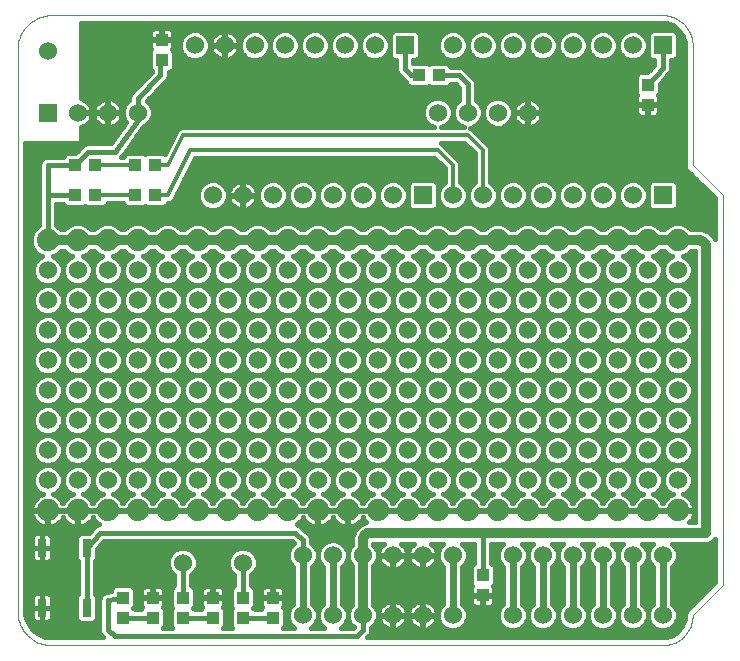
<source format=gtl>
G75*
G70*
%OFA0B0*%
%FSLAX24Y24*%
%IPPOS*%
%LPD*%
%AMOC8*
5,1,8,0,0,1.08239X$1,22.5*
%
%ADD10C,0.0000*%
%ADD11C,0.0600*%
%ADD12R,0.0600X0.0600*%
%ADD13R,0.0394X0.0433*%
%ADD14R,0.0300X0.0600*%
%ADD15C,0.0740*%
%ADD16R,0.0433X0.0394*%
%ADD17C,0.0240*%
%ADD18C,0.0320*%
%ADD19C,0.0120*%
%ADD20C,0.0160*%
D10*
X001202Y000554D02*
X021702Y000554D01*
X021762Y000556D01*
X021823Y000561D01*
X021882Y000570D01*
X021941Y000583D01*
X022000Y000599D01*
X022057Y000619D01*
X022112Y000642D01*
X022167Y000669D01*
X022219Y000698D01*
X022270Y000731D01*
X022319Y000767D01*
X022365Y000805D01*
X022409Y000847D01*
X022451Y000891D01*
X022489Y000937D01*
X022525Y000986D01*
X022558Y001037D01*
X022587Y001089D01*
X022614Y001144D01*
X022637Y001199D01*
X022657Y001256D01*
X022673Y001315D01*
X022686Y001374D01*
X022695Y001433D01*
X022700Y001494D01*
X022702Y001554D01*
X023702Y002554D01*
X023702Y015554D01*
X022702Y016554D01*
X022702Y020554D01*
X022700Y020614D01*
X022695Y020675D01*
X022686Y020734D01*
X022673Y020793D01*
X022657Y020852D01*
X022637Y020909D01*
X022614Y020964D01*
X022587Y021019D01*
X022558Y021071D01*
X022525Y021122D01*
X022489Y021171D01*
X022451Y021217D01*
X022409Y021261D01*
X022365Y021303D01*
X022319Y021341D01*
X022270Y021377D01*
X022219Y021410D01*
X022167Y021439D01*
X022112Y021466D01*
X022057Y021489D01*
X022000Y021509D01*
X021941Y021525D01*
X021882Y021538D01*
X021823Y021547D01*
X021762Y021552D01*
X021702Y021554D01*
X001202Y021554D01*
X001201Y021555D02*
X001136Y021544D01*
X001072Y021529D01*
X001009Y021511D01*
X000946Y021489D01*
X000885Y021464D01*
X000826Y021435D01*
X000768Y021403D01*
X000712Y021368D01*
X000659Y021330D01*
X000607Y021289D01*
X000558Y021245D01*
X000511Y021198D01*
X000467Y021149D01*
X000426Y021097D01*
X000388Y021044D01*
X000353Y020988D01*
X000321Y020930D01*
X000292Y020871D01*
X000267Y020810D01*
X000245Y020747D01*
X000227Y020684D01*
X000212Y020620D01*
X000201Y020555D01*
X000202Y020554D02*
X000202Y001554D01*
X000201Y001554D02*
X000212Y001489D01*
X000227Y001425D01*
X000245Y001362D01*
X000267Y001299D01*
X000292Y001238D01*
X000321Y001179D01*
X000353Y001121D01*
X000388Y001065D01*
X000426Y001012D01*
X000467Y000960D01*
X000511Y000911D01*
X000558Y000864D01*
X000607Y000820D01*
X000659Y000779D01*
X000712Y000741D01*
X000768Y000706D01*
X000826Y000674D01*
X000885Y000645D01*
X000946Y000620D01*
X001009Y000598D01*
X001072Y000580D01*
X001136Y000565D01*
X001201Y000554D01*
D11*
X005702Y003304D03*
X007702Y003304D03*
X009702Y003554D03*
X010702Y003554D03*
X011702Y003554D03*
X012702Y003554D03*
X013702Y003554D03*
X014702Y003554D03*
X016702Y003554D03*
X017702Y003554D03*
X018702Y003554D03*
X019702Y003554D03*
X020702Y003554D03*
X021702Y003554D03*
X021702Y001554D03*
X020702Y001554D03*
X019702Y001554D03*
X018702Y001554D03*
X017702Y001554D03*
X016702Y001554D03*
X014702Y001554D03*
X013702Y001554D03*
X012702Y001554D03*
X011702Y001554D03*
X010702Y001554D03*
X009702Y001554D03*
X010202Y006054D03*
X011202Y006054D03*
X012202Y006054D03*
X013202Y006054D03*
X013202Y007054D03*
X012202Y007054D03*
X011202Y007054D03*
X010202Y007054D03*
X009202Y007054D03*
X009202Y006054D03*
X008202Y006054D03*
X008202Y007054D03*
X008202Y008054D03*
X009202Y008054D03*
X010202Y008054D03*
X011202Y008054D03*
X012202Y008054D03*
X013202Y008054D03*
X013202Y009054D03*
X012202Y009054D03*
X011202Y009054D03*
X010202Y009054D03*
X009202Y009054D03*
X008202Y009054D03*
X008202Y010054D03*
X009202Y010054D03*
X010202Y010054D03*
X011202Y010054D03*
X012202Y010054D03*
X013202Y010054D03*
X013202Y011054D03*
X012202Y011054D03*
X011202Y011054D03*
X010202Y011054D03*
X009202Y011054D03*
X008202Y011054D03*
X008202Y012054D03*
X009202Y012054D03*
X010202Y012054D03*
X011202Y012054D03*
X012202Y012054D03*
X013202Y012054D03*
X014202Y012054D03*
X015202Y012054D03*
X016202Y012054D03*
X017202Y012054D03*
X018202Y012054D03*
X019202Y012054D03*
X020202Y012054D03*
X021202Y012054D03*
X022202Y012054D03*
X022202Y011054D03*
X022202Y010054D03*
X021202Y010054D03*
X021202Y011054D03*
X020202Y011054D03*
X020202Y010054D03*
X019202Y010054D03*
X019202Y011054D03*
X018202Y011054D03*
X018202Y010054D03*
X017202Y010054D03*
X017202Y011054D03*
X016202Y011054D03*
X016202Y010054D03*
X015202Y010054D03*
X015202Y011054D03*
X014202Y011054D03*
X014202Y010054D03*
X014202Y009054D03*
X015202Y009054D03*
X016202Y009054D03*
X017202Y009054D03*
X018202Y009054D03*
X019202Y009054D03*
X020202Y009054D03*
X020202Y008054D03*
X019202Y008054D03*
X018202Y008054D03*
X017202Y008054D03*
X016202Y008054D03*
X015202Y008054D03*
X014202Y008054D03*
X014202Y007054D03*
X015202Y007054D03*
X016202Y007054D03*
X017202Y007054D03*
X018202Y007054D03*
X019202Y007054D03*
X020202Y007054D03*
X020202Y006054D03*
X019202Y006054D03*
X018202Y006054D03*
X017202Y006054D03*
X016202Y006054D03*
X015202Y006054D03*
X014202Y006054D03*
X021202Y006054D03*
X022202Y006054D03*
X022202Y007054D03*
X021202Y007054D03*
X021202Y008054D03*
X022202Y008054D03*
X022202Y009054D03*
X021202Y009054D03*
X021202Y013054D03*
X022202Y013054D03*
X020202Y013054D03*
X019202Y013054D03*
X018202Y013054D03*
X017202Y013054D03*
X016202Y013054D03*
X015202Y013054D03*
X014202Y013054D03*
X013202Y013054D03*
X012202Y013054D03*
X011202Y013054D03*
X010202Y013054D03*
X009202Y013054D03*
X008202Y013054D03*
X007202Y013054D03*
X006202Y013054D03*
X005202Y013054D03*
X004202Y013054D03*
X003202Y013054D03*
X002202Y013054D03*
X002202Y012054D03*
X003202Y012054D03*
X004202Y012054D03*
X005202Y012054D03*
X006202Y012054D03*
X007202Y012054D03*
X007202Y011054D03*
X007202Y010054D03*
X006202Y010054D03*
X006202Y011054D03*
X005202Y011054D03*
X005202Y010054D03*
X004202Y010054D03*
X004202Y011054D03*
X003202Y011054D03*
X003202Y010054D03*
X002202Y010054D03*
X002202Y011054D03*
X001202Y011054D03*
X001202Y010054D03*
X001202Y009054D03*
X001202Y008054D03*
X002202Y008054D03*
X003202Y008054D03*
X004202Y008054D03*
X005202Y008054D03*
X006202Y008054D03*
X007202Y008054D03*
X007202Y009054D03*
X006202Y009054D03*
X005202Y009054D03*
X004202Y009054D03*
X003202Y009054D03*
X002202Y009054D03*
X002202Y007054D03*
X003202Y007054D03*
X004202Y007054D03*
X005202Y007054D03*
X006202Y007054D03*
X007202Y007054D03*
X007202Y006054D03*
X006202Y006054D03*
X005202Y006054D03*
X004202Y006054D03*
X003202Y006054D03*
X002202Y006054D03*
X001202Y006054D03*
X001202Y007054D03*
X001202Y012054D03*
X001202Y013054D03*
X002202Y018304D03*
X003202Y018304D03*
X004202Y018304D03*
X006102Y020554D03*
X007102Y020554D03*
X008102Y020554D03*
X009102Y020554D03*
X010102Y020554D03*
X011102Y020554D03*
X012102Y020554D03*
X014202Y018304D03*
X015202Y018304D03*
X016202Y018304D03*
X017202Y018304D03*
X017702Y020554D03*
X018702Y020554D03*
X019702Y020554D03*
X020702Y020554D03*
X016702Y020554D03*
X015702Y020554D03*
X014702Y020554D03*
X014702Y015554D03*
X015702Y015554D03*
X016702Y015554D03*
X017702Y015554D03*
X018702Y015554D03*
X019702Y015554D03*
X020702Y015554D03*
X012702Y015554D03*
X011702Y015554D03*
X010702Y015554D03*
X009702Y015554D03*
X008702Y015554D03*
X007702Y015554D03*
X006702Y015554D03*
X001202Y020354D03*
D12*
X001202Y018304D03*
X013102Y020554D03*
X013702Y015554D03*
X021702Y015554D03*
X021702Y020554D03*
D13*
X021202Y019239D03*
X021202Y018570D03*
X005002Y020070D03*
X005002Y020739D03*
X015702Y002889D03*
X015702Y002220D03*
X008702Y002139D03*
X008702Y001470D03*
X007702Y001470D03*
X007702Y002139D03*
X006702Y002139D03*
X006702Y001470D03*
X005702Y001470D03*
X005702Y002139D03*
X004702Y002139D03*
X004702Y001470D03*
X003702Y001470D03*
X003702Y002139D03*
D14*
X002502Y001804D03*
X001002Y001804D03*
X001002Y003804D03*
X002502Y003804D03*
D15*
X002202Y005054D03*
X003202Y005054D03*
X004202Y005054D03*
X005202Y005054D03*
X006202Y005054D03*
X007202Y005054D03*
X008202Y005054D03*
X009202Y005054D03*
X010202Y005054D03*
X011202Y005054D03*
X012202Y005054D03*
X013202Y005054D03*
X014202Y005054D03*
X015202Y005054D03*
X016202Y005054D03*
X017202Y005054D03*
X018202Y005054D03*
X019202Y005054D03*
X020202Y005054D03*
X021202Y005054D03*
X022202Y005054D03*
X022202Y014054D03*
X021202Y014054D03*
X020202Y014054D03*
X019202Y014054D03*
X018202Y014054D03*
X017202Y014054D03*
X016202Y014054D03*
X015202Y014054D03*
X014202Y014054D03*
X013202Y014054D03*
X012202Y014054D03*
X011202Y014054D03*
X010202Y014054D03*
X009202Y014054D03*
X008202Y014054D03*
X007202Y014054D03*
X006202Y014054D03*
X005202Y014054D03*
X004202Y014054D03*
X003202Y014054D03*
X002202Y014054D03*
X001202Y014054D03*
X001202Y005054D03*
D16*
X002117Y015554D03*
X002786Y015554D03*
X002786Y016554D03*
X002117Y016554D03*
X004117Y016554D03*
X004786Y016554D03*
X004786Y015554D03*
X004117Y015554D03*
X013567Y019554D03*
X014236Y019554D03*
D17*
X014702Y003554D02*
X014702Y001554D01*
X016702Y001554D02*
X016702Y003554D01*
X017702Y003554D02*
X017702Y001554D01*
X018702Y001554D02*
X018702Y003554D01*
X019702Y003554D02*
X019702Y001554D01*
X020702Y001554D02*
X020702Y003554D01*
X021702Y003554D02*
X021702Y001554D01*
X010702Y001554D02*
X010702Y003554D01*
X009702Y003554D02*
X009702Y001554D01*
X009702Y003554D01*
D18*
X011702Y003554D02*
X011702Y004054D01*
X011704Y004084D01*
X011709Y004114D01*
X011718Y004143D01*
X011731Y004170D01*
X011746Y004196D01*
X011765Y004220D01*
X011786Y004241D01*
X011810Y004260D01*
X011836Y004275D01*
X011863Y004288D01*
X011892Y004297D01*
X011922Y004302D01*
X011952Y004304D01*
X015702Y004304D01*
X023152Y004304D01*
X023152Y013804D01*
X023150Y013834D01*
X023145Y013864D01*
X023136Y013893D01*
X023123Y013920D01*
X023108Y013946D01*
X023089Y013970D01*
X023068Y013991D01*
X023044Y014010D01*
X023018Y014025D01*
X022991Y014038D01*
X022962Y014047D01*
X022932Y014052D01*
X022902Y014054D01*
X022202Y014054D01*
X021202Y014054D01*
X020202Y014054D01*
X019202Y014054D01*
X018202Y014054D01*
X017202Y014054D01*
X016202Y014054D01*
X015202Y014054D01*
X014202Y014054D01*
X013202Y014054D01*
X012202Y014054D01*
X011202Y014054D01*
X010202Y014054D01*
X009202Y014054D01*
X008202Y014054D01*
X007202Y014054D01*
X006202Y014054D01*
X005202Y014054D01*
X004202Y014054D01*
X003202Y014054D01*
X002202Y014054D01*
X001202Y014054D01*
X001702Y014054D01*
X011702Y003554D02*
X011702Y001554D01*
D19*
X001702Y014054D02*
X001802Y014154D01*
X002786Y015554D02*
X004117Y015554D01*
X004786Y015554D02*
X005202Y015554D01*
X005952Y017054D01*
X014202Y017054D01*
X014702Y016554D01*
X014702Y015554D01*
X015702Y015554D02*
X015702Y017054D01*
X015202Y017554D01*
X005702Y017554D01*
X005202Y016554D01*
X004786Y016554D01*
X004117Y016554D02*
X002786Y016554D01*
D20*
X002922Y001030D02*
X000773Y001030D01*
X000719Y001071D02*
X000905Y000928D01*
X001123Y000836D01*
X001226Y000814D01*
X003050Y000814D01*
X003043Y000817D01*
X003015Y000845D01*
X002983Y000870D01*
X002975Y000884D01*
X002964Y000896D01*
X002949Y000933D01*
X002929Y000968D01*
X002928Y000984D01*
X002922Y000999D01*
X002922Y001039D01*
X002917Y001079D01*
X002922Y001094D01*
X002922Y002031D01*
X002916Y002063D01*
X002922Y002086D01*
X002922Y002110D01*
X002934Y002140D01*
X002852Y002140D01*
X002852Y002187D02*
X002782Y002257D01*
X002782Y003351D01*
X002852Y003421D01*
X002852Y003775D01*
X003076Y004024D01*
X009336Y004024D01*
X009400Y003960D01*
X009278Y003838D01*
X009202Y003654D01*
X009202Y003455D01*
X009278Y003271D01*
X009382Y003167D01*
X009382Y001941D01*
X009278Y001838D01*
X009202Y001654D01*
X009202Y001455D01*
X009278Y001271D01*
X009415Y001134D01*
X009062Y001134D01*
X009098Y001170D01*
X009098Y001769D01*
X009049Y001818D01*
X009078Y001848D01*
X009078Y002120D01*
X008720Y002120D01*
X008720Y002157D01*
X009078Y002157D01*
X009078Y002430D01*
X008973Y002535D01*
X008720Y002535D01*
X008720Y002158D01*
X008683Y002158D01*
X008683Y002535D01*
X008430Y002535D01*
X008325Y002430D01*
X008325Y002157D01*
X008683Y002157D01*
X008683Y002120D01*
X008325Y002120D01*
X008325Y001848D01*
X008354Y001818D01*
X008305Y001769D01*
X008305Y001750D01*
X008098Y001750D01*
X008098Y001769D01*
X008063Y001804D01*
X008098Y001840D01*
X008098Y002438D01*
X007982Y002555D01*
X007982Y002879D01*
X007985Y002880D01*
X008125Y003021D01*
X008202Y003205D01*
X008202Y003404D01*
X008125Y003588D01*
X007985Y003728D01*
X007801Y003804D01*
X007602Y003804D01*
X007418Y003728D01*
X007278Y003588D01*
X007202Y003404D01*
X007202Y003205D01*
X007278Y003021D01*
X007418Y002880D01*
X007422Y002879D01*
X007422Y002555D01*
X007305Y002438D01*
X007305Y001840D01*
X007340Y001804D01*
X007305Y001769D01*
X007305Y001170D01*
X007341Y001134D01*
X007062Y001134D01*
X007098Y001170D01*
X007098Y001769D01*
X007049Y001818D01*
X007078Y001848D01*
X007078Y002120D01*
X006720Y002120D01*
X006720Y002157D01*
X007078Y002157D01*
X007078Y002430D01*
X006973Y002535D01*
X006720Y002535D01*
X006720Y002158D01*
X006683Y002158D01*
X006683Y002535D01*
X006430Y002535D01*
X006325Y002430D01*
X006325Y002157D01*
X006683Y002157D01*
X006683Y002120D01*
X006325Y002120D01*
X006325Y001848D01*
X006354Y001818D01*
X006305Y001769D01*
X006305Y001750D01*
X006098Y001750D01*
X006098Y001769D01*
X006063Y001804D01*
X006098Y001840D01*
X006098Y002438D01*
X005982Y002555D01*
X005982Y002879D01*
X005985Y002880D01*
X006125Y003021D01*
X006202Y003205D01*
X006202Y003404D01*
X006125Y003588D01*
X005985Y003728D01*
X005801Y003804D01*
X005602Y003804D01*
X005418Y003728D01*
X005278Y003588D01*
X005202Y003404D01*
X005202Y003205D01*
X005278Y003021D01*
X005418Y002880D01*
X005422Y002879D01*
X005422Y002555D01*
X005305Y002438D01*
X005305Y001840D01*
X005340Y001804D01*
X005305Y001769D01*
X005305Y001170D01*
X005341Y001134D01*
X005062Y001134D01*
X005098Y001170D01*
X005098Y001769D01*
X005049Y001818D01*
X005078Y001848D01*
X005078Y002120D01*
X004720Y002120D01*
X004720Y002157D01*
X005078Y002157D01*
X005078Y002430D01*
X004973Y002535D01*
X004720Y002535D01*
X004720Y002158D01*
X004683Y002158D01*
X004683Y002535D01*
X004430Y002535D01*
X004325Y002430D01*
X004325Y002157D01*
X004683Y002157D01*
X004683Y002120D01*
X004325Y002120D01*
X004325Y001848D01*
X004354Y001818D01*
X004305Y001769D01*
X004305Y001750D01*
X004098Y001750D01*
X004098Y001769D01*
X004063Y001804D01*
X004098Y001840D01*
X004098Y002438D01*
X003981Y002555D01*
X003422Y002555D01*
X003305Y002438D01*
X003305Y002356D01*
X003178Y002334D01*
X003146Y002334D01*
X003124Y002325D01*
X003100Y002321D01*
X003073Y002304D01*
X003043Y002292D01*
X003026Y002275D01*
X003006Y002262D01*
X002987Y002236D01*
X002964Y002213D01*
X002955Y002191D01*
X002941Y002171D01*
X002934Y002140D01*
X002852Y002187D02*
X002852Y001421D01*
X002734Y001304D01*
X002269Y001304D01*
X002152Y001421D01*
X002152Y002187D01*
X002222Y002257D01*
X002222Y003351D01*
X002152Y003421D01*
X002152Y004187D01*
X002269Y004304D01*
X002575Y004304D01*
X002711Y004456D01*
X002714Y004463D01*
X002748Y004497D01*
X002781Y004533D01*
X002788Y004536D01*
X002793Y004542D01*
X002838Y004560D01*
X002881Y004581D01*
X002889Y004581D01*
X002896Y004584D01*
X002899Y004584D01*
X002890Y004588D01*
X002735Y004743D01*
X002702Y004824D01*
X002668Y004743D01*
X002513Y004588D01*
X002311Y004504D01*
X002222Y004504D01*
X002222Y005034D01*
X002222Y005074D01*
X002652Y005074D01*
X003181Y005074D01*
X003181Y005034D01*
X002652Y005034D01*
X002222Y005034D01*
X002181Y005034D01*
X001652Y005034D01*
X001222Y005034D01*
X001222Y005074D01*
X001652Y005074D01*
X002181Y005074D01*
X002181Y005034D01*
X002181Y004504D01*
X002092Y004504D01*
X001890Y004588D01*
X001735Y004743D01*
X001702Y004824D01*
X001668Y004743D01*
X001513Y004588D01*
X001311Y004504D01*
X001222Y004504D01*
X001222Y005034D01*
X001181Y005034D01*
X000652Y005034D01*
X000652Y004945D01*
X000735Y004743D01*
X000890Y004588D01*
X001092Y004504D01*
X001181Y004504D01*
X001181Y005034D01*
X001181Y005074D01*
X000652Y005074D01*
X000652Y005164D01*
X000735Y005366D01*
X000890Y005521D01*
X001037Y005581D01*
X000918Y005630D01*
X000778Y005771D01*
X000702Y005955D01*
X000702Y006154D01*
X000778Y006338D01*
X000918Y006478D01*
X001102Y006554D01*
X001301Y006554D01*
X001485Y006478D01*
X001625Y006338D01*
X001702Y006154D01*
X001702Y005955D01*
X001778Y005771D01*
X001918Y005630D01*
X002037Y005581D01*
X001890Y005521D01*
X001735Y005366D01*
X001702Y005284D01*
X001668Y005366D01*
X001513Y005521D01*
X001366Y005581D01*
X001485Y005630D01*
X001625Y005771D01*
X001702Y005955D01*
X001702Y006154D01*
X001778Y006338D01*
X001918Y006478D01*
X002102Y006554D01*
X002301Y006554D01*
X002485Y006478D01*
X002625Y006338D01*
X002702Y006154D01*
X002702Y005955D01*
X002778Y005771D01*
X002918Y005630D01*
X003037Y005581D01*
X002890Y005521D01*
X002735Y005366D01*
X002702Y005284D01*
X002668Y005366D01*
X002513Y005521D01*
X002366Y005581D01*
X002485Y005630D01*
X002625Y005771D01*
X002702Y005955D01*
X002702Y006154D01*
X002778Y006338D01*
X002918Y006478D01*
X003102Y006554D01*
X003301Y006554D01*
X003485Y006478D01*
X003625Y006338D01*
X003702Y006154D01*
X003702Y005955D01*
X003778Y005771D01*
X003918Y005630D01*
X004037Y005581D01*
X003890Y005521D01*
X003735Y005366D01*
X003702Y005284D01*
X003668Y005366D01*
X003513Y005521D01*
X003366Y005581D01*
X003485Y005630D01*
X003625Y005771D01*
X003702Y005955D01*
X003702Y006154D01*
X003778Y006338D01*
X003918Y006478D01*
X004102Y006554D01*
X004301Y006554D01*
X004485Y006478D01*
X004625Y006338D01*
X004702Y006154D01*
X004702Y005955D01*
X004778Y005771D01*
X004918Y005630D01*
X005037Y005581D01*
X004890Y005521D01*
X004735Y005366D01*
X004702Y005284D01*
X004668Y005366D01*
X004513Y005521D01*
X004366Y005581D01*
X004485Y005630D01*
X004625Y005771D01*
X004702Y005955D01*
X004702Y006154D01*
X004778Y006338D01*
X004918Y006478D01*
X005102Y006554D01*
X005301Y006554D01*
X005485Y006478D01*
X005625Y006338D01*
X005702Y006154D01*
X005702Y005955D01*
X005778Y005771D01*
X005918Y005630D01*
X006037Y005581D01*
X005890Y005521D01*
X005735Y005366D01*
X005702Y005284D01*
X005668Y005366D01*
X005513Y005521D01*
X005366Y005581D01*
X005485Y005630D01*
X005625Y005771D01*
X005702Y005955D01*
X005702Y006154D01*
X005778Y006338D01*
X005918Y006478D01*
X006102Y006554D01*
X006301Y006554D01*
X006485Y006478D01*
X006625Y006338D01*
X006702Y006154D01*
X006702Y005955D01*
X006778Y005771D01*
X006918Y005630D01*
X007037Y005581D01*
X006890Y005521D01*
X006735Y005366D01*
X006702Y005284D01*
X006668Y005366D01*
X006513Y005521D01*
X006366Y005581D01*
X006485Y005630D01*
X006625Y005771D01*
X006702Y005955D01*
X006702Y006154D01*
X006778Y006338D01*
X006918Y006478D01*
X007102Y006554D01*
X007301Y006554D01*
X007485Y006478D01*
X007625Y006338D01*
X007702Y006154D01*
X007702Y005955D01*
X007778Y005771D01*
X007918Y005630D01*
X008037Y005581D01*
X007890Y005521D01*
X007735Y005366D01*
X007702Y005284D01*
X007668Y005366D01*
X007513Y005521D01*
X007366Y005581D01*
X007485Y005630D01*
X007625Y005771D01*
X007702Y005955D01*
X007702Y006154D01*
X007778Y006338D01*
X007918Y006478D01*
X008102Y006554D01*
X008301Y006554D01*
X008485Y006478D01*
X008625Y006338D01*
X008702Y006154D01*
X008702Y005955D01*
X008778Y005771D01*
X008918Y005630D01*
X009037Y005581D01*
X008890Y005521D01*
X008735Y005366D01*
X008702Y005284D01*
X008668Y005366D01*
X008513Y005521D01*
X008366Y005581D01*
X008485Y005630D01*
X008625Y005771D01*
X008702Y005955D01*
X008702Y006154D01*
X008778Y006338D01*
X008918Y006478D01*
X009102Y006554D01*
X009301Y006554D01*
X009485Y006478D01*
X009625Y006338D01*
X009702Y006154D01*
X009702Y005955D01*
X009778Y005771D01*
X009918Y005630D01*
X010037Y005581D01*
X009890Y005521D01*
X009735Y005366D01*
X009702Y005284D01*
X009668Y005366D01*
X009513Y005521D01*
X009366Y005581D01*
X009485Y005630D01*
X009625Y005771D01*
X009702Y005955D01*
X009702Y006154D01*
X009778Y006338D01*
X009918Y006478D01*
X010102Y006554D01*
X010301Y006554D01*
X010485Y006478D01*
X010625Y006338D01*
X010702Y006154D01*
X010702Y005955D01*
X010778Y005771D01*
X010918Y005630D01*
X011037Y005581D01*
X010890Y005521D01*
X010735Y005366D01*
X010702Y005284D01*
X010668Y005366D01*
X010513Y005521D01*
X010366Y005581D01*
X010485Y005630D01*
X010625Y005771D01*
X010702Y005955D01*
X010702Y006154D01*
X010778Y006338D01*
X010918Y006478D01*
X011102Y006554D01*
X011301Y006554D01*
X011485Y006478D01*
X011625Y006338D01*
X011702Y006154D01*
X011702Y005955D01*
X011778Y005771D01*
X011918Y005630D01*
X012037Y005581D01*
X011890Y005521D01*
X011735Y005366D01*
X011702Y005284D01*
X011668Y005366D01*
X011513Y005521D01*
X011366Y005581D01*
X011485Y005630D01*
X011625Y005771D01*
X011702Y005955D01*
X011702Y006154D01*
X011778Y006338D01*
X011918Y006478D01*
X012102Y006554D01*
X012301Y006554D01*
X012485Y006478D01*
X012625Y006338D01*
X012702Y006154D01*
X012702Y005955D01*
X012778Y005771D01*
X012918Y005630D01*
X013037Y005581D01*
X012890Y005521D01*
X012735Y005366D01*
X012702Y005284D01*
X012668Y005366D01*
X012513Y005521D01*
X012366Y005581D01*
X012485Y005630D01*
X012625Y005771D01*
X012702Y005955D01*
X012702Y006154D01*
X012778Y006338D01*
X012918Y006478D01*
X013102Y006554D01*
X013301Y006554D01*
X013485Y006478D01*
X013625Y006338D01*
X013702Y006154D01*
X013702Y005955D01*
X013778Y005771D01*
X013918Y005630D01*
X014037Y005581D01*
X013890Y005521D01*
X013735Y005366D01*
X013702Y005284D01*
X013668Y005366D01*
X013513Y005521D01*
X013366Y005581D01*
X013485Y005630D01*
X013625Y005771D01*
X013702Y005955D01*
X013702Y006154D01*
X013778Y006338D01*
X013918Y006478D01*
X014102Y006554D01*
X014301Y006554D01*
X014485Y006478D01*
X014625Y006338D01*
X014702Y006154D01*
X014702Y005955D01*
X014778Y005771D01*
X014918Y005630D01*
X015037Y005581D01*
X014890Y005521D01*
X014735Y005366D01*
X014702Y005284D01*
X014668Y005366D01*
X014513Y005521D01*
X014366Y005581D01*
X014485Y005630D01*
X014625Y005771D01*
X014702Y005955D01*
X014702Y006154D01*
X014778Y006338D01*
X014918Y006478D01*
X015102Y006554D01*
X015301Y006554D01*
X015485Y006478D01*
X015625Y006338D01*
X015702Y006154D01*
X015702Y005955D01*
X015778Y005771D01*
X015918Y005630D01*
X016037Y005581D01*
X015890Y005521D01*
X015735Y005366D01*
X015702Y005284D01*
X015668Y005366D01*
X015513Y005521D01*
X015366Y005581D01*
X015485Y005630D01*
X015625Y005771D01*
X015702Y005955D01*
X015702Y006154D01*
X015778Y006338D01*
X015918Y006478D01*
X016102Y006554D01*
X016301Y006554D01*
X016485Y006478D01*
X016625Y006338D01*
X016702Y006154D01*
X016702Y005955D01*
X016778Y005771D01*
X016918Y005630D01*
X017037Y005581D01*
X016890Y005521D01*
X016735Y005366D01*
X016702Y005284D01*
X016668Y005366D01*
X016513Y005521D01*
X016366Y005581D01*
X016485Y005630D01*
X016625Y005771D01*
X016702Y005955D01*
X016702Y006154D01*
X016778Y006338D01*
X016918Y006478D01*
X017102Y006554D01*
X017301Y006554D01*
X017485Y006478D01*
X017625Y006338D01*
X017702Y006154D01*
X017702Y005955D01*
X017778Y005771D01*
X017918Y005630D01*
X018037Y005581D01*
X017890Y005521D01*
X017735Y005366D01*
X017702Y005284D01*
X017668Y005366D01*
X017513Y005521D01*
X017366Y005581D01*
X017485Y005630D01*
X017625Y005771D01*
X017702Y005955D01*
X017702Y006154D01*
X017778Y006338D01*
X017918Y006478D01*
X018102Y006554D01*
X018301Y006554D01*
X018485Y006478D01*
X018625Y006338D01*
X018702Y006154D01*
X018702Y005955D01*
X018778Y005771D01*
X018918Y005630D01*
X019037Y005581D01*
X018890Y005521D01*
X018735Y005366D01*
X018702Y005284D01*
X018668Y005366D01*
X018513Y005521D01*
X018366Y005581D01*
X018485Y005630D01*
X018625Y005771D01*
X018702Y005955D01*
X018702Y006154D01*
X018778Y006338D01*
X018918Y006478D01*
X019102Y006554D01*
X019301Y006554D01*
X019485Y006478D01*
X019625Y006338D01*
X019702Y006154D01*
X019702Y005955D01*
X019778Y005771D01*
X019918Y005630D01*
X020037Y005581D01*
X019890Y005521D01*
X019735Y005366D01*
X019702Y005284D01*
X019668Y005366D01*
X019513Y005521D01*
X019366Y005581D01*
X019485Y005630D01*
X019625Y005771D01*
X019702Y005955D01*
X019702Y006154D01*
X019778Y006338D01*
X019918Y006478D01*
X020102Y006554D01*
X020301Y006554D01*
X020485Y006478D01*
X020625Y006338D01*
X020702Y006154D01*
X020702Y005955D01*
X020778Y005771D01*
X020918Y005630D01*
X021037Y005581D01*
X020890Y005521D01*
X020735Y005366D01*
X020702Y005284D01*
X020668Y005366D01*
X020513Y005521D01*
X020366Y005581D01*
X020485Y005630D01*
X020625Y005771D01*
X020702Y005955D01*
X020702Y006154D01*
X020778Y006338D01*
X020918Y006478D01*
X021102Y006554D01*
X021301Y006554D01*
X021485Y006478D01*
X021625Y006338D01*
X021702Y006154D01*
X021702Y005955D01*
X021778Y005771D01*
X021918Y005630D01*
X022037Y005581D01*
X021890Y005521D01*
X021735Y005366D01*
X021702Y005284D01*
X021668Y005366D01*
X021513Y005521D01*
X021366Y005581D01*
X021485Y005630D01*
X021625Y005771D01*
X021702Y005955D01*
X021702Y006154D01*
X021778Y006338D01*
X021918Y006478D01*
X022102Y006554D01*
X022301Y006554D01*
X022485Y006478D01*
X022625Y006338D01*
X022702Y006154D01*
X022702Y005955D01*
X022625Y005771D01*
X022485Y005630D01*
X022366Y005581D01*
X022513Y005521D01*
X022668Y005366D01*
X022752Y005164D01*
X022752Y005074D01*
X022222Y005074D01*
X022222Y005034D01*
X022752Y005034D01*
X022752Y004945D01*
X022668Y004743D01*
X022589Y004664D01*
X022792Y004664D01*
X022792Y013694D01*
X022648Y013694D01*
X022524Y013571D01*
X022392Y013516D01*
X022485Y013478D01*
X022625Y013338D01*
X022702Y013154D01*
X022702Y012955D01*
X022625Y012771D01*
X022485Y012630D01*
X022301Y012554D01*
X022102Y012554D01*
X021918Y012478D01*
X021778Y012338D01*
X021702Y012154D01*
X021702Y011955D01*
X021778Y011771D01*
X021918Y011630D01*
X022102Y011554D01*
X021918Y011478D01*
X021778Y011338D01*
X021702Y011154D01*
X021702Y010955D01*
X021778Y010771D01*
X021918Y010630D01*
X022102Y010554D01*
X021918Y010478D01*
X021778Y010338D01*
X021702Y010154D01*
X021702Y009955D01*
X021778Y009771D01*
X021918Y009630D01*
X022102Y009554D01*
X021918Y009478D01*
X021778Y009338D01*
X021702Y009154D01*
X021702Y008955D01*
X021778Y008771D01*
X021918Y008630D01*
X022102Y008554D01*
X021918Y008478D01*
X021778Y008338D01*
X021702Y008154D01*
X021702Y007955D01*
X021778Y007771D01*
X021918Y007630D01*
X022102Y007554D01*
X021918Y007478D01*
X021778Y007338D01*
X021702Y007154D01*
X021702Y006955D01*
X021778Y006771D01*
X021918Y006630D01*
X022102Y006554D01*
X022301Y006554D01*
X022485Y006630D01*
X022625Y006771D01*
X022702Y006955D01*
X022702Y007154D01*
X022625Y007338D01*
X022485Y007478D01*
X022301Y007554D01*
X022102Y007554D01*
X022301Y007554D01*
X022485Y007630D01*
X022625Y007771D01*
X022702Y007955D01*
X022702Y008154D01*
X022625Y008338D01*
X022485Y008478D01*
X022301Y008554D01*
X022102Y008554D01*
X022301Y008554D01*
X022485Y008630D01*
X022625Y008771D01*
X022702Y008955D01*
X022702Y009154D01*
X022625Y009338D01*
X022485Y009478D01*
X022301Y009554D01*
X022102Y009554D01*
X022301Y009554D01*
X022485Y009630D01*
X022625Y009771D01*
X022702Y009955D01*
X022702Y010154D01*
X022625Y010338D01*
X022485Y010478D01*
X022301Y010554D01*
X022102Y010554D01*
X022301Y010554D01*
X022485Y010630D01*
X022625Y010771D01*
X022702Y010955D01*
X022702Y011154D01*
X022625Y011338D01*
X022485Y011478D01*
X022301Y011554D01*
X022102Y011554D01*
X022301Y011554D01*
X022485Y011630D01*
X022625Y011771D01*
X022702Y011955D01*
X022702Y012154D01*
X022625Y012338D01*
X022485Y012478D01*
X022301Y012554D01*
X022102Y012554D01*
X021918Y012630D01*
X021778Y012771D01*
X021702Y012955D01*
X021702Y013154D01*
X021778Y013338D01*
X021918Y013478D01*
X022011Y013516D01*
X021879Y013571D01*
X021755Y013694D01*
X021648Y013694D01*
X021524Y013571D01*
X021392Y013516D01*
X021485Y013478D01*
X021625Y013338D01*
X021702Y013154D01*
X021702Y012955D01*
X021625Y012771D01*
X021485Y012630D01*
X021301Y012554D01*
X021102Y012554D01*
X020918Y012478D01*
X020778Y012338D01*
X020702Y012154D01*
X020702Y011955D01*
X020778Y011771D01*
X020918Y011630D01*
X021102Y011554D01*
X020918Y011478D01*
X020778Y011338D01*
X020702Y011154D01*
X020702Y010955D01*
X020778Y010771D01*
X020918Y010630D01*
X021102Y010554D01*
X020918Y010478D01*
X020778Y010338D01*
X020702Y010154D01*
X020702Y009955D01*
X020778Y009771D01*
X020918Y009630D01*
X021102Y009554D01*
X020918Y009478D01*
X020778Y009338D01*
X020702Y009154D01*
X020702Y008955D01*
X020778Y008771D01*
X020918Y008630D01*
X021102Y008554D01*
X020918Y008478D01*
X020778Y008338D01*
X020702Y008154D01*
X020702Y007955D01*
X020778Y007771D01*
X020918Y007630D01*
X021102Y007554D01*
X020918Y007478D01*
X020778Y007338D01*
X020702Y007154D01*
X020702Y006955D01*
X020778Y006771D01*
X020918Y006630D01*
X021102Y006554D01*
X021301Y006554D01*
X021485Y006630D01*
X021625Y006771D01*
X021702Y006955D01*
X021702Y007154D01*
X021625Y007338D01*
X021485Y007478D01*
X021301Y007554D01*
X021102Y007554D01*
X021301Y007554D01*
X021485Y007630D01*
X021625Y007771D01*
X021702Y007955D01*
X021702Y008154D01*
X021625Y008338D01*
X021485Y008478D01*
X021301Y008554D01*
X021102Y008554D01*
X021301Y008554D01*
X021485Y008630D01*
X021625Y008771D01*
X021702Y008955D01*
X021702Y009154D01*
X021625Y009338D01*
X021485Y009478D01*
X021301Y009554D01*
X021102Y009554D01*
X021301Y009554D01*
X021485Y009630D01*
X021625Y009771D01*
X021702Y009955D01*
X021702Y010154D01*
X021625Y010338D01*
X021485Y010478D01*
X021301Y010554D01*
X021102Y010554D01*
X021301Y010554D01*
X021485Y010630D01*
X021625Y010771D01*
X021702Y010955D01*
X021702Y011154D01*
X021625Y011338D01*
X021485Y011478D01*
X021301Y011554D01*
X021102Y011554D01*
X021301Y011554D01*
X021485Y011630D01*
X021625Y011771D01*
X021702Y011955D01*
X021702Y012154D01*
X021625Y012338D01*
X021485Y012478D01*
X021301Y012554D01*
X021102Y012554D01*
X020918Y012630D01*
X020778Y012771D01*
X020702Y012955D01*
X020702Y013154D01*
X020778Y013338D01*
X020918Y013478D01*
X021011Y013516D01*
X020879Y013571D01*
X020755Y013694D01*
X020648Y013694D01*
X020524Y013571D01*
X020392Y013516D01*
X020485Y013478D01*
X020625Y013338D01*
X020702Y013154D01*
X020702Y012955D01*
X020625Y012771D01*
X020485Y012630D01*
X020301Y012554D01*
X020102Y012554D01*
X019918Y012478D01*
X019778Y012338D01*
X019702Y012154D01*
X019702Y011955D01*
X019778Y011771D01*
X019918Y011630D01*
X020102Y011554D01*
X019918Y011478D01*
X019778Y011338D01*
X019702Y011154D01*
X019702Y010955D01*
X019778Y010771D01*
X019918Y010630D01*
X020102Y010554D01*
X019918Y010478D01*
X019778Y010338D01*
X019702Y010154D01*
X019702Y009955D01*
X019778Y009771D01*
X019918Y009630D01*
X020102Y009554D01*
X019918Y009478D01*
X019778Y009338D01*
X019702Y009154D01*
X019702Y008955D01*
X019778Y008771D01*
X019918Y008630D01*
X020102Y008554D01*
X019918Y008478D01*
X019778Y008338D01*
X019702Y008154D01*
X019702Y007955D01*
X019778Y007771D01*
X019918Y007630D01*
X020102Y007554D01*
X019918Y007478D01*
X019778Y007338D01*
X019702Y007154D01*
X019702Y006955D01*
X019778Y006771D01*
X019918Y006630D01*
X020102Y006554D01*
X020301Y006554D01*
X020485Y006630D01*
X020625Y006771D01*
X020702Y006955D01*
X020702Y007154D01*
X020625Y007338D01*
X020485Y007478D01*
X020301Y007554D01*
X020102Y007554D01*
X020301Y007554D01*
X020485Y007630D01*
X020625Y007771D01*
X020702Y007955D01*
X020702Y008154D01*
X020625Y008338D01*
X020485Y008478D01*
X020301Y008554D01*
X020102Y008554D01*
X020301Y008554D01*
X020485Y008630D01*
X020625Y008771D01*
X020702Y008955D01*
X020702Y009154D01*
X020625Y009338D01*
X020485Y009478D01*
X020301Y009554D01*
X020102Y009554D01*
X020301Y009554D01*
X020485Y009630D01*
X020625Y009771D01*
X020702Y009955D01*
X020702Y010154D01*
X020625Y010338D01*
X020485Y010478D01*
X020301Y010554D01*
X020102Y010554D01*
X020301Y010554D01*
X020485Y010630D01*
X020625Y010771D01*
X020702Y010955D01*
X020702Y011154D01*
X020625Y011338D01*
X020485Y011478D01*
X020301Y011554D01*
X020102Y011554D01*
X020301Y011554D01*
X020485Y011630D01*
X020625Y011771D01*
X020702Y011955D01*
X020702Y012154D01*
X020625Y012338D01*
X020485Y012478D01*
X020301Y012554D01*
X020102Y012554D01*
X019918Y012630D01*
X019778Y012771D01*
X019702Y012955D01*
X019702Y013154D01*
X019778Y013338D01*
X019918Y013478D01*
X020011Y013516D01*
X019879Y013571D01*
X019755Y013694D01*
X019648Y013694D01*
X019524Y013571D01*
X019392Y013516D01*
X019485Y013478D01*
X019625Y013338D01*
X019702Y013154D01*
X019702Y012955D01*
X019625Y012771D01*
X019485Y012630D01*
X019301Y012554D01*
X019102Y012554D01*
X018918Y012478D01*
X018778Y012338D01*
X018702Y012154D01*
X018702Y011955D01*
X018778Y011771D01*
X018918Y011630D01*
X019102Y011554D01*
X018918Y011478D01*
X018778Y011338D01*
X018702Y011154D01*
X018702Y010955D01*
X018778Y010771D01*
X018918Y010630D01*
X019102Y010554D01*
X018918Y010478D01*
X018778Y010338D01*
X018702Y010154D01*
X018702Y009955D01*
X018778Y009771D01*
X018918Y009630D01*
X019102Y009554D01*
X018918Y009478D01*
X018778Y009338D01*
X018702Y009154D01*
X018702Y008955D01*
X018778Y008771D01*
X018918Y008630D01*
X019102Y008554D01*
X018918Y008478D01*
X018778Y008338D01*
X018702Y008154D01*
X018702Y007955D01*
X018778Y007771D01*
X018918Y007630D01*
X019102Y007554D01*
X018918Y007478D01*
X018778Y007338D01*
X018702Y007154D01*
X018702Y006955D01*
X018778Y006771D01*
X018918Y006630D01*
X019102Y006554D01*
X019301Y006554D01*
X019485Y006630D01*
X019625Y006771D01*
X019702Y006955D01*
X019702Y007154D01*
X019625Y007338D01*
X019485Y007478D01*
X019301Y007554D01*
X019102Y007554D01*
X019301Y007554D01*
X019485Y007630D01*
X019625Y007771D01*
X019702Y007955D01*
X019702Y008154D01*
X019625Y008338D01*
X019485Y008478D01*
X019301Y008554D01*
X019102Y008554D01*
X019301Y008554D01*
X019485Y008630D01*
X019625Y008771D01*
X019702Y008955D01*
X019702Y009154D01*
X019625Y009338D01*
X019485Y009478D01*
X019301Y009554D01*
X019102Y009554D01*
X019301Y009554D01*
X019485Y009630D01*
X019625Y009771D01*
X019702Y009955D01*
X019702Y010154D01*
X019625Y010338D01*
X019485Y010478D01*
X019301Y010554D01*
X019102Y010554D01*
X019301Y010554D01*
X019485Y010630D01*
X019625Y010771D01*
X019702Y010955D01*
X019702Y011154D01*
X019625Y011338D01*
X019485Y011478D01*
X019301Y011554D01*
X019102Y011554D01*
X019301Y011554D01*
X019485Y011630D01*
X019625Y011771D01*
X019702Y011955D01*
X019702Y012154D01*
X019625Y012338D01*
X019485Y012478D01*
X019301Y012554D01*
X019102Y012554D01*
X018918Y012630D01*
X018778Y012771D01*
X018702Y012955D01*
X018702Y013154D01*
X018778Y013338D01*
X018918Y013478D01*
X019011Y013516D01*
X018879Y013571D01*
X018755Y013694D01*
X018648Y013694D01*
X018524Y013571D01*
X018392Y013516D01*
X018485Y013478D01*
X018625Y013338D01*
X018702Y013154D01*
X018702Y012955D01*
X018625Y012771D01*
X018485Y012630D01*
X018301Y012554D01*
X018102Y012554D01*
X017918Y012478D01*
X017778Y012338D01*
X017702Y012154D01*
X017702Y011955D01*
X017778Y011771D01*
X017918Y011630D01*
X018102Y011554D01*
X017918Y011478D01*
X017778Y011338D01*
X017702Y011154D01*
X017702Y010955D01*
X017778Y010771D01*
X017918Y010630D01*
X018102Y010554D01*
X017918Y010478D01*
X017778Y010338D01*
X017702Y010154D01*
X017702Y009955D01*
X017778Y009771D01*
X017918Y009630D01*
X018102Y009554D01*
X017918Y009478D01*
X017778Y009338D01*
X017702Y009154D01*
X017702Y008955D01*
X017778Y008771D01*
X017918Y008630D01*
X018102Y008554D01*
X017918Y008478D01*
X017778Y008338D01*
X017702Y008154D01*
X017702Y007955D01*
X017778Y007771D01*
X017918Y007630D01*
X018102Y007554D01*
X017918Y007478D01*
X017778Y007338D01*
X017702Y007154D01*
X017702Y006955D01*
X017778Y006771D01*
X017918Y006630D01*
X018102Y006554D01*
X018301Y006554D01*
X018485Y006630D01*
X018625Y006771D01*
X018702Y006955D01*
X018702Y007154D01*
X018625Y007338D01*
X018485Y007478D01*
X018301Y007554D01*
X018102Y007554D01*
X018301Y007554D01*
X018485Y007630D01*
X018625Y007771D01*
X018702Y007955D01*
X018702Y008154D01*
X018625Y008338D01*
X018485Y008478D01*
X018301Y008554D01*
X018102Y008554D01*
X018301Y008554D01*
X018485Y008630D01*
X018625Y008771D01*
X018702Y008955D01*
X018702Y009154D01*
X018625Y009338D01*
X018485Y009478D01*
X018301Y009554D01*
X018102Y009554D01*
X018301Y009554D01*
X018485Y009630D01*
X018625Y009771D01*
X018702Y009955D01*
X018702Y010154D01*
X018625Y010338D01*
X018485Y010478D01*
X018301Y010554D01*
X018102Y010554D01*
X018301Y010554D01*
X018485Y010630D01*
X018625Y010771D01*
X018702Y010955D01*
X018702Y011154D01*
X018625Y011338D01*
X018485Y011478D01*
X018301Y011554D01*
X018102Y011554D01*
X018301Y011554D01*
X018485Y011630D01*
X018625Y011771D01*
X018702Y011955D01*
X018702Y012154D01*
X018625Y012338D01*
X018485Y012478D01*
X018301Y012554D01*
X018102Y012554D01*
X017918Y012630D01*
X017778Y012771D01*
X017702Y012955D01*
X017702Y013154D01*
X017778Y013338D01*
X017918Y013478D01*
X018011Y013516D01*
X017879Y013571D01*
X017755Y013694D01*
X017648Y013694D01*
X017524Y013571D01*
X017392Y013516D01*
X017485Y013478D01*
X017625Y013338D01*
X017702Y013154D01*
X017702Y012955D01*
X017625Y012771D01*
X017485Y012630D01*
X017301Y012554D01*
X017102Y012554D01*
X016918Y012478D01*
X016778Y012338D01*
X016702Y012154D01*
X016702Y011955D01*
X016778Y011771D01*
X016918Y011630D01*
X017102Y011554D01*
X016918Y011478D01*
X016778Y011338D01*
X016702Y011154D01*
X016702Y010955D01*
X016778Y010771D01*
X016918Y010630D01*
X017102Y010554D01*
X016918Y010478D01*
X016778Y010338D01*
X016702Y010154D01*
X016702Y009955D01*
X016778Y009771D01*
X016918Y009630D01*
X017102Y009554D01*
X016918Y009478D01*
X016778Y009338D01*
X016702Y009154D01*
X016702Y008955D01*
X016778Y008771D01*
X016918Y008630D01*
X017102Y008554D01*
X016918Y008478D01*
X016778Y008338D01*
X016702Y008154D01*
X016702Y007955D01*
X016778Y007771D01*
X016918Y007630D01*
X017102Y007554D01*
X016918Y007478D01*
X016778Y007338D01*
X016702Y007154D01*
X016702Y006955D01*
X016778Y006771D01*
X016918Y006630D01*
X017102Y006554D01*
X017301Y006554D01*
X017485Y006630D01*
X017625Y006771D01*
X017702Y006955D01*
X017702Y007154D01*
X017625Y007338D01*
X017485Y007478D01*
X017301Y007554D01*
X017102Y007554D01*
X017301Y007554D01*
X017485Y007630D01*
X017625Y007771D01*
X017702Y007955D01*
X017702Y008154D01*
X017625Y008338D01*
X017485Y008478D01*
X017301Y008554D01*
X017102Y008554D01*
X017301Y008554D01*
X017485Y008630D01*
X017625Y008771D01*
X017702Y008955D01*
X017702Y009154D01*
X017625Y009338D01*
X017485Y009478D01*
X017301Y009554D01*
X017102Y009554D01*
X017301Y009554D01*
X017485Y009630D01*
X017625Y009771D01*
X017702Y009955D01*
X017702Y010154D01*
X017625Y010338D01*
X017485Y010478D01*
X017301Y010554D01*
X017102Y010554D01*
X017301Y010554D01*
X017485Y010630D01*
X017625Y010771D01*
X017702Y010955D01*
X017702Y011154D01*
X017625Y011338D01*
X017485Y011478D01*
X017301Y011554D01*
X017102Y011554D01*
X017301Y011554D01*
X017485Y011630D01*
X017625Y011771D01*
X017702Y011955D01*
X017702Y012154D01*
X017625Y012338D01*
X017485Y012478D01*
X017301Y012554D01*
X017102Y012554D01*
X016918Y012630D01*
X016778Y012771D01*
X016702Y012955D01*
X016702Y013154D01*
X016778Y013338D01*
X016918Y013478D01*
X017011Y013516D01*
X016879Y013571D01*
X016755Y013694D01*
X016648Y013694D01*
X016524Y013571D01*
X016392Y013516D01*
X016485Y013478D01*
X016625Y013338D01*
X016702Y013154D01*
X016702Y012955D01*
X016625Y012771D01*
X016485Y012630D01*
X016301Y012554D01*
X016102Y012554D01*
X015918Y012478D01*
X015778Y012338D01*
X015702Y012154D01*
X015702Y011955D01*
X015778Y011771D01*
X015918Y011630D01*
X016102Y011554D01*
X015918Y011478D01*
X015778Y011338D01*
X015702Y011154D01*
X015702Y010955D01*
X015778Y010771D01*
X015918Y010630D01*
X016102Y010554D01*
X015918Y010478D01*
X015778Y010338D01*
X015702Y010154D01*
X015702Y009955D01*
X015778Y009771D01*
X015918Y009630D01*
X016102Y009554D01*
X015918Y009478D01*
X015778Y009338D01*
X015702Y009154D01*
X015702Y008955D01*
X015778Y008771D01*
X015918Y008630D01*
X016102Y008554D01*
X015918Y008478D01*
X015778Y008338D01*
X015702Y008154D01*
X015702Y007955D01*
X015778Y007771D01*
X015918Y007630D01*
X016102Y007554D01*
X015918Y007478D01*
X015778Y007338D01*
X015702Y007154D01*
X015702Y006955D01*
X015778Y006771D01*
X015918Y006630D01*
X016102Y006554D01*
X016301Y006554D01*
X016485Y006630D01*
X016625Y006771D01*
X016702Y006955D01*
X016702Y007154D01*
X016625Y007338D01*
X016485Y007478D01*
X016301Y007554D01*
X016102Y007554D01*
X016301Y007554D01*
X016485Y007630D01*
X016625Y007771D01*
X016702Y007955D01*
X016702Y008154D01*
X016625Y008338D01*
X016485Y008478D01*
X016301Y008554D01*
X016102Y008554D01*
X016301Y008554D01*
X016485Y008630D01*
X016625Y008771D01*
X016702Y008955D01*
X016702Y009154D01*
X016625Y009338D01*
X016485Y009478D01*
X016301Y009554D01*
X016102Y009554D01*
X016301Y009554D01*
X016485Y009630D01*
X016625Y009771D01*
X016702Y009955D01*
X016702Y010154D01*
X016625Y010338D01*
X016485Y010478D01*
X016301Y010554D01*
X016102Y010554D01*
X016301Y010554D01*
X016485Y010630D01*
X016625Y010771D01*
X016702Y010955D01*
X016702Y011154D01*
X016625Y011338D01*
X016485Y011478D01*
X016301Y011554D01*
X016102Y011554D01*
X016301Y011554D01*
X016485Y011630D01*
X016625Y011771D01*
X016702Y011955D01*
X016702Y012154D01*
X016625Y012338D01*
X016485Y012478D01*
X016301Y012554D01*
X016102Y012554D01*
X015918Y012630D01*
X015778Y012771D01*
X015702Y012955D01*
X015702Y013154D01*
X015778Y013338D01*
X015918Y013478D01*
X016011Y013516D01*
X015879Y013571D01*
X015755Y013694D01*
X015648Y013694D01*
X015524Y013571D01*
X015392Y013516D01*
X015485Y013478D01*
X015625Y013338D01*
X015702Y013154D01*
X015702Y012955D01*
X015625Y012771D01*
X015485Y012630D01*
X015301Y012554D01*
X015102Y012554D01*
X014918Y012478D01*
X014778Y012338D01*
X014702Y012154D01*
X014702Y011955D01*
X014778Y011771D01*
X014918Y011630D01*
X015102Y011554D01*
X014918Y011478D01*
X014778Y011338D01*
X014702Y011154D01*
X014702Y010955D01*
X014778Y010771D01*
X014918Y010630D01*
X015102Y010554D01*
X014918Y010478D01*
X014778Y010338D01*
X014702Y010154D01*
X014702Y009955D01*
X014778Y009771D01*
X014918Y009630D01*
X015102Y009554D01*
X014918Y009478D01*
X014778Y009338D01*
X014702Y009154D01*
X014702Y008955D01*
X014778Y008771D01*
X014918Y008630D01*
X015102Y008554D01*
X014918Y008478D01*
X014778Y008338D01*
X014702Y008154D01*
X014702Y007955D01*
X014778Y007771D01*
X014918Y007630D01*
X015102Y007554D01*
X014918Y007478D01*
X014778Y007338D01*
X014702Y007154D01*
X014702Y006955D01*
X014778Y006771D01*
X014918Y006630D01*
X015102Y006554D01*
X015301Y006554D01*
X015485Y006630D01*
X015625Y006771D01*
X015702Y006955D01*
X015702Y007154D01*
X015625Y007338D01*
X015485Y007478D01*
X015301Y007554D01*
X015102Y007554D01*
X015301Y007554D01*
X015485Y007630D01*
X015625Y007771D01*
X015702Y007955D01*
X015702Y008154D01*
X015625Y008338D01*
X015485Y008478D01*
X015301Y008554D01*
X015102Y008554D01*
X015301Y008554D01*
X015485Y008630D01*
X015625Y008771D01*
X015702Y008955D01*
X015702Y009154D01*
X015625Y009338D01*
X015485Y009478D01*
X015301Y009554D01*
X015102Y009554D01*
X015301Y009554D01*
X015485Y009630D01*
X015625Y009771D01*
X015702Y009955D01*
X015702Y010154D01*
X015625Y010338D01*
X015485Y010478D01*
X015301Y010554D01*
X015102Y010554D01*
X015301Y010554D01*
X015485Y010630D01*
X015625Y010771D01*
X015702Y010955D01*
X015702Y011154D01*
X015625Y011338D01*
X015485Y011478D01*
X015301Y011554D01*
X015102Y011554D01*
X015301Y011554D01*
X015485Y011630D01*
X015625Y011771D01*
X015702Y011955D01*
X015702Y012154D01*
X015625Y012338D01*
X015485Y012478D01*
X015301Y012554D01*
X015102Y012554D01*
X014918Y012630D01*
X014778Y012771D01*
X014702Y012955D01*
X014702Y013154D01*
X014778Y013338D01*
X014918Y013478D01*
X015011Y013516D01*
X014879Y013571D01*
X014755Y013694D01*
X014648Y013694D01*
X014524Y013571D01*
X014392Y013516D01*
X014485Y013478D01*
X014625Y013338D01*
X014702Y013154D01*
X014702Y012955D01*
X014625Y012771D01*
X014485Y012630D01*
X014301Y012554D01*
X014102Y012554D01*
X013918Y012478D01*
X013778Y012338D01*
X013702Y012154D01*
X013702Y011955D01*
X013778Y011771D01*
X013918Y011630D01*
X014102Y011554D01*
X013918Y011478D01*
X013778Y011338D01*
X013702Y011154D01*
X013702Y010955D01*
X013778Y010771D01*
X013918Y010630D01*
X014102Y010554D01*
X013918Y010478D01*
X013778Y010338D01*
X013702Y010154D01*
X013702Y009955D01*
X013778Y009771D01*
X013918Y009630D01*
X014102Y009554D01*
X013918Y009478D01*
X013778Y009338D01*
X013702Y009154D01*
X013702Y008955D01*
X013778Y008771D01*
X013918Y008630D01*
X014102Y008554D01*
X013918Y008478D01*
X013778Y008338D01*
X013702Y008154D01*
X013702Y007955D01*
X013778Y007771D01*
X013918Y007630D01*
X014102Y007554D01*
X013918Y007478D01*
X013778Y007338D01*
X013702Y007154D01*
X013702Y006955D01*
X013778Y006771D01*
X013918Y006630D01*
X014102Y006554D01*
X014301Y006554D01*
X014485Y006630D01*
X014625Y006771D01*
X014702Y006955D01*
X014702Y007154D01*
X014625Y007338D01*
X014485Y007478D01*
X014301Y007554D01*
X014102Y007554D01*
X014301Y007554D01*
X014485Y007630D01*
X014625Y007771D01*
X014702Y007955D01*
X014702Y008154D01*
X014625Y008338D01*
X014485Y008478D01*
X014301Y008554D01*
X014102Y008554D01*
X014301Y008554D01*
X014485Y008630D01*
X014625Y008771D01*
X014702Y008955D01*
X014702Y009154D01*
X014625Y009338D01*
X014485Y009478D01*
X014301Y009554D01*
X014102Y009554D01*
X014301Y009554D01*
X014485Y009630D01*
X014625Y009771D01*
X014702Y009955D01*
X014702Y010154D01*
X014625Y010338D01*
X014485Y010478D01*
X014301Y010554D01*
X014102Y010554D01*
X014301Y010554D01*
X014485Y010630D01*
X014625Y010771D01*
X014702Y010955D01*
X014702Y011154D01*
X014625Y011338D01*
X014485Y011478D01*
X014301Y011554D01*
X014102Y011554D01*
X014301Y011554D01*
X014485Y011630D01*
X014625Y011771D01*
X014702Y011955D01*
X014702Y012154D01*
X014625Y012338D01*
X014485Y012478D01*
X014301Y012554D01*
X014102Y012554D01*
X013918Y012630D01*
X013778Y012771D01*
X013702Y012955D01*
X013702Y013154D01*
X013778Y013338D01*
X013918Y013478D01*
X014011Y013516D01*
X013879Y013571D01*
X013755Y013694D01*
X013648Y013694D01*
X013524Y013571D01*
X013392Y013516D01*
X013485Y013478D01*
X013625Y013338D01*
X013702Y013154D01*
X013702Y012955D01*
X013625Y012771D01*
X013485Y012630D01*
X013301Y012554D01*
X013102Y012554D01*
X012918Y012478D01*
X012778Y012338D01*
X012702Y012154D01*
X012702Y011955D01*
X012778Y011771D01*
X012918Y011630D01*
X013102Y011554D01*
X012918Y011478D01*
X012778Y011338D01*
X012702Y011154D01*
X012702Y010955D01*
X012778Y010771D01*
X012918Y010630D01*
X013102Y010554D01*
X012918Y010478D01*
X012778Y010338D01*
X012702Y010154D01*
X012702Y009955D01*
X012778Y009771D01*
X012918Y009630D01*
X013102Y009554D01*
X012918Y009478D01*
X012778Y009338D01*
X012702Y009154D01*
X012702Y008955D01*
X012778Y008771D01*
X012918Y008630D01*
X013102Y008554D01*
X012918Y008478D01*
X012778Y008338D01*
X012702Y008154D01*
X012702Y007955D01*
X012778Y007771D01*
X012918Y007630D01*
X013102Y007554D01*
X012918Y007478D01*
X012778Y007338D01*
X012702Y007154D01*
X012702Y006955D01*
X012778Y006771D01*
X012918Y006630D01*
X013102Y006554D01*
X013301Y006554D01*
X013485Y006630D01*
X013625Y006771D01*
X013702Y006955D01*
X013702Y007154D01*
X013625Y007338D01*
X013485Y007478D01*
X013301Y007554D01*
X013102Y007554D01*
X013301Y007554D01*
X013485Y007630D01*
X013625Y007771D01*
X013702Y007955D01*
X013702Y008154D01*
X013625Y008338D01*
X013485Y008478D01*
X013301Y008554D01*
X013102Y008554D01*
X013301Y008554D01*
X013485Y008630D01*
X013625Y008771D01*
X013702Y008955D01*
X013702Y009154D01*
X013625Y009338D01*
X013485Y009478D01*
X013301Y009554D01*
X013102Y009554D01*
X013301Y009554D01*
X013485Y009630D01*
X013625Y009771D01*
X013702Y009955D01*
X013702Y010154D01*
X013625Y010338D01*
X013485Y010478D01*
X013301Y010554D01*
X013102Y010554D01*
X013301Y010554D01*
X013485Y010630D01*
X013625Y010771D01*
X013702Y010955D01*
X013702Y011154D01*
X013625Y011338D01*
X013485Y011478D01*
X013301Y011554D01*
X013102Y011554D01*
X013301Y011554D01*
X013485Y011630D01*
X013625Y011771D01*
X013702Y011955D01*
X013702Y012154D01*
X013625Y012338D01*
X013485Y012478D01*
X013301Y012554D01*
X013102Y012554D01*
X012918Y012630D01*
X012778Y012771D01*
X012702Y012955D01*
X012702Y013154D01*
X012778Y013338D01*
X012918Y013478D01*
X013011Y013516D01*
X012879Y013571D01*
X012755Y013694D01*
X012648Y013694D01*
X012524Y013571D01*
X012392Y013516D01*
X012485Y013478D01*
X012625Y013338D01*
X012702Y013154D01*
X012702Y012955D01*
X012625Y012771D01*
X012485Y012630D01*
X012301Y012554D01*
X012102Y012554D01*
X011918Y012478D01*
X011778Y012338D01*
X011702Y012154D01*
X011702Y011955D01*
X011778Y011771D01*
X011918Y011630D01*
X012102Y011554D01*
X011918Y011478D01*
X011778Y011338D01*
X011702Y011154D01*
X011702Y010955D01*
X011778Y010771D01*
X011918Y010630D01*
X012102Y010554D01*
X011918Y010478D01*
X011778Y010338D01*
X011702Y010154D01*
X011702Y009955D01*
X011778Y009771D01*
X011918Y009630D01*
X012102Y009554D01*
X011918Y009478D01*
X011778Y009338D01*
X011702Y009154D01*
X011702Y008955D01*
X011778Y008771D01*
X011918Y008630D01*
X012102Y008554D01*
X011918Y008478D01*
X011778Y008338D01*
X011702Y008154D01*
X011702Y007955D01*
X011778Y007771D01*
X011918Y007630D01*
X012102Y007554D01*
X011918Y007478D01*
X011778Y007338D01*
X011702Y007154D01*
X011702Y006955D01*
X011778Y006771D01*
X011918Y006630D01*
X012102Y006554D01*
X012301Y006554D01*
X012485Y006630D01*
X012625Y006771D01*
X012702Y006955D01*
X012702Y007154D01*
X012625Y007338D01*
X012485Y007478D01*
X012301Y007554D01*
X012102Y007554D01*
X012301Y007554D01*
X012485Y007630D01*
X012625Y007771D01*
X012702Y007955D01*
X012702Y008154D01*
X012625Y008338D01*
X012485Y008478D01*
X012301Y008554D01*
X012102Y008554D01*
X012301Y008554D01*
X012485Y008630D01*
X012625Y008771D01*
X012702Y008955D01*
X012702Y009154D01*
X012625Y009338D01*
X012485Y009478D01*
X012301Y009554D01*
X012102Y009554D01*
X012301Y009554D01*
X012485Y009630D01*
X012625Y009771D01*
X012702Y009955D01*
X012702Y010154D01*
X012625Y010338D01*
X012485Y010478D01*
X012301Y010554D01*
X012102Y010554D01*
X012301Y010554D01*
X012485Y010630D01*
X012625Y010771D01*
X012702Y010955D01*
X012702Y011154D01*
X012625Y011338D01*
X012485Y011478D01*
X012301Y011554D01*
X012102Y011554D01*
X012301Y011554D01*
X012485Y011630D01*
X012625Y011771D01*
X012702Y011955D01*
X012702Y012154D01*
X012625Y012338D01*
X012485Y012478D01*
X012301Y012554D01*
X012102Y012554D01*
X011918Y012630D01*
X011778Y012771D01*
X011702Y012955D01*
X011702Y013154D01*
X011778Y013338D01*
X011918Y013478D01*
X012011Y013516D01*
X011879Y013571D01*
X011755Y013694D01*
X011648Y013694D01*
X011524Y013571D01*
X011392Y013516D01*
X011485Y013478D01*
X011625Y013338D01*
X011702Y013154D01*
X011702Y012955D01*
X011625Y012771D01*
X011485Y012630D01*
X011301Y012554D01*
X011102Y012554D01*
X010918Y012478D01*
X010778Y012338D01*
X010702Y012154D01*
X010702Y011955D01*
X010778Y011771D01*
X010918Y011630D01*
X011102Y011554D01*
X010918Y011478D01*
X010778Y011338D01*
X010702Y011154D01*
X010702Y010955D01*
X010778Y010771D01*
X010918Y010630D01*
X011102Y010554D01*
X010918Y010478D01*
X010778Y010338D01*
X010702Y010154D01*
X010702Y009955D01*
X010778Y009771D01*
X010918Y009630D01*
X011102Y009554D01*
X010918Y009478D01*
X010778Y009338D01*
X010702Y009154D01*
X010702Y008955D01*
X010778Y008771D01*
X010918Y008630D01*
X011102Y008554D01*
X010918Y008478D01*
X010778Y008338D01*
X010702Y008154D01*
X010702Y007955D01*
X010778Y007771D01*
X010918Y007630D01*
X011102Y007554D01*
X010918Y007478D01*
X010778Y007338D01*
X010702Y007154D01*
X010702Y006955D01*
X010778Y006771D01*
X010918Y006630D01*
X011102Y006554D01*
X011301Y006554D01*
X011485Y006630D01*
X011625Y006771D01*
X011702Y006955D01*
X011702Y007154D01*
X011625Y007338D01*
X011485Y007478D01*
X011301Y007554D01*
X011102Y007554D01*
X011301Y007554D01*
X011485Y007630D01*
X011625Y007771D01*
X011702Y007955D01*
X011702Y008154D01*
X011625Y008338D01*
X011485Y008478D01*
X011301Y008554D01*
X011102Y008554D01*
X011301Y008554D01*
X011485Y008630D01*
X011625Y008771D01*
X011702Y008955D01*
X011702Y009154D01*
X011625Y009338D01*
X011485Y009478D01*
X011301Y009554D01*
X011102Y009554D01*
X011301Y009554D01*
X011485Y009630D01*
X011625Y009771D01*
X011702Y009955D01*
X011702Y010154D01*
X011625Y010338D01*
X011485Y010478D01*
X011301Y010554D01*
X011102Y010554D01*
X011301Y010554D01*
X011485Y010630D01*
X011625Y010771D01*
X011702Y010955D01*
X011702Y011154D01*
X011625Y011338D01*
X011485Y011478D01*
X011301Y011554D01*
X011102Y011554D01*
X011301Y011554D01*
X011485Y011630D01*
X011625Y011771D01*
X011702Y011955D01*
X011702Y012154D01*
X011625Y012338D01*
X011485Y012478D01*
X011301Y012554D01*
X011102Y012554D01*
X010918Y012630D01*
X010778Y012771D01*
X010702Y012955D01*
X010702Y013154D01*
X010778Y013338D01*
X010918Y013478D01*
X011011Y013516D01*
X010879Y013571D01*
X010755Y013694D01*
X010648Y013694D01*
X010524Y013571D01*
X010392Y013516D01*
X010485Y013478D01*
X010625Y013338D01*
X010702Y013154D01*
X010702Y012955D01*
X010625Y012771D01*
X010485Y012630D01*
X010301Y012554D01*
X010102Y012554D01*
X009918Y012478D01*
X009778Y012338D01*
X009702Y012154D01*
X009702Y011955D01*
X009778Y011771D01*
X009918Y011630D01*
X010102Y011554D01*
X009918Y011478D01*
X009778Y011338D01*
X009702Y011154D01*
X009702Y010955D01*
X009778Y010771D01*
X009918Y010630D01*
X010102Y010554D01*
X009918Y010478D01*
X009778Y010338D01*
X009702Y010154D01*
X009702Y009955D01*
X009778Y009771D01*
X009918Y009630D01*
X010102Y009554D01*
X009918Y009478D01*
X009778Y009338D01*
X009702Y009154D01*
X009702Y008955D01*
X009778Y008771D01*
X009918Y008630D01*
X010102Y008554D01*
X009918Y008478D01*
X009778Y008338D01*
X009702Y008154D01*
X009702Y007955D01*
X009778Y007771D01*
X009918Y007630D01*
X010102Y007554D01*
X009918Y007478D01*
X009778Y007338D01*
X009702Y007154D01*
X009702Y006955D01*
X009778Y006771D01*
X009918Y006630D01*
X010102Y006554D01*
X010301Y006554D01*
X010485Y006630D01*
X010625Y006771D01*
X010702Y006955D01*
X010702Y007154D01*
X010625Y007338D01*
X010485Y007478D01*
X010301Y007554D01*
X010102Y007554D01*
X010301Y007554D01*
X010485Y007630D01*
X010625Y007771D01*
X010702Y007955D01*
X010702Y008154D01*
X010625Y008338D01*
X010485Y008478D01*
X010301Y008554D01*
X010102Y008554D01*
X010301Y008554D01*
X010485Y008630D01*
X010625Y008771D01*
X010702Y008955D01*
X010702Y009154D01*
X010625Y009338D01*
X010485Y009478D01*
X010301Y009554D01*
X010102Y009554D01*
X010301Y009554D01*
X010485Y009630D01*
X010625Y009771D01*
X010702Y009955D01*
X010702Y010154D01*
X010625Y010338D01*
X010485Y010478D01*
X010301Y010554D01*
X010102Y010554D01*
X010301Y010554D01*
X010485Y010630D01*
X010625Y010771D01*
X010702Y010955D01*
X010702Y011154D01*
X010625Y011338D01*
X010485Y011478D01*
X010301Y011554D01*
X010102Y011554D01*
X010301Y011554D01*
X010485Y011630D01*
X010625Y011771D01*
X010702Y011955D01*
X010702Y012154D01*
X010625Y012338D01*
X010485Y012478D01*
X010301Y012554D01*
X010102Y012554D01*
X009918Y012630D01*
X009778Y012771D01*
X009702Y012955D01*
X009702Y013154D01*
X009778Y013338D01*
X009918Y013478D01*
X010011Y013516D01*
X009879Y013571D01*
X009755Y013694D01*
X009648Y013694D01*
X009524Y013571D01*
X009392Y013516D01*
X009485Y013478D01*
X009625Y013338D01*
X009702Y013154D01*
X009702Y012955D01*
X009625Y012771D01*
X009485Y012630D01*
X009301Y012554D01*
X009102Y012554D01*
X008918Y012478D01*
X008778Y012338D01*
X008702Y012154D01*
X008702Y011955D01*
X008778Y011771D01*
X008918Y011630D01*
X009102Y011554D01*
X008918Y011478D01*
X008778Y011338D01*
X008702Y011154D01*
X008702Y010955D01*
X008778Y010771D01*
X008918Y010630D01*
X009102Y010554D01*
X008918Y010478D01*
X008778Y010338D01*
X008702Y010154D01*
X008702Y009955D01*
X008778Y009771D01*
X008918Y009630D01*
X009102Y009554D01*
X008918Y009478D01*
X008778Y009338D01*
X008702Y009154D01*
X008702Y008955D01*
X008778Y008771D01*
X008918Y008630D01*
X009102Y008554D01*
X008918Y008478D01*
X008778Y008338D01*
X008702Y008154D01*
X008702Y007955D01*
X008778Y007771D01*
X008918Y007630D01*
X009102Y007554D01*
X008918Y007478D01*
X008778Y007338D01*
X008702Y007154D01*
X008702Y006955D01*
X008778Y006771D01*
X008918Y006630D01*
X009102Y006554D01*
X009301Y006554D01*
X009485Y006630D01*
X009625Y006771D01*
X009702Y006955D01*
X009702Y007154D01*
X009625Y007338D01*
X009485Y007478D01*
X009301Y007554D01*
X009102Y007554D01*
X009301Y007554D01*
X009485Y007630D01*
X009625Y007771D01*
X009702Y007955D01*
X009702Y008154D01*
X009625Y008338D01*
X009485Y008478D01*
X009301Y008554D01*
X009102Y008554D01*
X009301Y008554D01*
X009485Y008630D01*
X009625Y008771D01*
X009702Y008955D01*
X009702Y009154D01*
X009625Y009338D01*
X009485Y009478D01*
X009301Y009554D01*
X009102Y009554D01*
X009301Y009554D01*
X009485Y009630D01*
X009625Y009771D01*
X009702Y009955D01*
X009702Y010154D01*
X009625Y010338D01*
X009485Y010478D01*
X009301Y010554D01*
X009102Y010554D01*
X009301Y010554D01*
X009485Y010630D01*
X009625Y010771D01*
X009702Y010955D01*
X009702Y011154D01*
X009625Y011338D01*
X009485Y011478D01*
X009301Y011554D01*
X009102Y011554D01*
X009301Y011554D01*
X009485Y011630D01*
X009625Y011771D01*
X009702Y011955D01*
X009702Y012154D01*
X009625Y012338D01*
X009485Y012478D01*
X009301Y012554D01*
X009102Y012554D01*
X008918Y012630D01*
X008778Y012771D01*
X008702Y012955D01*
X008702Y013154D01*
X008778Y013338D01*
X008918Y013478D01*
X009011Y013516D01*
X008879Y013571D01*
X008755Y013694D01*
X008648Y013694D01*
X008524Y013571D01*
X008392Y013516D01*
X008485Y013478D01*
X008625Y013338D01*
X008702Y013154D01*
X008702Y012955D01*
X008625Y012771D01*
X008485Y012630D01*
X008301Y012554D01*
X008102Y012554D01*
X007918Y012478D01*
X007778Y012338D01*
X007702Y012154D01*
X007702Y011955D01*
X007778Y011771D01*
X007918Y011630D01*
X008102Y011554D01*
X007918Y011478D01*
X007778Y011338D01*
X007702Y011154D01*
X007702Y010955D01*
X007778Y010771D01*
X007918Y010630D01*
X008102Y010554D01*
X007918Y010478D01*
X007778Y010338D01*
X007702Y010154D01*
X007702Y009955D01*
X007778Y009771D01*
X007918Y009630D01*
X008102Y009554D01*
X007918Y009478D01*
X007778Y009338D01*
X007702Y009154D01*
X007702Y008955D01*
X007778Y008771D01*
X007918Y008630D01*
X008102Y008554D01*
X007918Y008478D01*
X007778Y008338D01*
X007702Y008154D01*
X007702Y007955D01*
X007778Y007771D01*
X007918Y007630D01*
X008102Y007554D01*
X007918Y007478D01*
X007778Y007338D01*
X007702Y007154D01*
X007702Y006955D01*
X007778Y006771D01*
X007918Y006630D01*
X008102Y006554D01*
X008301Y006554D01*
X008485Y006630D01*
X008625Y006771D01*
X008702Y006955D01*
X008702Y007154D01*
X008625Y007338D01*
X008485Y007478D01*
X008301Y007554D01*
X008102Y007554D01*
X008301Y007554D01*
X008485Y007630D01*
X008625Y007771D01*
X008702Y007955D01*
X008702Y008154D01*
X008625Y008338D01*
X008485Y008478D01*
X008301Y008554D01*
X008102Y008554D01*
X008301Y008554D01*
X008485Y008630D01*
X008625Y008771D01*
X008702Y008955D01*
X008702Y009154D01*
X008625Y009338D01*
X008485Y009478D01*
X008301Y009554D01*
X008102Y009554D01*
X008301Y009554D01*
X008485Y009630D01*
X008625Y009771D01*
X008702Y009955D01*
X008702Y010154D01*
X008625Y010338D01*
X008485Y010478D01*
X008301Y010554D01*
X008102Y010554D01*
X008301Y010554D01*
X008485Y010630D01*
X008625Y010771D01*
X008702Y010955D01*
X008702Y011154D01*
X008625Y011338D01*
X008485Y011478D01*
X008301Y011554D01*
X008102Y011554D01*
X008301Y011554D01*
X008485Y011630D01*
X008625Y011771D01*
X008702Y011955D01*
X008702Y012154D01*
X008625Y012338D01*
X008485Y012478D01*
X008301Y012554D01*
X008102Y012554D01*
X007918Y012630D01*
X007778Y012771D01*
X007702Y012955D01*
X007702Y013154D01*
X007778Y013338D01*
X007918Y013478D01*
X008011Y013516D01*
X007879Y013571D01*
X007755Y013694D01*
X007648Y013694D01*
X007524Y013571D01*
X007392Y013516D01*
X007485Y013478D01*
X007625Y013338D01*
X007702Y013154D01*
X007702Y012955D01*
X007625Y012771D01*
X007485Y012630D01*
X007301Y012554D01*
X007102Y012554D01*
X006918Y012478D01*
X006778Y012338D01*
X006702Y012154D01*
X006702Y011955D01*
X006778Y011771D01*
X006918Y011630D01*
X007102Y011554D01*
X006918Y011478D01*
X006778Y011338D01*
X006702Y011154D01*
X006702Y010955D01*
X006778Y010771D01*
X006918Y010630D01*
X007102Y010554D01*
X006918Y010478D01*
X006778Y010338D01*
X006702Y010154D01*
X006702Y009955D01*
X006778Y009771D01*
X006918Y009630D01*
X007102Y009554D01*
X006918Y009478D01*
X006778Y009338D01*
X006702Y009154D01*
X006702Y008955D01*
X006778Y008771D01*
X006918Y008630D01*
X007102Y008554D01*
X006918Y008478D01*
X006778Y008338D01*
X006702Y008154D01*
X006702Y007955D01*
X006778Y007771D01*
X006918Y007630D01*
X007102Y007554D01*
X006918Y007478D01*
X006778Y007338D01*
X006702Y007154D01*
X006702Y006955D01*
X006778Y006771D01*
X006918Y006630D01*
X007102Y006554D01*
X007301Y006554D01*
X007485Y006630D01*
X007625Y006771D01*
X007702Y006955D01*
X007702Y007154D01*
X007625Y007338D01*
X007485Y007478D01*
X007301Y007554D01*
X007102Y007554D01*
X007301Y007554D01*
X007485Y007630D01*
X007625Y007771D01*
X007702Y007955D01*
X007702Y008154D01*
X007625Y008338D01*
X007485Y008478D01*
X007301Y008554D01*
X007102Y008554D01*
X007301Y008554D01*
X007485Y008630D01*
X007625Y008771D01*
X007702Y008955D01*
X007702Y009154D01*
X007625Y009338D01*
X007485Y009478D01*
X007301Y009554D01*
X007102Y009554D01*
X007301Y009554D01*
X007485Y009630D01*
X007625Y009771D01*
X007702Y009955D01*
X007702Y010154D01*
X007625Y010338D01*
X007485Y010478D01*
X007301Y010554D01*
X007102Y010554D01*
X007301Y010554D01*
X007485Y010630D01*
X007625Y010771D01*
X007702Y010955D01*
X007702Y011154D01*
X007625Y011338D01*
X007485Y011478D01*
X007301Y011554D01*
X007102Y011554D01*
X007301Y011554D01*
X007485Y011630D01*
X007625Y011771D01*
X007702Y011955D01*
X007702Y012154D01*
X007625Y012338D01*
X007485Y012478D01*
X007301Y012554D01*
X007102Y012554D01*
X006918Y012630D01*
X006778Y012771D01*
X006702Y012955D01*
X006702Y013154D01*
X006778Y013338D01*
X006918Y013478D01*
X007011Y013516D01*
X006879Y013571D01*
X006755Y013694D01*
X006648Y013694D01*
X006524Y013571D01*
X006392Y013516D01*
X006485Y013478D01*
X006625Y013338D01*
X006702Y013154D01*
X006702Y012955D01*
X006625Y012771D01*
X006485Y012630D01*
X006301Y012554D01*
X006102Y012554D01*
X005918Y012478D01*
X005778Y012338D01*
X005702Y012154D01*
X005702Y011955D01*
X005778Y011771D01*
X005918Y011630D01*
X006102Y011554D01*
X005918Y011478D01*
X005778Y011338D01*
X005702Y011154D01*
X005702Y010955D01*
X005778Y010771D01*
X005918Y010630D01*
X006102Y010554D01*
X005918Y010478D01*
X005778Y010338D01*
X005702Y010154D01*
X005702Y009955D01*
X005778Y009771D01*
X005918Y009630D01*
X006102Y009554D01*
X005918Y009478D01*
X005778Y009338D01*
X005702Y009154D01*
X005702Y008955D01*
X005778Y008771D01*
X005918Y008630D01*
X006102Y008554D01*
X005918Y008478D01*
X005778Y008338D01*
X005702Y008154D01*
X005702Y007955D01*
X005778Y007771D01*
X005918Y007630D01*
X006102Y007554D01*
X005918Y007478D01*
X005778Y007338D01*
X005702Y007154D01*
X005702Y006955D01*
X005778Y006771D01*
X005918Y006630D01*
X006102Y006554D01*
X006301Y006554D01*
X006485Y006630D01*
X006625Y006771D01*
X006702Y006955D01*
X006702Y007154D01*
X006625Y007338D01*
X006485Y007478D01*
X006301Y007554D01*
X006102Y007554D01*
X006301Y007554D01*
X006485Y007630D01*
X006625Y007771D01*
X006702Y007955D01*
X006702Y008154D01*
X006625Y008338D01*
X006485Y008478D01*
X006301Y008554D01*
X006102Y008554D01*
X006301Y008554D01*
X006485Y008630D01*
X006625Y008771D01*
X006702Y008955D01*
X006702Y009154D01*
X006625Y009338D01*
X006485Y009478D01*
X006301Y009554D01*
X006102Y009554D01*
X006301Y009554D01*
X006485Y009630D01*
X006625Y009771D01*
X006702Y009955D01*
X006702Y010154D01*
X006625Y010338D01*
X006485Y010478D01*
X006301Y010554D01*
X006102Y010554D01*
X006301Y010554D01*
X006485Y010630D01*
X006625Y010771D01*
X006702Y010955D01*
X006702Y011154D01*
X006625Y011338D01*
X006485Y011478D01*
X006301Y011554D01*
X006102Y011554D01*
X006301Y011554D01*
X006485Y011630D01*
X006625Y011771D01*
X006702Y011955D01*
X006702Y012154D01*
X006625Y012338D01*
X006485Y012478D01*
X006301Y012554D01*
X006102Y012554D01*
X005918Y012630D01*
X005778Y012771D01*
X005702Y012955D01*
X005702Y013154D01*
X005778Y013338D01*
X005918Y013478D01*
X006011Y013516D01*
X005879Y013571D01*
X005755Y013694D01*
X005648Y013694D01*
X005524Y013571D01*
X005392Y013516D01*
X005485Y013478D01*
X005625Y013338D01*
X005702Y013154D01*
X005702Y012955D01*
X005625Y012771D01*
X005485Y012630D01*
X005301Y012554D01*
X005102Y012554D01*
X004918Y012478D01*
X004778Y012338D01*
X004702Y012154D01*
X004702Y011955D01*
X004778Y011771D01*
X004918Y011630D01*
X005102Y011554D01*
X004918Y011478D01*
X004778Y011338D01*
X004702Y011154D01*
X004702Y010955D01*
X004778Y010771D01*
X004918Y010630D01*
X005102Y010554D01*
X004918Y010478D01*
X004778Y010338D01*
X004702Y010154D01*
X004702Y009955D01*
X004778Y009771D01*
X004918Y009630D01*
X005102Y009554D01*
X004918Y009478D01*
X004778Y009338D01*
X004702Y009154D01*
X004702Y008955D01*
X004778Y008771D01*
X004918Y008630D01*
X005102Y008554D01*
X004918Y008478D01*
X004778Y008338D01*
X004702Y008154D01*
X004702Y007955D01*
X004778Y007771D01*
X004918Y007630D01*
X005102Y007554D01*
X004918Y007478D01*
X004778Y007338D01*
X004702Y007154D01*
X004702Y006955D01*
X004778Y006771D01*
X004918Y006630D01*
X005102Y006554D01*
X005301Y006554D01*
X005485Y006630D01*
X005625Y006771D01*
X005702Y006955D01*
X005702Y007154D01*
X005625Y007338D01*
X005485Y007478D01*
X005301Y007554D01*
X005102Y007554D01*
X005301Y007554D01*
X005485Y007630D01*
X005625Y007771D01*
X005702Y007955D01*
X005702Y008154D01*
X005625Y008338D01*
X005485Y008478D01*
X005301Y008554D01*
X005102Y008554D01*
X005301Y008554D01*
X005485Y008630D01*
X005625Y008771D01*
X005702Y008955D01*
X005702Y009154D01*
X005625Y009338D01*
X005485Y009478D01*
X005301Y009554D01*
X005102Y009554D01*
X005301Y009554D01*
X005485Y009630D01*
X005625Y009771D01*
X005702Y009955D01*
X005702Y010154D01*
X005625Y010338D01*
X005485Y010478D01*
X005301Y010554D01*
X005102Y010554D01*
X005301Y010554D01*
X005485Y010630D01*
X005625Y010771D01*
X005702Y010955D01*
X005702Y011154D01*
X005625Y011338D01*
X005485Y011478D01*
X005301Y011554D01*
X005102Y011554D01*
X005301Y011554D01*
X005485Y011630D01*
X005625Y011771D01*
X005702Y011955D01*
X005702Y012154D01*
X005625Y012338D01*
X005485Y012478D01*
X005301Y012554D01*
X005102Y012554D01*
X004918Y012630D01*
X004778Y012771D01*
X004702Y012955D01*
X004702Y013154D01*
X004778Y013338D01*
X004918Y013478D01*
X005011Y013516D01*
X004879Y013571D01*
X004755Y013694D01*
X004648Y013694D01*
X004524Y013571D01*
X004392Y013516D01*
X004485Y013478D01*
X004625Y013338D01*
X004702Y013154D01*
X004702Y012955D01*
X004625Y012771D01*
X004485Y012630D01*
X004301Y012554D01*
X004102Y012554D01*
X003918Y012478D01*
X003778Y012338D01*
X003702Y012154D01*
X003702Y011955D01*
X003778Y011771D01*
X003918Y011630D01*
X004102Y011554D01*
X003918Y011478D01*
X003778Y011338D01*
X003702Y011154D01*
X003702Y010955D01*
X003778Y010771D01*
X003918Y010630D01*
X004102Y010554D01*
X003918Y010478D01*
X003778Y010338D01*
X003702Y010154D01*
X003702Y009955D01*
X003778Y009771D01*
X003918Y009630D01*
X004102Y009554D01*
X003918Y009478D01*
X003778Y009338D01*
X003702Y009154D01*
X003702Y008955D01*
X003778Y008771D01*
X003918Y008630D01*
X004102Y008554D01*
X003918Y008478D01*
X003778Y008338D01*
X003702Y008154D01*
X003702Y007955D01*
X003778Y007771D01*
X003918Y007630D01*
X004102Y007554D01*
X003918Y007478D01*
X003778Y007338D01*
X003702Y007154D01*
X003702Y006955D01*
X003778Y006771D01*
X003918Y006630D01*
X004102Y006554D01*
X004301Y006554D01*
X004485Y006630D01*
X004625Y006771D01*
X004702Y006955D01*
X004702Y007154D01*
X004625Y007338D01*
X004485Y007478D01*
X004301Y007554D01*
X004102Y007554D01*
X004301Y007554D01*
X004485Y007630D01*
X004625Y007771D01*
X004702Y007955D01*
X004702Y008154D01*
X004625Y008338D01*
X004485Y008478D01*
X004301Y008554D01*
X004102Y008554D01*
X004301Y008554D01*
X004485Y008630D01*
X004625Y008771D01*
X004702Y008955D01*
X004702Y009154D01*
X004625Y009338D01*
X004485Y009478D01*
X004301Y009554D01*
X004102Y009554D01*
X004301Y009554D01*
X004485Y009630D01*
X004625Y009771D01*
X004702Y009955D01*
X004702Y010154D01*
X004625Y010338D01*
X004485Y010478D01*
X004301Y010554D01*
X004102Y010554D01*
X004301Y010554D01*
X004485Y010630D01*
X004625Y010771D01*
X004702Y010955D01*
X004702Y011154D01*
X004625Y011338D01*
X004485Y011478D01*
X004301Y011554D01*
X004102Y011554D01*
X004301Y011554D01*
X004485Y011630D01*
X004625Y011771D01*
X004702Y011955D01*
X004702Y012154D01*
X004625Y012338D01*
X004485Y012478D01*
X004301Y012554D01*
X004102Y012554D01*
X003918Y012630D01*
X003778Y012771D01*
X003702Y012955D01*
X003702Y013154D01*
X003778Y013338D01*
X003918Y013478D01*
X004011Y013516D01*
X003879Y013571D01*
X003755Y013694D01*
X003648Y013694D01*
X003524Y013571D01*
X003392Y013516D01*
X003485Y013478D01*
X003625Y013338D01*
X003702Y013154D01*
X003702Y012955D01*
X003625Y012771D01*
X003485Y012630D01*
X003301Y012554D01*
X003102Y012554D01*
X002918Y012478D01*
X002778Y012338D01*
X002702Y012154D01*
X002702Y011955D01*
X002778Y011771D01*
X002918Y011630D01*
X003102Y011554D01*
X002918Y011478D01*
X002778Y011338D01*
X002702Y011154D01*
X002702Y010955D01*
X002778Y010771D01*
X002918Y010630D01*
X003102Y010554D01*
X002918Y010478D01*
X002778Y010338D01*
X002702Y010154D01*
X002702Y009955D01*
X002778Y009771D01*
X002918Y009630D01*
X003102Y009554D01*
X002918Y009478D01*
X002778Y009338D01*
X002702Y009154D01*
X002702Y008955D01*
X002778Y008771D01*
X002918Y008630D01*
X003102Y008554D01*
X002918Y008478D01*
X002778Y008338D01*
X002702Y008154D01*
X002702Y007955D01*
X002778Y007771D01*
X002918Y007630D01*
X003102Y007554D01*
X002918Y007478D01*
X002778Y007338D01*
X002702Y007154D01*
X002702Y006955D01*
X002778Y006771D01*
X002918Y006630D01*
X003102Y006554D01*
X003301Y006554D01*
X003485Y006630D01*
X003625Y006771D01*
X003702Y006955D01*
X003702Y007154D01*
X003625Y007338D01*
X003485Y007478D01*
X003301Y007554D01*
X003102Y007554D01*
X003301Y007554D01*
X003485Y007630D01*
X003625Y007771D01*
X003702Y007955D01*
X003702Y008154D01*
X003625Y008338D01*
X003485Y008478D01*
X003301Y008554D01*
X003102Y008554D01*
X003301Y008554D01*
X003485Y008630D01*
X003625Y008771D01*
X003702Y008955D01*
X003702Y009154D01*
X003625Y009338D01*
X003485Y009478D01*
X003301Y009554D01*
X003102Y009554D01*
X003301Y009554D01*
X003485Y009630D01*
X003625Y009771D01*
X003702Y009955D01*
X003702Y010154D01*
X003625Y010338D01*
X003485Y010478D01*
X003301Y010554D01*
X003102Y010554D01*
X003301Y010554D01*
X003485Y010630D01*
X003625Y010771D01*
X003702Y010955D01*
X003702Y011154D01*
X003625Y011338D01*
X003485Y011478D01*
X003301Y011554D01*
X003102Y011554D01*
X003301Y011554D01*
X003485Y011630D01*
X003625Y011771D01*
X003702Y011955D01*
X003702Y012154D01*
X003625Y012338D01*
X003485Y012478D01*
X003301Y012554D01*
X003102Y012554D01*
X002918Y012630D01*
X002778Y012771D01*
X002702Y012955D01*
X002702Y013154D01*
X002778Y013338D01*
X002918Y013478D01*
X003011Y013516D01*
X002879Y013571D01*
X002755Y013694D01*
X002648Y013694D01*
X002524Y013571D01*
X002392Y013516D01*
X002485Y013478D01*
X002625Y013338D01*
X002702Y013154D01*
X002702Y012955D01*
X002625Y012771D01*
X002485Y012630D01*
X002301Y012554D01*
X002102Y012554D01*
X001918Y012478D01*
X001778Y012338D01*
X001702Y012154D01*
X001702Y011955D01*
X001778Y011771D01*
X001918Y011630D01*
X002102Y011554D01*
X001918Y011478D01*
X001778Y011338D01*
X001702Y011154D01*
X001702Y010955D01*
X001778Y010771D01*
X001918Y010630D01*
X002102Y010554D01*
X001918Y010478D01*
X001778Y010338D01*
X001702Y010154D01*
X001702Y009955D01*
X001778Y009771D01*
X001918Y009630D01*
X002102Y009554D01*
X001918Y009478D01*
X001778Y009338D01*
X001702Y009154D01*
X001702Y008955D01*
X001778Y008771D01*
X001918Y008630D01*
X002102Y008554D01*
X001918Y008478D01*
X001778Y008338D01*
X001702Y008154D01*
X001702Y007955D01*
X001778Y007771D01*
X001918Y007630D01*
X002102Y007554D01*
X001918Y007478D01*
X001778Y007338D01*
X001702Y007154D01*
X001702Y006955D01*
X001778Y006771D01*
X001918Y006630D01*
X002102Y006554D01*
X002301Y006554D01*
X002485Y006630D01*
X002625Y006771D01*
X002702Y006955D01*
X002702Y007154D01*
X002625Y007338D01*
X002485Y007478D01*
X002301Y007554D01*
X002102Y007554D01*
X002301Y007554D01*
X002485Y007630D01*
X002625Y007771D01*
X002702Y007955D01*
X002702Y008154D01*
X002625Y008338D01*
X002485Y008478D01*
X002301Y008554D01*
X002102Y008554D01*
X002301Y008554D01*
X002485Y008630D01*
X002625Y008771D01*
X002702Y008955D01*
X002702Y009154D01*
X002625Y009338D01*
X002485Y009478D01*
X002301Y009554D01*
X002102Y009554D01*
X002301Y009554D01*
X002485Y009630D01*
X002625Y009771D01*
X002702Y009955D01*
X002702Y010154D01*
X002625Y010338D01*
X002485Y010478D01*
X002301Y010554D01*
X002102Y010554D01*
X002301Y010554D01*
X002485Y010630D01*
X002625Y010771D01*
X002702Y010955D01*
X002702Y011154D01*
X002625Y011338D01*
X002485Y011478D01*
X002301Y011554D01*
X002102Y011554D01*
X002301Y011554D01*
X002485Y011630D01*
X002625Y011771D01*
X002702Y011955D01*
X002702Y012154D01*
X002625Y012338D01*
X002485Y012478D01*
X002301Y012554D01*
X002102Y012554D01*
X001918Y012630D01*
X001778Y012771D01*
X001702Y012955D01*
X001702Y013154D01*
X001778Y013338D01*
X001918Y013478D01*
X002011Y013516D01*
X001879Y013571D01*
X001755Y013694D01*
X001648Y013694D01*
X001524Y013571D01*
X001392Y013516D01*
X001485Y013478D01*
X001625Y013338D01*
X001702Y013154D01*
X001702Y012955D01*
X001625Y012771D01*
X001485Y012630D01*
X001301Y012554D01*
X001102Y012554D01*
X000918Y012478D01*
X000778Y012338D01*
X000702Y012154D01*
X000702Y011955D01*
X000778Y011771D01*
X000918Y011630D01*
X001102Y011554D01*
X000918Y011478D01*
X000778Y011338D01*
X000702Y011154D01*
X000702Y010955D01*
X000778Y010771D01*
X000918Y010630D01*
X001102Y010554D01*
X000918Y010478D01*
X000778Y010338D01*
X000702Y010154D01*
X000702Y009955D01*
X000778Y009771D01*
X000918Y009630D01*
X001102Y009554D01*
X000918Y009478D01*
X000778Y009338D01*
X000702Y009154D01*
X000702Y008955D01*
X000778Y008771D01*
X000918Y008630D01*
X001102Y008554D01*
X000918Y008478D01*
X000778Y008338D01*
X000702Y008154D01*
X000702Y007955D01*
X000778Y007771D01*
X000918Y007630D01*
X001102Y007554D01*
X000918Y007478D01*
X000778Y007338D01*
X000702Y007154D01*
X000702Y006955D01*
X000778Y006771D01*
X000918Y006630D01*
X001102Y006554D01*
X001301Y006554D01*
X001485Y006630D01*
X001625Y006771D01*
X001702Y006955D01*
X001702Y007154D01*
X001625Y007338D01*
X001485Y007478D01*
X001301Y007554D01*
X001102Y007554D01*
X001301Y007554D01*
X001485Y007630D01*
X001625Y007771D01*
X001702Y007955D01*
X001702Y008154D01*
X001625Y008338D01*
X001485Y008478D01*
X001301Y008554D01*
X001102Y008554D01*
X001301Y008554D01*
X001485Y008630D01*
X001625Y008771D01*
X001702Y008955D01*
X001702Y009154D01*
X001625Y009338D01*
X001485Y009478D01*
X001301Y009554D01*
X001102Y009554D01*
X001301Y009554D01*
X001485Y009630D01*
X001625Y009771D01*
X001702Y009955D01*
X001702Y010154D01*
X001625Y010338D01*
X001485Y010478D01*
X001301Y010554D01*
X001102Y010554D01*
X001301Y010554D01*
X001485Y010630D01*
X001625Y010771D01*
X001702Y010955D01*
X001702Y011154D01*
X001625Y011338D01*
X001485Y011478D01*
X001301Y011554D01*
X001102Y011554D01*
X001301Y011554D01*
X001485Y011630D01*
X001625Y011771D01*
X001702Y011955D01*
X001702Y012154D01*
X001625Y012338D01*
X001485Y012478D01*
X001301Y012554D01*
X001102Y012554D01*
X000918Y012630D01*
X000778Y012771D01*
X000702Y012955D01*
X000702Y013154D01*
X000778Y013338D01*
X000918Y013478D01*
X001011Y013516D01*
X000879Y013571D01*
X000718Y013731D01*
X000632Y013941D01*
X000632Y014168D01*
X000718Y014377D01*
X000879Y014538D01*
X000922Y014555D01*
X000922Y015499D01*
X000922Y015610D01*
X000922Y016499D01*
X000922Y016610D01*
X000964Y016713D01*
X001043Y016792D01*
X001146Y016834D01*
X001701Y016834D01*
X001818Y016951D01*
X002111Y016951D01*
X002313Y017161D01*
X002314Y017163D01*
X002351Y017200D01*
X002389Y017239D01*
X002391Y017240D01*
X002393Y017242D01*
X002442Y017262D01*
X002491Y017283D01*
X002494Y017283D01*
X002496Y017284D01*
X002551Y017284D01*
X002602Y017285D01*
X002605Y017284D01*
X003307Y017284D01*
X003810Y017988D01*
X003778Y018021D01*
X003702Y018205D01*
X003702Y018404D01*
X003778Y018588D01*
X003918Y018728D01*
X003922Y018730D01*
X003922Y018749D01*
X003922Y018860D01*
X003964Y018963D01*
X004672Y019670D01*
X004672Y019703D01*
X004605Y019770D01*
X004605Y020369D01*
X004654Y020418D01*
X004625Y020448D01*
X004625Y020720D01*
X004983Y020720D01*
X004983Y020757D01*
X004625Y020757D01*
X004625Y021030D01*
X004730Y021135D01*
X004983Y021135D01*
X004983Y020758D01*
X005020Y020758D01*
X005020Y021135D01*
X005273Y021135D01*
X005378Y021030D01*
X005378Y020757D01*
X005020Y020757D01*
X005020Y020720D01*
X005378Y020720D01*
X005378Y020448D01*
X005349Y020418D01*
X005398Y020369D01*
X005398Y019770D01*
X005281Y019653D01*
X005232Y019653D01*
X005232Y019499D01*
X005189Y019396D01*
X005110Y019317D01*
X004503Y018710D01*
X004625Y018588D01*
X004702Y018404D01*
X004702Y018205D01*
X004625Y018021D01*
X004485Y017880D01*
X004395Y017843D01*
X003698Y016868D01*
X003689Y016846D01*
X003666Y016823D01*
X003660Y016814D01*
X003700Y016814D01*
X003700Y016834D01*
X003818Y016951D01*
X004416Y016951D01*
X004452Y016916D01*
X004487Y016951D01*
X005086Y016951D01*
X005101Y016935D01*
X005465Y017663D01*
X005481Y017702D01*
X005488Y017708D01*
X005492Y017717D01*
X005524Y017745D01*
X005554Y017775D01*
X005563Y017778D01*
X005570Y017785D01*
X005611Y017798D01*
X005650Y017814D01*
X005659Y017814D01*
X005668Y017817D01*
X005711Y017814D01*
X014078Y017814D01*
X013918Y017880D01*
X013778Y018021D01*
X013702Y018205D01*
X013702Y018404D01*
X013778Y018588D01*
X013918Y018728D01*
X014102Y018804D01*
X014301Y018804D01*
X014485Y018728D01*
X014625Y018588D01*
X014702Y018404D01*
X014702Y018205D01*
X014778Y018021D01*
X014918Y017880D01*
X015078Y017814D01*
X014325Y017814D01*
X014485Y017880D01*
X014625Y018021D01*
X014702Y018205D01*
X014702Y018404D01*
X014778Y018588D01*
X014918Y018728D01*
X014922Y018730D01*
X014922Y019138D01*
X014786Y019274D01*
X014652Y019274D01*
X014536Y019157D01*
X013937Y019157D01*
X013902Y019193D01*
X013866Y019157D01*
X013268Y019157D01*
X013150Y019275D01*
X013150Y019314D01*
X013143Y019317D01*
X013064Y019396D01*
X012864Y019596D01*
X012822Y019699D01*
X012822Y019810D01*
X012822Y020054D01*
X012719Y020054D01*
X012602Y020171D01*
X012602Y020937D01*
X012719Y021054D01*
X013484Y021054D01*
X013602Y020937D01*
X013602Y020171D01*
X013484Y020054D01*
X013382Y020054D01*
X013382Y019951D01*
X013866Y019951D01*
X013902Y019916D01*
X013937Y019951D01*
X014536Y019951D01*
X014652Y019834D01*
X014846Y019834D01*
X014957Y019834D01*
X015060Y019792D01*
X015360Y019492D01*
X015439Y019413D01*
X015482Y019310D01*
X015482Y018730D01*
X015485Y018728D01*
X015625Y018588D01*
X015702Y018404D01*
X015702Y018205D01*
X015778Y018021D01*
X015918Y017880D01*
X016102Y017804D01*
X016301Y017804D01*
X016485Y017880D01*
X016625Y018021D01*
X016702Y018205D01*
X016702Y018404D01*
X016625Y018588D01*
X016485Y018728D01*
X016301Y018804D01*
X016102Y018804D01*
X015918Y018728D01*
X015778Y018588D01*
X015702Y018404D01*
X015702Y018205D01*
X015625Y018021D01*
X015485Y017880D01*
X015301Y017804D01*
X015277Y017804D01*
X015349Y017775D01*
X015422Y017702D01*
X015922Y017202D01*
X015962Y017106D01*
X015962Y017003D01*
X015962Y015988D01*
X015985Y015978D01*
X016125Y015838D01*
X016202Y015654D01*
X016202Y015455D01*
X016278Y015271D01*
X016418Y015130D01*
X016602Y015054D01*
X016801Y015054D01*
X016985Y015130D01*
X017125Y015271D01*
X017202Y015455D01*
X017278Y015271D01*
X017418Y015130D01*
X017602Y015054D01*
X017801Y015054D01*
X017985Y015130D01*
X018125Y015271D01*
X018202Y015455D01*
X018278Y015271D01*
X018418Y015130D01*
X018602Y015054D01*
X018801Y015054D01*
X018985Y015130D01*
X019125Y015271D01*
X019202Y015455D01*
X019278Y015271D01*
X019418Y015130D01*
X019602Y015054D01*
X019801Y015054D01*
X019985Y015130D01*
X020125Y015271D01*
X020202Y015455D01*
X020278Y015271D01*
X020418Y015130D01*
X020602Y015054D01*
X020801Y015054D01*
X020985Y015130D01*
X021125Y015271D01*
X021202Y015455D01*
X021202Y015654D01*
X021125Y015838D01*
X020985Y015978D01*
X020801Y016054D01*
X020602Y016054D01*
X020418Y015978D01*
X020278Y015838D01*
X020202Y015654D01*
X020202Y015455D01*
X020202Y015654D01*
X020125Y015838D01*
X019985Y015978D01*
X019801Y016054D01*
X019602Y016054D01*
X019418Y015978D01*
X019278Y015838D01*
X019202Y015654D01*
X019202Y015455D01*
X019202Y015654D01*
X019125Y015838D01*
X018985Y015978D01*
X018801Y016054D01*
X018602Y016054D01*
X018418Y015978D01*
X018278Y015838D01*
X018202Y015654D01*
X018202Y015455D01*
X018202Y015654D01*
X018125Y015838D01*
X017985Y015978D01*
X017801Y016054D01*
X017602Y016054D01*
X017418Y015978D01*
X017278Y015838D01*
X017202Y015654D01*
X017202Y015455D01*
X017202Y015654D01*
X017125Y015838D01*
X016985Y015978D01*
X016801Y016054D01*
X016602Y016054D01*
X016418Y015978D01*
X016278Y015838D01*
X016202Y015654D01*
X016202Y015455D01*
X016125Y015271D01*
X015985Y015130D01*
X015801Y015054D01*
X015602Y015054D01*
X015418Y015130D01*
X015278Y015271D01*
X015202Y015455D01*
X015202Y015654D01*
X015278Y015838D01*
X015418Y015978D01*
X015442Y015988D01*
X015442Y016947D01*
X015094Y017294D01*
X014301Y017294D01*
X014349Y017275D01*
X014849Y016775D01*
X014922Y016702D01*
X014962Y016606D01*
X014962Y015988D01*
X014985Y015978D01*
X015125Y015838D01*
X015202Y015654D01*
X015202Y015455D01*
X015125Y015271D01*
X014985Y015130D01*
X014801Y015054D01*
X014602Y015054D01*
X014418Y015130D01*
X014278Y015271D01*
X014202Y015455D01*
X014202Y015654D01*
X014278Y015838D01*
X014418Y015978D01*
X014442Y015988D01*
X014442Y016447D01*
X014094Y016794D01*
X006112Y016794D01*
X005438Y015446D01*
X005422Y015407D01*
X005415Y015400D01*
X005411Y015392D01*
X005379Y015364D01*
X005349Y015334D01*
X005340Y015330D01*
X005333Y015324D01*
X005293Y015311D01*
X005253Y015294D01*
X005244Y015294D01*
X005235Y015291D01*
X005203Y015294D01*
X005203Y015275D01*
X005086Y015157D01*
X004487Y015157D01*
X004452Y015193D01*
X004416Y015157D01*
X003818Y015157D01*
X003700Y015275D01*
X003700Y015294D01*
X003203Y015294D01*
X003203Y015275D01*
X003086Y015157D01*
X002487Y015157D01*
X002452Y015193D01*
X002416Y015157D01*
X001818Y015157D01*
X001701Y015274D01*
X001482Y015274D01*
X001482Y014555D01*
X001524Y014538D01*
X001648Y014414D01*
X001755Y014414D01*
X001879Y014538D01*
X002088Y014624D01*
X002315Y014624D01*
X002524Y014538D01*
X002648Y014414D01*
X002755Y014414D01*
X002879Y014538D01*
X003088Y014624D01*
X003315Y014624D01*
X003524Y014538D01*
X003648Y014414D01*
X003755Y014414D01*
X003879Y014538D01*
X004088Y014624D01*
X004315Y014624D01*
X004524Y014538D01*
X004648Y014414D01*
X004755Y014414D01*
X004879Y014538D01*
X005088Y014624D01*
X005315Y014624D01*
X005524Y014538D01*
X005648Y014414D01*
X005755Y014414D01*
X005879Y014538D01*
X006088Y014624D01*
X006315Y014624D01*
X006524Y014538D01*
X006648Y014414D01*
X006755Y014414D01*
X006879Y014538D01*
X007088Y014624D01*
X007315Y014624D01*
X007524Y014538D01*
X007648Y014414D01*
X007755Y014414D01*
X007879Y014538D01*
X008088Y014624D01*
X008315Y014624D01*
X008524Y014538D01*
X008648Y014414D01*
X008755Y014414D01*
X008879Y014538D01*
X009088Y014624D01*
X009315Y014624D01*
X009524Y014538D01*
X009648Y014414D01*
X009755Y014414D01*
X009879Y014538D01*
X010088Y014624D01*
X010315Y014624D01*
X010524Y014538D01*
X010648Y014414D01*
X010755Y014414D01*
X010879Y014538D01*
X011088Y014624D01*
X011315Y014624D01*
X011524Y014538D01*
X011648Y014414D01*
X011755Y014414D01*
X011879Y014538D01*
X012088Y014624D01*
X012315Y014624D01*
X012524Y014538D01*
X012648Y014414D01*
X012755Y014414D01*
X012879Y014538D01*
X013088Y014624D01*
X013315Y014624D01*
X013524Y014538D01*
X013648Y014414D01*
X013755Y014414D01*
X013879Y014538D01*
X014088Y014624D01*
X014315Y014624D01*
X014524Y014538D01*
X014648Y014414D01*
X014755Y014414D01*
X014879Y014538D01*
X015088Y014624D01*
X015315Y014624D01*
X015524Y014538D01*
X015648Y014414D01*
X015755Y014414D01*
X015879Y014538D01*
X016088Y014624D01*
X016315Y014624D01*
X016524Y014538D01*
X016648Y014414D01*
X016755Y014414D01*
X016879Y014538D01*
X017088Y014624D01*
X017315Y014624D01*
X017524Y014538D01*
X017648Y014414D01*
X017755Y014414D01*
X017879Y014538D01*
X018088Y014624D01*
X018315Y014624D01*
X018524Y014538D01*
X018648Y014414D01*
X018755Y014414D01*
X018879Y014538D01*
X019088Y014624D01*
X019315Y014624D01*
X019524Y014538D01*
X019648Y014414D01*
X019755Y014414D01*
X019879Y014538D01*
X020088Y014624D01*
X020315Y014624D01*
X020524Y014538D01*
X020648Y014414D01*
X020755Y014414D01*
X020879Y014538D01*
X021088Y014624D01*
X021315Y014624D01*
X021524Y014538D01*
X021648Y014414D01*
X021755Y014414D01*
X021879Y014538D01*
X022088Y014624D01*
X022315Y014624D01*
X022524Y014538D01*
X022648Y014414D01*
X022973Y014414D01*
X022973Y014414D01*
X023023Y014414D01*
X023023Y014414D01*
X023247Y014321D01*
X023247Y014321D01*
X023419Y014150D01*
X023419Y014150D01*
X023442Y014094D01*
X023442Y015447D01*
X022554Y016334D01*
X022481Y016407D01*
X022442Y016503D01*
X022442Y020503D01*
X022442Y020513D01*
X022442Y020554D01*
X022432Y020670D01*
X022361Y020890D01*
X022225Y021078D01*
X022038Y021214D01*
X021817Y021285D01*
X021702Y021294D01*
X002302Y021294D01*
X002302Y018782D01*
X002473Y018711D01*
X002608Y018576D01*
X002682Y018400D01*
X002682Y018324D01*
X002302Y018324D01*
X002302Y018284D01*
X002682Y018284D01*
X002682Y018209D01*
X002608Y018032D01*
X002473Y017897D01*
X002302Y017826D01*
X002302Y017304D01*
X000462Y017304D01*
X000462Y001578D01*
X000483Y001475D01*
X000575Y001258D01*
X000719Y001071D01*
X000629Y001189D02*
X002922Y001189D01*
X002922Y001347D02*
X002777Y001347D01*
X002852Y001506D02*
X002922Y001506D01*
X002922Y001664D02*
X002852Y001664D01*
X002852Y001823D02*
X002922Y001823D01*
X002922Y001981D02*
X002852Y001981D01*
X002502Y001804D02*
X002502Y003804D01*
X002952Y004304D01*
X009452Y004304D01*
X009702Y004054D01*
X009702Y003554D01*
X010079Y003884D02*
X010324Y003884D01*
X010278Y003838D02*
X010202Y003654D01*
X010202Y003455D01*
X010278Y003271D01*
X010382Y003167D01*
X010382Y001941D01*
X010278Y001838D01*
X010202Y001654D01*
X010202Y001455D01*
X010278Y001271D01*
X010415Y001134D01*
X009989Y001134D01*
X010125Y001271D01*
X010202Y001455D01*
X010202Y001654D01*
X010125Y001838D01*
X010022Y001941D01*
X010022Y003167D01*
X010125Y003271D01*
X010202Y003455D01*
X010202Y003654D01*
X010125Y003838D01*
X009985Y003978D01*
X009982Y003980D01*
X009982Y003999D01*
X009982Y004110D01*
X009939Y004213D01*
X009689Y004463D01*
X009610Y004542D01*
X009507Y004584D01*
X009504Y004584D01*
X009513Y004588D01*
X009668Y004743D01*
X009702Y004824D01*
X009735Y004743D01*
X009890Y004588D01*
X010092Y004504D01*
X010181Y004504D01*
X010181Y005034D01*
X009652Y005034D01*
X009222Y005034D01*
X009222Y005074D01*
X009652Y005074D01*
X010181Y005074D01*
X010181Y005034D01*
X010222Y005034D01*
X010222Y005074D01*
X010652Y005074D01*
X011181Y005074D01*
X011181Y005034D01*
X010652Y005034D01*
X010222Y005034D01*
X010222Y004504D01*
X010311Y004504D01*
X010513Y004588D01*
X010668Y004743D01*
X010702Y004824D01*
X010735Y004743D01*
X010890Y004588D01*
X011092Y004504D01*
X011181Y004504D01*
X011181Y005034D01*
X011222Y005034D01*
X011222Y005074D01*
X011652Y005074D01*
X012181Y005074D01*
X012181Y005034D01*
X011752Y005034D01*
X011222Y005034D01*
X011222Y004504D01*
X011311Y004504D01*
X011513Y004588D01*
X011668Y004743D01*
X011702Y004824D01*
X011735Y004743D01*
X011819Y004659D01*
X011606Y004571D01*
X011434Y004400D01*
X011434Y004400D01*
X011342Y004176D01*
X011342Y004176D01*
X011342Y004126D01*
X011342Y004126D01*
X011342Y003901D01*
X011278Y003838D01*
X011202Y003654D01*
X011202Y003455D01*
X011278Y003271D01*
X011342Y003207D01*
X011342Y001901D01*
X011278Y001838D01*
X011202Y001654D01*
X011202Y001455D01*
X011278Y001271D01*
X011400Y001149D01*
X011386Y001134D01*
X010989Y001134D01*
X011125Y001271D01*
X011202Y001455D01*
X011202Y001654D01*
X011125Y001838D01*
X011022Y001941D01*
X011022Y003167D01*
X011125Y003271D01*
X011202Y003455D01*
X011202Y003654D01*
X011125Y003838D01*
X010985Y003978D01*
X010801Y004054D01*
X010602Y004054D01*
X010418Y003978D01*
X010278Y003838D01*
X010231Y003725D02*
X010172Y003725D01*
X010202Y003567D02*
X010202Y003567D01*
X010182Y003408D02*
X010221Y003408D01*
X010299Y003250D02*
X010104Y003250D01*
X010022Y003091D02*
X010382Y003091D01*
X010382Y002932D02*
X010022Y002932D01*
X010022Y002774D02*
X010382Y002774D01*
X010382Y002615D02*
X010022Y002615D01*
X010022Y002457D02*
X010382Y002457D01*
X010382Y002298D02*
X010022Y002298D01*
X010022Y002140D02*
X010382Y002140D01*
X010382Y001981D02*
X010022Y001981D01*
X010132Y001823D02*
X010272Y001823D01*
X010206Y001664D02*
X010197Y001664D01*
X010202Y001506D02*
X010202Y001506D01*
X010246Y001347D02*
X010157Y001347D01*
X010043Y001189D02*
X010360Y001189D01*
X011043Y001189D02*
X011360Y001189D01*
X011246Y001347D02*
X011157Y001347D01*
X011202Y001506D02*
X011202Y001506D01*
X011197Y001664D02*
X011206Y001664D01*
X011272Y001823D02*
X011132Y001823D01*
X011022Y001981D02*
X011342Y001981D01*
X011342Y002140D02*
X011022Y002140D01*
X011022Y002298D02*
X011342Y002298D01*
X011342Y002457D02*
X011022Y002457D01*
X011022Y002615D02*
X011342Y002615D01*
X011342Y002774D02*
X011022Y002774D01*
X011022Y002932D02*
X011342Y002932D01*
X011342Y003091D02*
X011022Y003091D01*
X011104Y003250D02*
X011299Y003250D01*
X011221Y003408D02*
X011182Y003408D01*
X011202Y003567D02*
X011202Y003567D01*
X011172Y003725D02*
X011231Y003725D01*
X011324Y003884D02*
X011079Y003884D01*
X010830Y004042D02*
X011342Y004042D01*
X011352Y004201D02*
X009944Y004201D01*
X009982Y004042D02*
X010573Y004042D01*
X010344Y004518D02*
X011059Y004518D01*
X011181Y004518D02*
X011222Y004518D01*
X011344Y004518D02*
X011553Y004518D01*
X011606Y004571D02*
X011606Y004571D01*
X011601Y004676D02*
X011802Y004676D01*
X012222Y005034D02*
X012222Y005074D01*
X012652Y005074D01*
X013181Y005074D01*
X013181Y005034D01*
X012652Y005034D01*
X012222Y005034D01*
X012691Y005311D02*
X012712Y005311D01*
X012839Y005469D02*
X012564Y005469D01*
X012478Y005628D02*
X012925Y005628D01*
X012771Y005786D02*
X012632Y005786D01*
X012697Y005945D02*
X012706Y005945D01*
X012702Y006103D02*
X012702Y006103D01*
X012746Y006262D02*
X012657Y006262D01*
X012543Y006420D02*
X012861Y006420D01*
X013043Y006579D02*
X012361Y006579D01*
X012592Y006738D02*
X012811Y006738D01*
X012726Y006896D02*
X012677Y006896D01*
X012702Y007055D02*
X012702Y007055D01*
X012677Y007213D02*
X012726Y007213D01*
X012812Y007372D02*
X012591Y007372D01*
X012359Y007530D02*
X013044Y007530D01*
X012860Y007689D02*
X012543Y007689D01*
X012657Y007847D02*
X012746Y007847D01*
X012702Y008006D02*
X012702Y008006D01*
X012697Y008164D02*
X012706Y008164D01*
X012772Y008323D02*
X012631Y008323D01*
X012477Y008481D02*
X012926Y008481D01*
X012909Y008640D02*
X012494Y008640D01*
X012637Y008799D02*
X012766Y008799D01*
X012702Y008957D02*
X012702Y008957D01*
X012702Y009116D02*
X012702Y009116D01*
X012652Y009274D02*
X012751Y009274D01*
X012873Y009433D02*
X012530Y009433D01*
X012390Y009591D02*
X013013Y009591D01*
X012799Y009750D02*
X012604Y009750D01*
X012682Y009908D02*
X012721Y009908D01*
X012702Y010067D02*
X012702Y010067D01*
X012672Y010225D02*
X012731Y010225D01*
X012824Y010384D02*
X012579Y010384D01*
X012329Y010543D02*
X013074Y010543D01*
X013329Y010543D02*
X014074Y010543D01*
X014329Y010543D02*
X015074Y010543D01*
X015329Y010543D02*
X016074Y010543D01*
X016329Y010543D02*
X017074Y010543D01*
X016848Y010701D02*
X016555Y010701D01*
X016662Y010860D02*
X016741Y010860D01*
X016702Y011018D02*
X016702Y011018D01*
X016692Y011177D02*
X016711Y011177D01*
X016777Y011335D02*
X016626Y011335D01*
X016447Y011494D02*
X016956Y011494D01*
X016896Y011652D02*
X016507Y011652D01*
X016642Y011811D02*
X016761Y011811D01*
X016702Y011969D02*
X016702Y011969D01*
X016702Y012128D02*
X016702Y012128D01*
X016647Y012287D02*
X016757Y012287D01*
X016885Y012445D02*
X016518Y012445D01*
X016420Y012604D02*
X016983Y012604D01*
X016787Y012762D02*
X016616Y012762D01*
X016687Y012921D02*
X016716Y012921D01*
X016702Y013079D02*
X016702Y013079D01*
X016667Y013238D02*
X016736Y013238D01*
X016836Y013396D02*
X016567Y013396D01*
X016485Y013555D02*
X016918Y013555D01*
X017485Y013555D02*
X017918Y013555D01*
X017836Y013396D02*
X017567Y013396D01*
X017667Y013238D02*
X017736Y013238D01*
X017702Y013079D02*
X017702Y013079D01*
X017687Y012921D02*
X017716Y012921D01*
X017787Y012762D02*
X017616Y012762D01*
X017420Y012604D02*
X017983Y012604D01*
X017885Y012445D02*
X017518Y012445D01*
X017647Y012287D02*
X017757Y012287D01*
X017702Y012128D02*
X017702Y012128D01*
X017702Y011969D02*
X017702Y011969D01*
X017761Y011811D02*
X017642Y011811D01*
X017507Y011652D02*
X017896Y011652D01*
X017956Y011494D02*
X017447Y011494D01*
X017626Y011335D02*
X017777Y011335D01*
X017711Y011177D02*
X017692Y011177D01*
X017702Y011018D02*
X017702Y011018D01*
X017662Y010860D02*
X017741Y010860D01*
X017848Y010701D02*
X017555Y010701D01*
X017329Y010543D02*
X018074Y010543D01*
X018329Y010543D02*
X019074Y010543D01*
X019329Y010543D02*
X020074Y010543D01*
X020329Y010543D02*
X021074Y010543D01*
X021329Y010543D02*
X022074Y010543D01*
X022329Y010543D02*
X022792Y010543D01*
X022792Y010701D02*
X022555Y010701D01*
X022662Y010860D02*
X022792Y010860D01*
X022792Y011018D02*
X022702Y011018D01*
X022692Y011177D02*
X022792Y011177D01*
X022792Y011335D02*
X022626Y011335D01*
X022792Y011494D02*
X022447Y011494D01*
X022507Y011652D02*
X022792Y011652D01*
X022792Y011811D02*
X022642Y011811D01*
X022702Y011969D02*
X022792Y011969D01*
X022792Y012128D02*
X022702Y012128D01*
X022647Y012287D02*
X022792Y012287D01*
X022792Y012445D02*
X022518Y012445D01*
X022420Y012604D02*
X022792Y012604D01*
X022792Y012762D02*
X022616Y012762D01*
X022687Y012921D02*
X022792Y012921D01*
X022792Y013079D02*
X022702Y013079D01*
X022667Y013238D02*
X022792Y013238D01*
X022792Y013396D02*
X022567Y013396D01*
X022485Y013555D02*
X022792Y013555D01*
X023379Y014189D02*
X023442Y014189D01*
X023442Y014348D02*
X023184Y014348D01*
X023442Y014506D02*
X022556Y014506D01*
X021847Y014506D02*
X021556Y014506D01*
X021319Y015054D02*
X021202Y015171D01*
X021202Y015937D01*
X021319Y016054D01*
X022084Y016054D01*
X022202Y015937D01*
X022202Y015171D01*
X022084Y015054D01*
X021319Y015054D01*
X021233Y015140D02*
X020995Y015140D01*
X021137Y015299D02*
X021202Y015299D01*
X021202Y015457D02*
X021202Y015457D01*
X021202Y015616D02*
X021202Y015616D01*
X021202Y015774D02*
X021152Y015774D01*
X021202Y015933D02*
X021030Y015933D01*
X020373Y015933D02*
X020030Y015933D01*
X020152Y015774D02*
X020252Y015774D01*
X020202Y015616D02*
X020202Y015616D01*
X020202Y015457D02*
X020202Y015457D01*
X020137Y015299D02*
X020266Y015299D01*
X020408Y015140D02*
X019995Y015140D01*
X019408Y015140D02*
X018995Y015140D01*
X019137Y015299D02*
X019266Y015299D01*
X019202Y015457D02*
X019202Y015457D01*
X019202Y015616D02*
X019202Y015616D01*
X019152Y015774D02*
X019252Y015774D01*
X019373Y015933D02*
X019030Y015933D01*
X018373Y015933D02*
X018030Y015933D01*
X018152Y015774D02*
X018252Y015774D01*
X018202Y015616D02*
X018202Y015616D01*
X018202Y015457D02*
X018202Y015457D01*
X018137Y015299D02*
X018266Y015299D01*
X018408Y015140D02*
X017995Y015140D01*
X017408Y015140D02*
X016995Y015140D01*
X017137Y015299D02*
X017266Y015299D01*
X017202Y015457D02*
X017202Y015457D01*
X017202Y015616D02*
X017202Y015616D01*
X017152Y015774D02*
X017252Y015774D01*
X017373Y015933D02*
X017030Y015933D01*
X016373Y015933D02*
X016030Y015933D01*
X015962Y016092D02*
X022797Y016092D01*
X022638Y016250D02*
X015962Y016250D01*
X015962Y016409D02*
X022480Y016409D01*
X022442Y016567D02*
X015962Y016567D01*
X015962Y016726D02*
X022442Y016726D01*
X022442Y016884D02*
X015962Y016884D01*
X015962Y017043D02*
X022442Y017043D01*
X022442Y017201D02*
X015922Y017201D01*
X015764Y017360D02*
X022442Y017360D01*
X022442Y017518D02*
X015605Y017518D01*
X015447Y017677D02*
X022442Y017677D01*
X022442Y017836D02*
X017324Y017836D01*
X017297Y017824D02*
X017473Y017897D01*
X017608Y018032D01*
X017682Y018209D01*
X017682Y018284D01*
X017222Y018284D01*
X017222Y018324D01*
X017682Y018324D01*
X017682Y018400D01*
X017608Y018576D01*
X017473Y018711D01*
X017297Y018784D01*
X017222Y018784D01*
X017222Y018325D01*
X017181Y018325D01*
X017181Y018784D01*
X017106Y018784D01*
X016930Y018711D01*
X016795Y018576D01*
X016722Y018400D01*
X016722Y018324D01*
X017181Y018324D01*
X017181Y018284D01*
X016722Y018284D01*
X016722Y018209D01*
X016795Y018032D01*
X016930Y017897D01*
X017106Y017824D01*
X017181Y017824D01*
X017181Y018284D01*
X017222Y018284D01*
X017222Y017824D01*
X017297Y017824D01*
X017222Y017836D02*
X017181Y017836D01*
X017079Y017836D02*
X016376Y017836D01*
X016598Y017994D02*
X016833Y017994D01*
X016745Y018153D02*
X016680Y018153D01*
X016702Y018311D02*
X017181Y018311D01*
X017222Y018311D02*
X020825Y018311D01*
X020825Y018279D02*
X020930Y018173D01*
X021183Y018173D01*
X021183Y018551D01*
X021220Y018551D01*
X021220Y018173D01*
X021473Y018173D01*
X021578Y018279D01*
X021578Y018551D01*
X021220Y018551D01*
X021220Y018588D01*
X021578Y018588D01*
X021578Y018861D01*
X021549Y018890D01*
X021598Y018940D01*
X021598Y019265D01*
X021906Y019613D01*
X021939Y019646D01*
X021942Y019654D01*
X021948Y019661D01*
X021964Y019705D01*
X021982Y019749D01*
X021982Y019758D01*
X021984Y019766D01*
X021982Y019813D01*
X021982Y020054D01*
X022084Y020054D01*
X022202Y020171D01*
X022202Y020937D01*
X022084Y021054D01*
X021319Y021054D01*
X021202Y020937D01*
X021202Y020171D01*
X021319Y020054D01*
X021422Y020054D01*
X021422Y019910D01*
X021196Y019655D01*
X020922Y019655D01*
X020805Y019538D01*
X020805Y018940D01*
X020854Y018890D01*
X020825Y018861D01*
X020825Y018588D01*
X021183Y018588D01*
X021183Y018551D01*
X020825Y018551D01*
X020825Y018279D01*
X020825Y018470D02*
X017653Y018470D01*
X017556Y018628D02*
X020825Y018628D01*
X020825Y018787D02*
X016343Y018787D01*
X016060Y018787D02*
X015482Y018787D01*
X015482Y018945D02*
X020805Y018945D01*
X020805Y019104D02*
X015482Y019104D01*
X015482Y019262D02*
X020805Y019262D01*
X020805Y019421D02*
X015431Y019421D01*
X015272Y019580D02*
X020846Y019580D01*
X021269Y019738D02*
X015114Y019738D01*
X014902Y019554D02*
X015202Y019254D01*
X015202Y018304D01*
X015598Y017994D02*
X015805Y017994D01*
X015723Y018153D02*
X015680Y018153D01*
X015702Y018311D02*
X015702Y018311D01*
X015674Y018470D02*
X015729Y018470D01*
X015818Y018628D02*
X015585Y018628D01*
X014922Y018787D02*
X014343Y018787D01*
X014060Y018787D02*
X004580Y018787D01*
X004585Y018628D02*
X013818Y018628D01*
X013729Y018470D02*
X004674Y018470D01*
X004702Y018311D02*
X013702Y018311D01*
X013723Y018153D02*
X004680Y018153D01*
X004598Y017994D02*
X013805Y017994D01*
X014027Y017836D02*
X004389Y017836D01*
X004276Y017677D02*
X005471Y017677D01*
X005393Y017518D02*
X004163Y017518D01*
X004050Y017360D02*
X005314Y017360D01*
X005234Y017201D02*
X003936Y017201D01*
X003823Y017043D02*
X005155Y017043D01*
X005999Y016567D02*
X014321Y016567D01*
X014442Y016409D02*
X005919Y016409D01*
X005840Y016250D02*
X014442Y016250D01*
X014442Y016092D02*
X005761Y016092D01*
X005682Y015933D02*
X006373Y015933D01*
X006418Y015978D02*
X006278Y015838D01*
X006202Y015654D01*
X006202Y015455D01*
X006278Y015271D01*
X006418Y015130D01*
X006602Y015054D01*
X006801Y015054D01*
X006985Y015130D01*
X007125Y015271D01*
X007202Y015455D01*
X007202Y015654D01*
X007125Y015838D01*
X006985Y015978D01*
X006801Y016054D01*
X006602Y016054D01*
X006418Y015978D01*
X006252Y015774D02*
X005602Y015774D01*
X005523Y015616D02*
X006202Y015616D01*
X006202Y015457D02*
X005444Y015457D01*
X005264Y015299D02*
X006266Y015299D01*
X006408Y015140D02*
X001482Y015140D01*
X001482Y014982D02*
X023442Y014982D01*
X023442Y015140D02*
X022170Y015140D01*
X022202Y015299D02*
X023442Y015299D01*
X023431Y015457D02*
X022202Y015457D01*
X022202Y015616D02*
X023272Y015616D01*
X023114Y015774D02*
X022202Y015774D01*
X022202Y015933D02*
X022955Y015933D01*
X023442Y014823D02*
X001482Y014823D01*
X001482Y014665D02*
X023442Y014665D01*
X021918Y013555D02*
X021485Y013555D01*
X021567Y013396D02*
X021836Y013396D01*
X021736Y013238D02*
X021667Y013238D01*
X021702Y013079D02*
X021702Y013079D01*
X021687Y012921D02*
X021716Y012921D01*
X021787Y012762D02*
X021616Y012762D01*
X021420Y012604D02*
X021983Y012604D01*
X021885Y012445D02*
X021518Y012445D01*
X021647Y012287D02*
X021757Y012287D01*
X021702Y012128D02*
X021702Y012128D01*
X021702Y011969D02*
X021702Y011969D01*
X021761Y011811D02*
X021642Y011811D01*
X021507Y011652D02*
X021896Y011652D01*
X021956Y011494D02*
X021447Y011494D01*
X021626Y011335D02*
X021777Y011335D01*
X021711Y011177D02*
X021692Y011177D01*
X021702Y011018D02*
X021702Y011018D01*
X021662Y010860D02*
X021741Y010860D01*
X021848Y010701D02*
X021555Y010701D01*
X021579Y010384D02*
X021824Y010384D01*
X021731Y010225D02*
X021672Y010225D01*
X021702Y010067D02*
X021702Y010067D01*
X021682Y009908D02*
X021721Y009908D01*
X021799Y009750D02*
X021604Y009750D01*
X021390Y009591D02*
X022013Y009591D01*
X021873Y009433D02*
X021530Y009433D01*
X021652Y009274D02*
X021751Y009274D01*
X021702Y009116D02*
X021702Y009116D01*
X021702Y008957D02*
X021702Y008957D01*
X021637Y008799D02*
X021766Y008799D01*
X021909Y008640D02*
X021494Y008640D01*
X021477Y008481D02*
X021926Y008481D01*
X021772Y008323D02*
X021631Y008323D01*
X021697Y008164D02*
X021706Y008164D01*
X021702Y008006D02*
X021702Y008006D01*
X021746Y007847D02*
X021657Y007847D01*
X021543Y007689D02*
X021860Y007689D01*
X022044Y007530D02*
X021359Y007530D01*
X021591Y007372D02*
X021812Y007372D01*
X021726Y007213D02*
X021677Y007213D01*
X021702Y007055D02*
X021702Y007055D01*
X021677Y006896D02*
X021726Y006896D01*
X021811Y006738D02*
X021592Y006738D01*
X021361Y006579D02*
X022043Y006579D01*
X021861Y006420D02*
X021543Y006420D01*
X021657Y006262D02*
X021746Y006262D01*
X021702Y006103D02*
X021702Y006103D01*
X021697Y005945D02*
X021706Y005945D01*
X021771Y005786D02*
X021632Y005786D01*
X021478Y005628D02*
X021925Y005628D01*
X021839Y005469D02*
X021564Y005469D01*
X021691Y005311D02*
X021712Y005311D01*
X021652Y005074D02*
X021222Y005074D01*
X021222Y005034D01*
X021652Y005034D01*
X022181Y005034D01*
X022181Y005074D01*
X021652Y005074D01*
X021181Y005074D02*
X021181Y005034D01*
X020652Y005034D01*
X020222Y005034D01*
X020222Y005074D01*
X020652Y005074D01*
X021181Y005074D01*
X020839Y005469D02*
X020564Y005469D01*
X020478Y005628D02*
X020925Y005628D01*
X020771Y005786D02*
X020632Y005786D01*
X020697Y005945D02*
X020706Y005945D01*
X020702Y006103D02*
X020702Y006103D01*
X020746Y006262D02*
X020657Y006262D01*
X020543Y006420D02*
X020861Y006420D01*
X021043Y006579D02*
X020361Y006579D01*
X020592Y006738D02*
X020811Y006738D01*
X020726Y006896D02*
X020677Y006896D01*
X020702Y007055D02*
X020702Y007055D01*
X020677Y007213D02*
X020726Y007213D01*
X020812Y007372D02*
X020591Y007372D01*
X020359Y007530D02*
X021044Y007530D01*
X020860Y007689D02*
X020543Y007689D01*
X020657Y007847D02*
X020746Y007847D01*
X020702Y008006D02*
X020702Y008006D01*
X020697Y008164D02*
X020706Y008164D01*
X020772Y008323D02*
X020631Y008323D01*
X020477Y008481D02*
X020926Y008481D01*
X020909Y008640D02*
X020494Y008640D01*
X020637Y008799D02*
X020766Y008799D01*
X020702Y008957D02*
X020702Y008957D01*
X020702Y009116D02*
X020702Y009116D01*
X020652Y009274D02*
X020751Y009274D01*
X020873Y009433D02*
X020530Y009433D01*
X020390Y009591D02*
X021013Y009591D01*
X020799Y009750D02*
X020604Y009750D01*
X020682Y009908D02*
X020721Y009908D01*
X020702Y010067D02*
X020702Y010067D01*
X020672Y010225D02*
X020731Y010225D01*
X020824Y010384D02*
X020579Y010384D01*
X020555Y010701D02*
X020848Y010701D01*
X020741Y010860D02*
X020662Y010860D01*
X020702Y011018D02*
X020702Y011018D01*
X020692Y011177D02*
X020711Y011177D01*
X020777Y011335D02*
X020626Y011335D01*
X020447Y011494D02*
X020956Y011494D01*
X020896Y011652D02*
X020507Y011652D01*
X020642Y011811D02*
X020761Y011811D01*
X020702Y011969D02*
X020702Y011969D01*
X020702Y012128D02*
X020702Y012128D01*
X020647Y012287D02*
X020757Y012287D01*
X020885Y012445D02*
X020518Y012445D01*
X020420Y012604D02*
X020983Y012604D01*
X020787Y012762D02*
X020616Y012762D01*
X020687Y012921D02*
X020716Y012921D01*
X020702Y013079D02*
X020702Y013079D01*
X020667Y013238D02*
X020736Y013238D01*
X020836Y013396D02*
X020567Y013396D01*
X020485Y013555D02*
X020918Y013555D01*
X020847Y014506D02*
X020556Y014506D01*
X019847Y014506D02*
X019556Y014506D01*
X018847Y014506D02*
X018556Y014506D01*
X017847Y014506D02*
X017556Y014506D01*
X016847Y014506D02*
X016556Y014506D01*
X016408Y015140D02*
X015995Y015140D01*
X016137Y015299D02*
X016266Y015299D01*
X016202Y015457D02*
X016202Y015457D01*
X016202Y015616D02*
X016202Y015616D01*
X016152Y015774D02*
X016252Y015774D01*
X015442Y016092D02*
X014962Y016092D01*
X014962Y016250D02*
X015442Y016250D01*
X015442Y016409D02*
X014962Y016409D01*
X014962Y016567D02*
X015442Y016567D01*
X015442Y016726D02*
X014898Y016726D01*
X014739Y016884D02*
X015442Y016884D01*
X015345Y017043D02*
X014581Y017043D01*
X014422Y017201D02*
X015187Y017201D01*
X015027Y017836D02*
X014376Y017836D01*
X014598Y017994D02*
X014805Y017994D01*
X014723Y018153D02*
X014680Y018153D01*
X014702Y018311D02*
X014702Y018311D01*
X014674Y018470D02*
X014729Y018470D01*
X014818Y018628D02*
X014585Y018628D01*
X014922Y018945D02*
X004739Y018945D01*
X004897Y019104D02*
X014922Y019104D01*
X014797Y019262D02*
X014641Y019262D01*
X014902Y019554D02*
X014236Y019554D01*
X014590Y019897D02*
X021409Y019897D01*
X021318Y020055D02*
X020803Y020055D01*
X020801Y020054D02*
X020985Y020130D01*
X021125Y020271D01*
X021202Y020455D01*
X021202Y020654D01*
X021125Y020838D01*
X020985Y020978D01*
X020801Y021054D01*
X020602Y021054D01*
X020418Y020978D01*
X020278Y020838D01*
X020202Y020654D01*
X020202Y020455D01*
X020278Y020271D01*
X020418Y020130D01*
X020602Y020054D01*
X020801Y020054D01*
X020600Y020055D02*
X019803Y020055D01*
X019801Y020054D02*
X019985Y020130D01*
X020125Y020271D01*
X020202Y020455D01*
X020202Y020654D01*
X020125Y020838D01*
X019985Y020978D01*
X019801Y021054D01*
X019602Y021054D01*
X019418Y020978D01*
X019278Y020838D01*
X019202Y020654D01*
X019202Y020455D01*
X019278Y020271D01*
X019418Y020130D01*
X019602Y020054D01*
X019801Y020054D01*
X019600Y020055D02*
X018803Y020055D01*
X018801Y020054D02*
X018985Y020130D01*
X019125Y020271D01*
X019202Y020455D01*
X019202Y020654D01*
X019125Y020838D01*
X018985Y020978D01*
X018801Y021054D01*
X018602Y021054D01*
X018418Y020978D01*
X018278Y020838D01*
X018202Y020654D01*
X018202Y020455D01*
X018278Y020271D01*
X018418Y020130D01*
X018602Y020054D01*
X018801Y020054D01*
X018600Y020055D02*
X017803Y020055D01*
X017801Y020054D02*
X017985Y020130D01*
X018125Y020271D01*
X018202Y020455D01*
X018202Y020654D01*
X018125Y020838D01*
X017985Y020978D01*
X017801Y021054D01*
X017602Y021054D01*
X017418Y020978D01*
X017278Y020838D01*
X017202Y020654D01*
X017202Y020455D01*
X017278Y020271D01*
X017418Y020130D01*
X017602Y020054D01*
X017801Y020054D01*
X017600Y020055D02*
X016803Y020055D01*
X016801Y020054D02*
X016985Y020130D01*
X017125Y020271D01*
X017202Y020455D01*
X017202Y020654D01*
X017125Y020838D01*
X016985Y020978D01*
X016801Y021054D01*
X016602Y021054D01*
X016418Y020978D01*
X016278Y020838D01*
X016202Y020654D01*
X016202Y020455D01*
X016278Y020271D01*
X016418Y020130D01*
X016602Y020054D01*
X016801Y020054D01*
X016600Y020055D02*
X015803Y020055D01*
X015801Y020054D02*
X015985Y020130D01*
X016125Y020271D01*
X016202Y020455D01*
X016202Y020654D01*
X016125Y020838D01*
X015985Y020978D01*
X015801Y021054D01*
X015602Y021054D01*
X015418Y020978D01*
X015278Y020838D01*
X015202Y020654D01*
X015202Y020455D01*
X015278Y020271D01*
X015418Y020130D01*
X015602Y020054D01*
X015801Y020054D01*
X015600Y020055D02*
X014803Y020055D01*
X014801Y020054D02*
X014985Y020130D01*
X015125Y020271D01*
X015202Y020455D01*
X015202Y020654D01*
X015125Y020838D01*
X014985Y020978D01*
X014801Y021054D01*
X014602Y021054D01*
X014418Y020978D01*
X014278Y020838D01*
X014202Y020654D01*
X014202Y020455D01*
X014278Y020271D01*
X014418Y020130D01*
X014602Y020054D01*
X014801Y020054D01*
X014600Y020055D02*
X013485Y020055D01*
X013602Y020214D02*
X014335Y020214D01*
X014236Y020372D02*
X013602Y020372D01*
X013602Y020531D02*
X014202Y020531D01*
X014216Y020689D02*
X013602Y020689D01*
X013602Y020848D02*
X014288Y020848D01*
X014487Y021006D02*
X013532Y021006D01*
X013102Y020554D02*
X013102Y019754D01*
X013302Y019554D01*
X013567Y019554D01*
X013163Y019262D02*
X005056Y019262D01*
X005199Y019421D02*
X013039Y019421D01*
X012880Y019580D02*
X005232Y019580D01*
X005366Y019738D02*
X012822Y019738D01*
X012822Y019897D02*
X005398Y019897D01*
X005398Y020055D02*
X006000Y020055D01*
X006002Y020054D02*
X006201Y020054D01*
X006385Y020130D01*
X006525Y020271D01*
X006602Y020455D01*
X006602Y020654D01*
X006525Y020838D01*
X006385Y020978D01*
X006201Y021054D01*
X006002Y021054D01*
X005818Y020978D01*
X005678Y020838D01*
X005602Y020654D01*
X005602Y020455D01*
X005678Y020271D01*
X005818Y020130D01*
X006002Y020054D01*
X006203Y020055D02*
X008000Y020055D01*
X008002Y020054D02*
X008201Y020054D01*
X008385Y020130D01*
X008525Y020271D01*
X008602Y020455D01*
X008678Y020271D01*
X008818Y020130D01*
X009002Y020054D01*
X009201Y020054D01*
X009385Y020130D01*
X009525Y020271D01*
X009602Y020455D01*
X009678Y020271D01*
X009818Y020130D01*
X010002Y020054D01*
X010201Y020054D01*
X010385Y020130D01*
X010525Y020271D01*
X010602Y020455D01*
X010678Y020271D01*
X010818Y020130D01*
X011002Y020054D01*
X011201Y020054D01*
X011385Y020130D01*
X011525Y020271D01*
X011602Y020455D01*
X011678Y020271D01*
X011818Y020130D01*
X012002Y020054D01*
X012201Y020054D01*
X012385Y020130D01*
X012525Y020271D01*
X012602Y020455D01*
X012602Y020654D01*
X012525Y020838D01*
X012385Y020978D01*
X012201Y021054D01*
X012002Y021054D01*
X011818Y020978D01*
X011678Y020838D01*
X011602Y020654D01*
X011602Y020455D01*
X011602Y020654D01*
X011525Y020838D01*
X011385Y020978D01*
X011201Y021054D01*
X011002Y021054D01*
X010818Y020978D01*
X010678Y020838D01*
X010602Y020654D01*
X010602Y020455D01*
X010602Y020654D01*
X010525Y020838D01*
X010385Y020978D01*
X010201Y021054D01*
X010002Y021054D01*
X009818Y020978D01*
X009678Y020838D01*
X009602Y020654D01*
X009602Y020455D01*
X009602Y020654D01*
X009525Y020838D01*
X009385Y020978D01*
X009201Y021054D01*
X009002Y021054D01*
X008818Y020978D01*
X008678Y020838D01*
X008602Y020654D01*
X008602Y020455D01*
X008602Y020654D01*
X008525Y020838D01*
X008385Y020978D01*
X008201Y021054D01*
X008002Y021054D01*
X007818Y020978D01*
X007678Y020838D01*
X007602Y020654D01*
X007602Y020455D01*
X007678Y020271D01*
X007818Y020130D01*
X008002Y020054D01*
X008203Y020055D02*
X009000Y020055D01*
X009203Y020055D02*
X010000Y020055D01*
X010203Y020055D02*
X011000Y020055D01*
X011203Y020055D02*
X012000Y020055D01*
X012203Y020055D02*
X012718Y020055D01*
X012602Y020214D02*
X012468Y020214D01*
X012567Y020372D02*
X012602Y020372D01*
X012602Y020531D02*
X012602Y020531D01*
X012587Y020689D02*
X012602Y020689D01*
X012602Y020848D02*
X012515Y020848D01*
X012671Y021006D02*
X012317Y021006D01*
X011887Y021006D02*
X011317Y021006D01*
X011515Y020848D02*
X011688Y020848D01*
X011616Y020689D02*
X011587Y020689D01*
X011602Y020531D02*
X011602Y020531D01*
X011567Y020372D02*
X011636Y020372D01*
X011735Y020214D02*
X011468Y020214D01*
X010735Y020214D02*
X010468Y020214D01*
X010567Y020372D02*
X010636Y020372D01*
X010602Y020531D02*
X010602Y020531D01*
X010587Y020689D02*
X010616Y020689D01*
X010688Y020848D02*
X010515Y020848D01*
X010317Y021006D02*
X010887Y021006D01*
X009887Y021006D02*
X009317Y021006D01*
X009515Y020848D02*
X009688Y020848D01*
X009616Y020689D02*
X009587Y020689D01*
X009602Y020531D02*
X009602Y020531D01*
X009567Y020372D02*
X009636Y020372D01*
X009735Y020214D02*
X009468Y020214D01*
X008735Y020214D02*
X008468Y020214D01*
X008567Y020372D02*
X008636Y020372D01*
X008602Y020531D02*
X008602Y020531D01*
X008587Y020689D02*
X008616Y020689D01*
X008688Y020848D02*
X008515Y020848D01*
X008317Y021006D02*
X008887Y021006D01*
X007887Y021006D02*
X007264Y021006D01*
X007197Y021034D02*
X007373Y020961D01*
X007508Y020826D01*
X007582Y020650D01*
X007582Y020574D01*
X007122Y020574D01*
X007122Y020534D01*
X007582Y020534D01*
X007582Y020459D01*
X007508Y020282D01*
X007373Y020147D01*
X007197Y020074D01*
X007122Y020074D01*
X007122Y020534D01*
X007081Y020534D01*
X006622Y020534D01*
X006622Y020459D01*
X006695Y020282D01*
X006830Y020147D01*
X007006Y020074D01*
X007081Y020074D01*
X007081Y020534D01*
X007081Y020574D01*
X006622Y020574D01*
X006622Y020650D01*
X006695Y020826D01*
X006830Y020961D01*
X007006Y021034D01*
X007081Y021034D01*
X007081Y020575D01*
X007122Y020575D01*
X007122Y021034D01*
X007197Y021034D01*
X007122Y021006D02*
X007081Y021006D01*
X006939Y021006D02*
X006317Y021006D01*
X006515Y020848D02*
X006716Y020848D01*
X006638Y020689D02*
X006587Y020689D01*
X006602Y020531D02*
X006622Y020531D01*
X006657Y020372D02*
X006567Y020372D01*
X006468Y020214D02*
X006763Y020214D01*
X007081Y020214D02*
X007122Y020214D01*
X007122Y020372D02*
X007081Y020372D01*
X007081Y020531D02*
X007122Y020531D01*
X007122Y020689D02*
X007081Y020689D01*
X007081Y020848D02*
X007122Y020848D01*
X007487Y020848D02*
X007688Y020848D01*
X007616Y020689D02*
X007565Y020689D01*
X007582Y020531D02*
X007602Y020531D01*
X007636Y020372D02*
X007546Y020372D01*
X007440Y020214D02*
X007735Y020214D01*
X005887Y021006D02*
X005378Y021006D01*
X005378Y020848D02*
X005688Y020848D01*
X005616Y020689D02*
X005378Y020689D01*
X005378Y020531D02*
X005602Y020531D01*
X005636Y020372D02*
X005395Y020372D01*
X005398Y020214D02*
X005735Y020214D01*
X005002Y020070D02*
X004952Y019954D01*
X004952Y019554D01*
X004202Y018804D01*
X004202Y018304D01*
X004202Y018054D01*
X003452Y017004D01*
X002552Y017004D01*
X002117Y016554D01*
X001202Y016554D01*
X001202Y015554D01*
X002117Y015554D01*
X001202Y015554D02*
X001202Y014054D01*
X000736Y013713D02*
X000462Y013713D01*
X000462Y013555D02*
X000918Y013555D01*
X000836Y013396D02*
X000462Y013396D01*
X000462Y013238D02*
X000736Y013238D01*
X000702Y013079D02*
X000462Y013079D01*
X000462Y012921D02*
X000716Y012921D01*
X000787Y012762D02*
X000462Y012762D01*
X000462Y012604D02*
X000983Y012604D01*
X000885Y012445D02*
X000462Y012445D01*
X000462Y012287D02*
X000757Y012287D01*
X000702Y012128D02*
X000462Y012128D01*
X000462Y011969D02*
X000702Y011969D01*
X000761Y011811D02*
X000462Y011811D01*
X000462Y011652D02*
X000896Y011652D01*
X000956Y011494D02*
X000462Y011494D01*
X000462Y011335D02*
X000777Y011335D01*
X000711Y011177D02*
X000462Y011177D01*
X000462Y011018D02*
X000702Y011018D01*
X000741Y010860D02*
X000462Y010860D01*
X000462Y010701D02*
X000848Y010701D01*
X001074Y010543D02*
X000462Y010543D01*
X000462Y010384D02*
X000824Y010384D01*
X000731Y010225D02*
X000462Y010225D01*
X000462Y010067D02*
X000702Y010067D01*
X000721Y009908D02*
X000462Y009908D01*
X000462Y009750D02*
X000799Y009750D01*
X001013Y009591D02*
X000462Y009591D01*
X000462Y009433D02*
X000873Y009433D01*
X000751Y009274D02*
X000462Y009274D01*
X000462Y009116D02*
X000702Y009116D01*
X000702Y008957D02*
X000462Y008957D01*
X000462Y008799D02*
X000766Y008799D01*
X000909Y008640D02*
X000462Y008640D01*
X000462Y008481D02*
X000926Y008481D01*
X000772Y008323D02*
X000462Y008323D01*
X000462Y008164D02*
X000706Y008164D01*
X000702Y008006D02*
X000462Y008006D01*
X000462Y007847D02*
X000746Y007847D01*
X000860Y007689D02*
X000462Y007689D01*
X000462Y007530D02*
X001044Y007530D01*
X000812Y007372D02*
X000462Y007372D01*
X000462Y007213D02*
X000726Y007213D01*
X000702Y007055D02*
X000462Y007055D01*
X000462Y006896D02*
X000726Y006896D01*
X000811Y006738D02*
X000462Y006738D01*
X000462Y006579D02*
X001043Y006579D01*
X000861Y006420D02*
X000462Y006420D01*
X000462Y006262D02*
X000746Y006262D01*
X000702Y006103D02*
X000462Y006103D01*
X000462Y005945D02*
X000706Y005945D01*
X000771Y005786D02*
X000462Y005786D01*
X000462Y005628D02*
X000925Y005628D01*
X000839Y005469D02*
X000462Y005469D01*
X000462Y005311D02*
X000712Y005311D01*
X000652Y005152D02*
X000462Y005152D01*
X000462Y004994D02*
X000652Y004994D01*
X000697Y004835D02*
X000462Y004835D01*
X000462Y004676D02*
X000802Y004676D01*
X001059Y004518D02*
X000462Y004518D01*
X000462Y004359D02*
X002624Y004359D01*
X002767Y004518D02*
X002344Y004518D01*
X002222Y004518D02*
X002181Y004518D01*
X002059Y004518D02*
X001344Y004518D01*
X001222Y004518D02*
X001181Y004518D01*
X001181Y004676D02*
X001222Y004676D01*
X001222Y004835D02*
X001181Y004835D01*
X001181Y004994D02*
X001222Y004994D01*
X001601Y004676D02*
X001802Y004676D01*
X002181Y004676D02*
X002222Y004676D01*
X002222Y004835D02*
X002181Y004835D01*
X002181Y004994D02*
X002222Y004994D01*
X002601Y004676D02*
X002802Y004676D01*
X003222Y005034D02*
X003222Y005074D01*
X003652Y005074D01*
X004181Y005074D01*
X004181Y005034D01*
X003652Y005034D01*
X003222Y005034D01*
X003691Y005311D02*
X003712Y005311D01*
X003839Y005469D02*
X003564Y005469D01*
X003478Y005628D02*
X003925Y005628D01*
X003771Y005786D02*
X003632Y005786D01*
X003697Y005945D02*
X003706Y005945D01*
X003702Y006103D02*
X003702Y006103D01*
X003746Y006262D02*
X003657Y006262D01*
X003543Y006420D02*
X003861Y006420D01*
X004043Y006579D02*
X003361Y006579D01*
X003592Y006738D02*
X003811Y006738D01*
X003726Y006896D02*
X003677Y006896D01*
X003702Y007055D02*
X003702Y007055D01*
X003677Y007213D02*
X003726Y007213D01*
X003812Y007372D02*
X003591Y007372D01*
X003359Y007530D02*
X004044Y007530D01*
X003860Y007689D02*
X003543Y007689D01*
X003657Y007847D02*
X003746Y007847D01*
X003702Y008006D02*
X003702Y008006D01*
X003697Y008164D02*
X003706Y008164D01*
X003772Y008323D02*
X003631Y008323D01*
X003477Y008481D02*
X003926Y008481D01*
X003909Y008640D02*
X003494Y008640D01*
X003637Y008799D02*
X003766Y008799D01*
X003702Y008957D02*
X003702Y008957D01*
X003702Y009116D02*
X003702Y009116D01*
X003652Y009274D02*
X003751Y009274D01*
X003873Y009433D02*
X003530Y009433D01*
X003390Y009591D02*
X004013Y009591D01*
X003799Y009750D02*
X003604Y009750D01*
X003682Y009908D02*
X003721Y009908D01*
X003702Y010067D02*
X003702Y010067D01*
X003672Y010225D02*
X003731Y010225D01*
X003824Y010384D02*
X003579Y010384D01*
X003329Y010543D02*
X004074Y010543D01*
X004329Y010543D02*
X005074Y010543D01*
X005329Y010543D02*
X006074Y010543D01*
X006329Y010543D02*
X007074Y010543D01*
X007329Y010543D02*
X008074Y010543D01*
X008329Y010543D02*
X009074Y010543D01*
X009329Y010543D02*
X010074Y010543D01*
X010329Y010543D02*
X011074Y010543D01*
X011329Y010543D02*
X012074Y010543D01*
X011848Y010701D02*
X011555Y010701D01*
X011662Y010860D02*
X011741Y010860D01*
X011702Y011018D02*
X011702Y011018D01*
X011692Y011177D02*
X011711Y011177D01*
X011777Y011335D02*
X011626Y011335D01*
X011447Y011494D02*
X011956Y011494D01*
X011896Y011652D02*
X011507Y011652D01*
X011642Y011811D02*
X011761Y011811D01*
X011702Y011969D02*
X011702Y011969D01*
X011702Y012128D02*
X011702Y012128D01*
X011647Y012287D02*
X011757Y012287D01*
X011885Y012445D02*
X011518Y012445D01*
X011420Y012604D02*
X011983Y012604D01*
X011787Y012762D02*
X011616Y012762D01*
X011687Y012921D02*
X011716Y012921D01*
X011702Y013079D02*
X011702Y013079D01*
X011667Y013238D02*
X011736Y013238D01*
X011836Y013396D02*
X011567Y013396D01*
X011485Y013555D02*
X011918Y013555D01*
X012485Y013555D02*
X012918Y013555D01*
X012836Y013396D02*
X012567Y013396D01*
X012667Y013238D02*
X012736Y013238D01*
X012702Y013079D02*
X012702Y013079D01*
X012687Y012921D02*
X012716Y012921D01*
X012787Y012762D02*
X012616Y012762D01*
X012420Y012604D02*
X012983Y012604D01*
X012885Y012445D02*
X012518Y012445D01*
X012647Y012287D02*
X012757Y012287D01*
X012702Y012128D02*
X012702Y012128D01*
X012702Y011969D02*
X012702Y011969D01*
X012761Y011811D02*
X012642Y011811D01*
X012507Y011652D02*
X012896Y011652D01*
X012956Y011494D02*
X012447Y011494D01*
X012626Y011335D02*
X012777Y011335D01*
X012711Y011177D02*
X012692Y011177D01*
X012702Y011018D02*
X012702Y011018D01*
X012662Y010860D02*
X012741Y010860D01*
X012848Y010701D02*
X012555Y010701D01*
X011824Y010384D02*
X011579Y010384D01*
X011672Y010225D02*
X011731Y010225D01*
X011702Y010067D02*
X011702Y010067D01*
X011682Y009908D02*
X011721Y009908D01*
X011799Y009750D02*
X011604Y009750D01*
X011390Y009591D02*
X012013Y009591D01*
X011873Y009433D02*
X011530Y009433D01*
X011652Y009274D02*
X011751Y009274D01*
X011702Y009116D02*
X011702Y009116D01*
X011702Y008957D02*
X011702Y008957D01*
X011637Y008799D02*
X011766Y008799D01*
X011909Y008640D02*
X011494Y008640D01*
X011477Y008481D02*
X011926Y008481D01*
X011772Y008323D02*
X011631Y008323D01*
X011697Y008164D02*
X011706Y008164D01*
X011702Y008006D02*
X011702Y008006D01*
X011746Y007847D02*
X011657Y007847D01*
X011543Y007689D02*
X011860Y007689D01*
X012044Y007530D02*
X011359Y007530D01*
X011591Y007372D02*
X011812Y007372D01*
X011726Y007213D02*
X011677Y007213D01*
X011702Y007055D02*
X011702Y007055D01*
X011677Y006896D02*
X011726Y006896D01*
X011811Y006738D02*
X011592Y006738D01*
X011361Y006579D02*
X012043Y006579D01*
X011861Y006420D02*
X011543Y006420D01*
X011657Y006262D02*
X011746Y006262D01*
X011702Y006103D02*
X011702Y006103D01*
X011697Y005945D02*
X011706Y005945D01*
X011771Y005786D02*
X011632Y005786D01*
X011478Y005628D02*
X011925Y005628D01*
X011839Y005469D02*
X011564Y005469D01*
X011691Y005311D02*
X011712Y005311D01*
X011222Y004994D02*
X011181Y004994D01*
X011181Y004835D02*
X011222Y004835D01*
X011222Y004676D02*
X011181Y004676D01*
X010802Y004676D02*
X010601Y004676D01*
X010222Y004676D02*
X010181Y004676D01*
X010181Y004518D02*
X010222Y004518D01*
X010059Y004518D02*
X009634Y004518D01*
X009601Y004676D02*
X009802Y004676D01*
X009792Y004359D02*
X011418Y004359D01*
X012062Y003944D02*
X012413Y003944D01*
X012295Y003826D01*
X012222Y003650D01*
X012222Y003574D01*
X012681Y003574D01*
X012681Y003534D01*
X012222Y003534D01*
X012222Y003459D01*
X012295Y003282D01*
X012430Y003147D01*
X012606Y003074D01*
X012681Y003074D01*
X012681Y003534D01*
X012722Y003534D01*
X012722Y003574D01*
X013182Y003574D01*
X013182Y003650D01*
X013108Y003826D01*
X012990Y003944D01*
X013413Y003944D01*
X013295Y003826D01*
X013222Y003650D01*
X013222Y003574D01*
X013681Y003574D01*
X013681Y003534D01*
X013222Y003534D01*
X013222Y003459D01*
X013295Y003282D01*
X013430Y003147D01*
X013606Y003074D01*
X013681Y003074D01*
X013681Y003534D01*
X013722Y003534D01*
X013722Y003574D01*
X014182Y003574D01*
X014182Y003650D01*
X014108Y003826D01*
X013990Y003944D01*
X014385Y003944D01*
X014278Y003838D01*
X014202Y003654D01*
X014202Y003455D01*
X014278Y003271D01*
X014382Y003167D01*
X014382Y001941D01*
X014278Y001838D01*
X014202Y001654D01*
X014202Y001455D01*
X014278Y001271D01*
X014418Y001130D01*
X014602Y001054D01*
X014801Y001054D01*
X014985Y001130D01*
X015125Y001271D01*
X015202Y001455D01*
X015202Y001654D01*
X015125Y001838D01*
X015022Y001941D01*
X015022Y003167D01*
X015125Y003271D01*
X015202Y003455D01*
X015202Y003654D01*
X015125Y003838D01*
X015019Y003944D01*
X015422Y003944D01*
X015422Y003305D01*
X015305Y003188D01*
X015305Y002590D01*
X015354Y002540D01*
X015325Y002511D01*
X015325Y002238D01*
X015683Y002238D01*
X015683Y002201D01*
X015720Y002201D01*
X015720Y001823D01*
X015973Y001823D01*
X016078Y001929D01*
X016078Y002201D01*
X015720Y002201D01*
X015720Y002238D01*
X016078Y002238D01*
X016078Y002511D01*
X016049Y002540D01*
X016098Y002590D01*
X016098Y003188D01*
X015982Y003305D01*
X015982Y003944D01*
X016385Y003944D01*
X016278Y003838D01*
X016202Y003654D01*
X016202Y003455D01*
X016278Y003271D01*
X016382Y003167D01*
X016382Y001941D01*
X016278Y001838D01*
X016202Y001654D01*
X016202Y001455D01*
X016278Y001271D01*
X016418Y001130D01*
X016602Y001054D01*
X016801Y001054D01*
X016985Y001130D01*
X017125Y001271D01*
X017202Y001455D01*
X017278Y001271D01*
X017418Y001130D01*
X017602Y001054D01*
X017801Y001054D01*
X017985Y001130D01*
X018125Y001271D01*
X018202Y001455D01*
X018278Y001271D01*
X018418Y001130D01*
X018602Y001054D01*
X018801Y001054D01*
X018985Y001130D01*
X019125Y001271D01*
X019202Y001455D01*
X019278Y001271D01*
X019418Y001130D01*
X019602Y001054D01*
X019801Y001054D01*
X019985Y001130D01*
X020125Y001271D01*
X020202Y001455D01*
X020278Y001271D01*
X020418Y001130D01*
X020602Y001054D01*
X020801Y001054D01*
X020985Y001130D01*
X021125Y001271D01*
X021202Y001455D01*
X021278Y001271D01*
X021418Y001130D01*
X021602Y001054D01*
X021801Y001054D01*
X021985Y001130D01*
X022125Y001271D01*
X022202Y001455D01*
X022202Y001654D01*
X022125Y001838D01*
X022022Y001941D01*
X022022Y003167D01*
X022125Y003271D01*
X022202Y003455D01*
X022202Y003654D01*
X022125Y003838D01*
X022019Y003944D01*
X023223Y003944D01*
X023355Y003999D01*
X023442Y004085D01*
X023442Y002662D01*
X022481Y001702D01*
X022442Y001606D01*
X022442Y001554D01*
X022432Y001439D01*
X022361Y001218D01*
X022225Y001031D01*
X022038Y000895D01*
X021817Y000823D01*
X021702Y000814D01*
X021674Y000814D01*
X021650Y000814D01*
X011857Y000814D01*
X011860Y000817D01*
X011939Y000896D01*
X011982Y000999D01*
X011982Y001129D01*
X011985Y001130D01*
X012125Y001271D01*
X012202Y001455D01*
X012202Y001654D01*
X012125Y001838D01*
X012062Y001901D01*
X012062Y003207D01*
X012125Y003271D01*
X012202Y003455D01*
X012202Y003654D01*
X012125Y003838D01*
X012062Y003901D01*
X012062Y003944D01*
X012079Y003884D02*
X012352Y003884D01*
X012253Y003725D02*
X012172Y003725D01*
X012202Y003567D02*
X012681Y003567D01*
X012722Y003567D02*
X013681Y003567D01*
X013722Y003567D02*
X014202Y003567D01*
X014182Y003534D02*
X013722Y003534D01*
X013722Y003074D01*
X013797Y003074D01*
X013973Y003147D01*
X014108Y003282D01*
X014182Y003459D01*
X014182Y003534D01*
X014161Y003408D02*
X014221Y003408D01*
X014299Y003250D02*
X014076Y003250D01*
X013837Y003091D02*
X014382Y003091D01*
X014382Y002932D02*
X012062Y002932D01*
X012062Y002774D02*
X014382Y002774D01*
X014382Y002615D02*
X012062Y002615D01*
X012062Y002457D02*
X014382Y002457D01*
X014382Y002298D02*
X012062Y002298D01*
X012062Y002140D02*
X014382Y002140D01*
X014382Y001981D02*
X013925Y001981D01*
X013973Y001961D02*
X013797Y002034D01*
X013722Y002034D01*
X013722Y001575D01*
X013681Y001575D01*
X013681Y002034D01*
X013606Y002034D01*
X013430Y001961D01*
X013295Y001826D01*
X013222Y001650D01*
X013222Y001574D01*
X013681Y001574D01*
X013681Y001534D01*
X013222Y001534D01*
X013222Y001459D01*
X013295Y001282D01*
X013430Y001147D01*
X013606Y001074D01*
X013681Y001074D01*
X013681Y001534D01*
X013722Y001534D01*
X013722Y001574D01*
X014182Y001574D01*
X014182Y001650D01*
X014108Y001826D01*
X013973Y001961D01*
X014110Y001823D02*
X014272Y001823D01*
X014206Y001664D02*
X014176Y001664D01*
X014182Y001534D02*
X013722Y001534D01*
X013722Y001074D01*
X013797Y001074D01*
X013973Y001147D01*
X014108Y001282D01*
X014182Y001459D01*
X014182Y001534D01*
X014182Y001506D02*
X014202Y001506D01*
X014246Y001347D02*
X014135Y001347D01*
X014015Y001189D02*
X014360Y001189D01*
X013722Y001189D02*
X013681Y001189D01*
X013681Y001347D02*
X013722Y001347D01*
X013722Y001506D02*
X013681Y001506D01*
X013681Y001664D02*
X013722Y001664D01*
X013722Y001823D02*
X013681Y001823D01*
X013681Y001981D02*
X013722Y001981D01*
X013478Y001981D02*
X012925Y001981D01*
X012973Y001961D02*
X012797Y002034D01*
X012722Y002034D01*
X012722Y001575D01*
X012681Y001575D01*
X012681Y002034D01*
X012606Y002034D01*
X012430Y001961D01*
X012295Y001826D01*
X012222Y001650D01*
X012222Y001574D01*
X012681Y001574D01*
X012681Y001534D01*
X012222Y001534D01*
X012222Y001459D01*
X012295Y001282D01*
X012430Y001147D01*
X012606Y001074D01*
X012681Y001074D01*
X012681Y001534D01*
X012722Y001534D01*
X012722Y001574D01*
X013182Y001574D01*
X013182Y001650D01*
X013108Y001826D01*
X012973Y001961D01*
X013110Y001823D02*
X013293Y001823D01*
X013228Y001664D02*
X013176Y001664D01*
X013182Y001534D02*
X012722Y001534D01*
X012722Y001074D01*
X012797Y001074D01*
X012973Y001147D01*
X013108Y001282D01*
X013182Y001459D01*
X013182Y001534D01*
X013182Y001506D02*
X013222Y001506D01*
X013268Y001347D02*
X013135Y001347D01*
X013015Y001189D02*
X013389Y001189D01*
X012722Y001189D02*
X012681Y001189D01*
X012681Y001347D02*
X012722Y001347D01*
X012722Y001506D02*
X012681Y001506D01*
X012681Y001664D02*
X012722Y001664D01*
X012722Y001823D02*
X012681Y001823D01*
X012681Y001981D02*
X012722Y001981D01*
X012478Y001981D02*
X012062Y001981D01*
X012132Y001823D02*
X012293Y001823D01*
X012228Y001664D02*
X012197Y001664D01*
X012202Y001506D02*
X012222Y001506D01*
X012268Y001347D02*
X012157Y001347D01*
X012043Y001189D02*
X012389Y001189D01*
X011982Y001030D02*
X022223Y001030D01*
X022339Y001189D02*
X022043Y001189D01*
X022157Y001347D02*
X022403Y001347D01*
X022438Y001506D02*
X022202Y001506D01*
X022197Y001664D02*
X022466Y001664D01*
X022602Y001823D02*
X022132Y001823D01*
X022022Y001981D02*
X022761Y001981D01*
X022919Y002140D02*
X022022Y002140D01*
X022022Y002298D02*
X023078Y002298D01*
X023236Y002457D02*
X022022Y002457D01*
X022022Y002615D02*
X023395Y002615D01*
X023442Y002774D02*
X022022Y002774D01*
X022022Y002932D02*
X023442Y002932D01*
X023442Y003091D02*
X022022Y003091D01*
X022104Y003250D02*
X023442Y003250D01*
X023442Y003408D02*
X022182Y003408D01*
X022202Y003567D02*
X023442Y003567D01*
X023442Y003725D02*
X022172Y003725D01*
X022079Y003884D02*
X023442Y003884D01*
X023442Y004042D02*
X023399Y004042D01*
X022792Y004676D02*
X022601Y004676D01*
X022706Y004835D02*
X022792Y004835D01*
X022792Y004994D02*
X022752Y004994D01*
X022752Y005152D02*
X022792Y005152D01*
X022792Y005311D02*
X022691Y005311D01*
X022792Y005469D02*
X022564Y005469D01*
X022478Y005628D02*
X022792Y005628D01*
X022792Y005786D02*
X022632Y005786D01*
X022697Y005945D02*
X022792Y005945D01*
X022792Y006103D02*
X022702Y006103D01*
X022657Y006262D02*
X022792Y006262D01*
X022792Y006420D02*
X022543Y006420D01*
X022361Y006579D02*
X022792Y006579D01*
X022792Y006738D02*
X022592Y006738D01*
X022677Y006896D02*
X022792Y006896D01*
X022792Y007055D02*
X022702Y007055D01*
X022677Y007213D02*
X022792Y007213D01*
X022792Y007372D02*
X022591Y007372D01*
X022792Y007530D02*
X022359Y007530D01*
X022543Y007689D02*
X022792Y007689D01*
X022792Y007847D02*
X022657Y007847D01*
X022702Y008006D02*
X022792Y008006D01*
X022792Y008164D02*
X022697Y008164D01*
X022631Y008323D02*
X022792Y008323D01*
X022792Y008481D02*
X022477Y008481D01*
X022494Y008640D02*
X022792Y008640D01*
X022792Y008799D02*
X022637Y008799D01*
X022702Y008957D02*
X022792Y008957D01*
X022792Y009116D02*
X022702Y009116D01*
X022652Y009274D02*
X022792Y009274D01*
X022792Y009433D02*
X022530Y009433D01*
X022390Y009591D02*
X022792Y009591D01*
X022792Y009750D02*
X022604Y009750D01*
X022682Y009908D02*
X022792Y009908D01*
X022792Y010067D02*
X022702Y010067D01*
X022672Y010225D02*
X022792Y010225D01*
X022792Y010384D02*
X022579Y010384D01*
X020013Y009591D02*
X019390Y009591D01*
X019530Y009433D02*
X019873Y009433D01*
X019751Y009274D02*
X019652Y009274D01*
X019702Y009116D02*
X019702Y009116D01*
X019702Y008957D02*
X019702Y008957D01*
X019637Y008799D02*
X019766Y008799D01*
X019909Y008640D02*
X019494Y008640D01*
X019477Y008481D02*
X019926Y008481D01*
X019772Y008323D02*
X019631Y008323D01*
X019697Y008164D02*
X019706Y008164D01*
X019702Y008006D02*
X019702Y008006D01*
X019746Y007847D02*
X019657Y007847D01*
X019543Y007689D02*
X019860Y007689D01*
X020044Y007530D02*
X019359Y007530D01*
X019591Y007372D02*
X019812Y007372D01*
X019726Y007213D02*
X019677Y007213D01*
X019702Y007055D02*
X019702Y007055D01*
X019677Y006896D02*
X019726Y006896D01*
X019811Y006738D02*
X019592Y006738D01*
X019361Y006579D02*
X020043Y006579D01*
X019861Y006420D02*
X019543Y006420D01*
X019657Y006262D02*
X019746Y006262D01*
X019702Y006103D02*
X019702Y006103D01*
X019697Y005945D02*
X019706Y005945D01*
X019771Y005786D02*
X019632Y005786D01*
X019478Y005628D02*
X019925Y005628D01*
X019839Y005469D02*
X019564Y005469D01*
X019691Y005311D02*
X019712Y005311D01*
X019752Y005074D02*
X019222Y005074D01*
X019222Y005034D01*
X019652Y005034D01*
X020181Y005034D01*
X020181Y005074D01*
X019752Y005074D01*
X019181Y005074D02*
X019181Y005034D01*
X018752Y005034D01*
X018222Y005034D01*
X018222Y005074D01*
X018652Y005074D01*
X019181Y005074D01*
X018839Y005469D02*
X018564Y005469D01*
X018478Y005628D02*
X018925Y005628D01*
X018771Y005786D02*
X018632Y005786D01*
X018697Y005945D02*
X018706Y005945D01*
X018702Y006103D02*
X018702Y006103D01*
X018746Y006262D02*
X018657Y006262D01*
X018543Y006420D02*
X018861Y006420D01*
X019043Y006579D02*
X018361Y006579D01*
X018592Y006738D02*
X018811Y006738D01*
X018726Y006896D02*
X018677Y006896D01*
X018702Y007055D02*
X018702Y007055D01*
X018677Y007213D02*
X018726Y007213D01*
X018812Y007372D02*
X018591Y007372D01*
X018359Y007530D02*
X019044Y007530D01*
X018860Y007689D02*
X018543Y007689D01*
X018657Y007847D02*
X018746Y007847D01*
X018702Y008006D02*
X018702Y008006D01*
X018697Y008164D02*
X018706Y008164D01*
X018772Y008323D02*
X018631Y008323D01*
X018477Y008481D02*
X018926Y008481D01*
X018909Y008640D02*
X018494Y008640D01*
X018637Y008799D02*
X018766Y008799D01*
X018702Y008957D02*
X018702Y008957D01*
X018702Y009116D02*
X018702Y009116D01*
X018652Y009274D02*
X018751Y009274D01*
X018873Y009433D02*
X018530Y009433D01*
X018390Y009591D02*
X019013Y009591D01*
X018799Y009750D02*
X018604Y009750D01*
X018682Y009908D02*
X018721Y009908D01*
X018702Y010067D02*
X018702Y010067D01*
X018672Y010225D02*
X018731Y010225D01*
X018824Y010384D02*
X018579Y010384D01*
X018555Y010701D02*
X018848Y010701D01*
X018741Y010860D02*
X018662Y010860D01*
X018702Y011018D02*
X018702Y011018D01*
X018692Y011177D02*
X018711Y011177D01*
X018777Y011335D02*
X018626Y011335D01*
X018447Y011494D02*
X018956Y011494D01*
X018896Y011652D02*
X018507Y011652D01*
X018642Y011811D02*
X018761Y011811D01*
X018702Y011969D02*
X018702Y011969D01*
X018702Y012128D02*
X018702Y012128D01*
X018647Y012287D02*
X018757Y012287D01*
X018885Y012445D02*
X018518Y012445D01*
X018420Y012604D02*
X018983Y012604D01*
X018787Y012762D02*
X018616Y012762D01*
X018687Y012921D02*
X018716Y012921D01*
X018702Y013079D02*
X018702Y013079D01*
X018667Y013238D02*
X018736Y013238D01*
X018836Y013396D02*
X018567Y013396D01*
X018485Y013555D02*
X018918Y013555D01*
X019485Y013555D02*
X019918Y013555D01*
X019836Y013396D02*
X019567Y013396D01*
X019667Y013238D02*
X019736Y013238D01*
X019702Y013079D02*
X019702Y013079D01*
X019687Y012921D02*
X019716Y012921D01*
X019787Y012762D02*
X019616Y012762D01*
X019420Y012604D02*
X019983Y012604D01*
X019885Y012445D02*
X019518Y012445D01*
X019647Y012287D02*
X019757Y012287D01*
X019702Y012128D02*
X019702Y012128D01*
X019702Y011969D02*
X019702Y011969D01*
X019761Y011811D02*
X019642Y011811D01*
X019507Y011652D02*
X019896Y011652D01*
X019956Y011494D02*
X019447Y011494D01*
X019626Y011335D02*
X019777Y011335D01*
X019711Y011177D02*
X019692Y011177D01*
X019702Y011018D02*
X019702Y011018D01*
X019662Y010860D02*
X019741Y010860D01*
X019848Y010701D02*
X019555Y010701D01*
X019579Y010384D02*
X019824Y010384D01*
X019731Y010225D02*
X019672Y010225D01*
X019702Y010067D02*
X019702Y010067D01*
X019682Y009908D02*
X019721Y009908D01*
X019799Y009750D02*
X019604Y009750D01*
X018013Y009591D02*
X017390Y009591D01*
X017530Y009433D02*
X017873Y009433D01*
X017751Y009274D02*
X017652Y009274D01*
X017702Y009116D02*
X017702Y009116D01*
X017702Y008957D02*
X017702Y008957D01*
X017637Y008799D02*
X017766Y008799D01*
X017909Y008640D02*
X017494Y008640D01*
X017477Y008481D02*
X017926Y008481D01*
X017772Y008323D02*
X017631Y008323D01*
X017697Y008164D02*
X017706Y008164D01*
X017702Y008006D02*
X017702Y008006D01*
X017746Y007847D02*
X017657Y007847D01*
X017543Y007689D02*
X017860Y007689D01*
X018044Y007530D02*
X017359Y007530D01*
X017591Y007372D02*
X017812Y007372D01*
X017726Y007213D02*
X017677Y007213D01*
X017702Y007055D02*
X017702Y007055D01*
X017677Y006896D02*
X017726Y006896D01*
X017811Y006738D02*
X017592Y006738D01*
X017361Y006579D02*
X018043Y006579D01*
X017861Y006420D02*
X017543Y006420D01*
X017657Y006262D02*
X017746Y006262D01*
X017702Y006103D02*
X017702Y006103D01*
X017697Y005945D02*
X017706Y005945D01*
X017771Y005786D02*
X017632Y005786D01*
X017478Y005628D02*
X017925Y005628D01*
X017839Y005469D02*
X017564Y005469D01*
X017691Y005311D02*
X017712Y005311D01*
X017652Y005074D02*
X017222Y005074D01*
X017222Y005034D01*
X017652Y005034D01*
X018181Y005034D01*
X018181Y005074D01*
X017652Y005074D01*
X017181Y005074D02*
X017181Y005034D01*
X016652Y005034D01*
X016222Y005034D01*
X016222Y005074D01*
X016652Y005074D01*
X017181Y005074D01*
X016839Y005469D02*
X016564Y005469D01*
X016478Y005628D02*
X016925Y005628D01*
X016771Y005786D02*
X016632Y005786D01*
X016697Y005945D02*
X016706Y005945D01*
X016702Y006103D02*
X016702Y006103D01*
X016746Y006262D02*
X016657Y006262D01*
X016543Y006420D02*
X016861Y006420D01*
X017043Y006579D02*
X016361Y006579D01*
X016592Y006738D02*
X016811Y006738D01*
X016726Y006896D02*
X016677Y006896D01*
X016702Y007055D02*
X016702Y007055D01*
X016677Y007213D02*
X016726Y007213D01*
X016812Y007372D02*
X016591Y007372D01*
X016359Y007530D02*
X017044Y007530D01*
X016860Y007689D02*
X016543Y007689D01*
X016657Y007847D02*
X016746Y007847D01*
X016702Y008006D02*
X016702Y008006D01*
X016697Y008164D02*
X016706Y008164D01*
X016772Y008323D02*
X016631Y008323D01*
X016477Y008481D02*
X016926Y008481D01*
X016909Y008640D02*
X016494Y008640D01*
X016637Y008799D02*
X016766Y008799D01*
X016702Y008957D02*
X016702Y008957D01*
X016702Y009116D02*
X016702Y009116D01*
X016652Y009274D02*
X016751Y009274D01*
X016873Y009433D02*
X016530Y009433D01*
X016390Y009591D02*
X017013Y009591D01*
X016799Y009750D02*
X016604Y009750D01*
X016682Y009908D02*
X016721Y009908D01*
X016702Y010067D02*
X016702Y010067D01*
X016672Y010225D02*
X016731Y010225D01*
X016824Y010384D02*
X016579Y010384D01*
X015824Y010384D02*
X015579Y010384D01*
X015672Y010225D02*
X015731Y010225D01*
X015702Y010067D02*
X015702Y010067D01*
X015682Y009908D02*
X015721Y009908D01*
X015799Y009750D02*
X015604Y009750D01*
X015390Y009591D02*
X016013Y009591D01*
X015873Y009433D02*
X015530Y009433D01*
X015652Y009274D02*
X015751Y009274D01*
X015702Y009116D02*
X015702Y009116D01*
X015702Y008957D02*
X015702Y008957D01*
X015637Y008799D02*
X015766Y008799D01*
X015909Y008640D02*
X015494Y008640D01*
X015477Y008481D02*
X015926Y008481D01*
X015772Y008323D02*
X015631Y008323D01*
X015697Y008164D02*
X015706Y008164D01*
X015702Y008006D02*
X015702Y008006D01*
X015746Y007847D02*
X015657Y007847D01*
X015543Y007689D02*
X015860Y007689D01*
X016044Y007530D02*
X015359Y007530D01*
X015591Y007372D02*
X015812Y007372D01*
X015726Y007213D02*
X015677Y007213D01*
X015702Y007055D02*
X015702Y007055D01*
X015677Y006896D02*
X015726Y006896D01*
X015811Y006738D02*
X015592Y006738D01*
X015361Y006579D02*
X016043Y006579D01*
X015861Y006420D02*
X015543Y006420D01*
X015657Y006262D02*
X015746Y006262D01*
X015702Y006103D02*
X015702Y006103D01*
X015697Y005945D02*
X015706Y005945D01*
X015771Y005786D02*
X015632Y005786D01*
X015478Y005628D02*
X015925Y005628D01*
X015839Y005469D02*
X015564Y005469D01*
X015691Y005311D02*
X015712Y005311D01*
X015652Y005074D02*
X015222Y005074D01*
X015222Y005034D01*
X015652Y005034D01*
X016181Y005034D01*
X016181Y005074D01*
X015652Y005074D01*
X015181Y005074D02*
X015181Y005034D01*
X014652Y005034D01*
X014222Y005034D01*
X014222Y005074D01*
X014652Y005074D01*
X015181Y005074D01*
X014839Y005469D02*
X014564Y005469D01*
X014478Y005628D02*
X014925Y005628D01*
X014771Y005786D02*
X014632Y005786D01*
X014697Y005945D02*
X014706Y005945D01*
X014702Y006103D02*
X014702Y006103D01*
X014746Y006262D02*
X014657Y006262D01*
X014543Y006420D02*
X014861Y006420D01*
X015043Y006579D02*
X014361Y006579D01*
X014592Y006738D02*
X014811Y006738D01*
X014726Y006896D02*
X014677Y006896D01*
X014702Y007055D02*
X014702Y007055D01*
X014677Y007213D02*
X014726Y007213D01*
X014812Y007372D02*
X014591Y007372D01*
X014359Y007530D02*
X015044Y007530D01*
X014860Y007689D02*
X014543Y007689D01*
X014657Y007847D02*
X014746Y007847D01*
X014702Y008006D02*
X014702Y008006D01*
X014697Y008164D02*
X014706Y008164D01*
X014772Y008323D02*
X014631Y008323D01*
X014477Y008481D02*
X014926Y008481D01*
X014909Y008640D02*
X014494Y008640D01*
X014637Y008799D02*
X014766Y008799D01*
X014702Y008957D02*
X014702Y008957D01*
X014702Y009116D02*
X014702Y009116D01*
X014652Y009274D02*
X014751Y009274D01*
X014873Y009433D02*
X014530Y009433D01*
X014390Y009591D02*
X015013Y009591D01*
X014799Y009750D02*
X014604Y009750D01*
X014682Y009908D02*
X014721Y009908D01*
X014702Y010067D02*
X014702Y010067D01*
X014672Y010225D02*
X014731Y010225D01*
X014824Y010384D02*
X014579Y010384D01*
X014555Y010701D02*
X014848Y010701D01*
X014741Y010860D02*
X014662Y010860D01*
X014702Y011018D02*
X014702Y011018D01*
X014692Y011177D02*
X014711Y011177D01*
X014777Y011335D02*
X014626Y011335D01*
X014447Y011494D02*
X014956Y011494D01*
X014896Y011652D02*
X014507Y011652D01*
X014642Y011811D02*
X014761Y011811D01*
X014702Y011969D02*
X014702Y011969D01*
X014702Y012128D02*
X014702Y012128D01*
X014647Y012287D02*
X014757Y012287D01*
X014885Y012445D02*
X014518Y012445D01*
X014420Y012604D02*
X014983Y012604D01*
X014787Y012762D02*
X014616Y012762D01*
X014687Y012921D02*
X014716Y012921D01*
X014702Y013079D02*
X014702Y013079D01*
X014667Y013238D02*
X014736Y013238D01*
X014836Y013396D02*
X014567Y013396D01*
X014485Y013555D02*
X014918Y013555D01*
X015485Y013555D02*
X015918Y013555D01*
X015836Y013396D02*
X015567Y013396D01*
X015667Y013238D02*
X015736Y013238D01*
X015702Y013079D02*
X015702Y013079D01*
X015687Y012921D02*
X015716Y012921D01*
X015787Y012762D02*
X015616Y012762D01*
X015420Y012604D02*
X015983Y012604D01*
X015885Y012445D02*
X015518Y012445D01*
X015647Y012287D02*
X015757Y012287D01*
X015702Y012128D02*
X015702Y012128D01*
X015702Y011969D02*
X015702Y011969D01*
X015761Y011811D02*
X015642Y011811D01*
X015507Y011652D02*
X015896Y011652D01*
X015956Y011494D02*
X015447Y011494D01*
X015626Y011335D02*
X015777Y011335D01*
X015711Y011177D02*
X015692Y011177D01*
X015702Y011018D02*
X015702Y011018D01*
X015662Y010860D02*
X015741Y010860D01*
X015848Y010701D02*
X015555Y010701D01*
X013956Y011494D02*
X013447Y011494D01*
X013507Y011652D02*
X013896Y011652D01*
X013761Y011811D02*
X013642Y011811D01*
X013702Y011969D02*
X013702Y011969D01*
X013702Y012128D02*
X013702Y012128D01*
X013647Y012287D02*
X013757Y012287D01*
X013885Y012445D02*
X013518Y012445D01*
X013420Y012604D02*
X013983Y012604D01*
X013787Y012762D02*
X013616Y012762D01*
X013687Y012921D02*
X013716Y012921D01*
X013702Y013079D02*
X013702Y013079D01*
X013667Y013238D02*
X013736Y013238D01*
X013836Y013396D02*
X013567Y013396D01*
X013485Y013555D02*
X013918Y013555D01*
X013847Y014506D02*
X013556Y014506D01*
X013319Y015054D02*
X013202Y015171D01*
X013202Y015937D01*
X013319Y016054D01*
X014084Y016054D01*
X014202Y015937D01*
X014202Y015171D01*
X014084Y015054D01*
X013319Y015054D01*
X013233Y015140D02*
X012995Y015140D01*
X012985Y015130D02*
X013125Y015271D01*
X013202Y015455D01*
X013202Y015654D01*
X013125Y015838D01*
X012985Y015978D01*
X012801Y016054D01*
X012602Y016054D01*
X012418Y015978D01*
X012278Y015838D01*
X012202Y015654D01*
X012202Y015455D01*
X012278Y015271D01*
X012418Y015130D01*
X012602Y015054D01*
X012801Y015054D01*
X012985Y015130D01*
X013137Y015299D02*
X013202Y015299D01*
X013202Y015457D02*
X013202Y015457D01*
X013202Y015616D02*
X013202Y015616D01*
X013202Y015774D02*
X013152Y015774D01*
X013202Y015933D02*
X013030Y015933D01*
X012373Y015933D02*
X012030Y015933D01*
X011985Y015978D02*
X012125Y015838D01*
X012202Y015654D01*
X012202Y015455D01*
X012125Y015271D01*
X011985Y015130D01*
X011801Y015054D01*
X011602Y015054D01*
X011418Y015130D01*
X011278Y015271D01*
X011202Y015455D01*
X011202Y015654D01*
X011278Y015838D01*
X011418Y015978D01*
X011602Y016054D01*
X011801Y016054D01*
X011985Y015978D01*
X012152Y015774D02*
X012252Y015774D01*
X012202Y015616D02*
X012202Y015616D01*
X012202Y015457D02*
X012202Y015457D01*
X012137Y015299D02*
X012266Y015299D01*
X012408Y015140D02*
X011995Y015140D01*
X011408Y015140D02*
X010995Y015140D01*
X010985Y015130D02*
X011125Y015271D01*
X011202Y015455D01*
X011202Y015654D01*
X011125Y015838D01*
X010985Y015978D01*
X010801Y016054D01*
X010602Y016054D01*
X010418Y015978D01*
X010278Y015838D01*
X010202Y015654D01*
X010202Y015455D01*
X010278Y015271D01*
X010418Y015130D01*
X010602Y015054D01*
X010801Y015054D01*
X010985Y015130D01*
X011137Y015299D02*
X011266Y015299D01*
X011202Y015457D02*
X011202Y015457D01*
X011202Y015616D02*
X011202Y015616D01*
X011152Y015774D02*
X011252Y015774D01*
X011373Y015933D02*
X011030Y015933D01*
X010373Y015933D02*
X010030Y015933D01*
X009985Y015978D02*
X009801Y016054D01*
X009602Y016054D01*
X009418Y015978D01*
X009278Y015838D01*
X009202Y015654D01*
X009202Y015455D01*
X009278Y015271D01*
X009418Y015130D01*
X009602Y015054D01*
X009801Y015054D01*
X009985Y015130D01*
X010125Y015271D01*
X010202Y015455D01*
X010202Y015654D01*
X010125Y015838D01*
X009985Y015978D01*
X010152Y015774D02*
X010252Y015774D01*
X010202Y015616D02*
X010202Y015616D01*
X010202Y015457D02*
X010202Y015457D01*
X010137Y015299D02*
X010266Y015299D01*
X010408Y015140D02*
X009995Y015140D01*
X009408Y015140D02*
X008995Y015140D01*
X008985Y015130D02*
X009125Y015271D01*
X009202Y015455D01*
X009202Y015654D01*
X009125Y015838D01*
X008985Y015978D01*
X008801Y016054D01*
X008602Y016054D01*
X008418Y015978D01*
X008278Y015838D01*
X008202Y015654D01*
X008202Y015455D01*
X008278Y015271D01*
X008418Y015130D01*
X008602Y015054D01*
X008801Y015054D01*
X008985Y015130D01*
X009137Y015299D02*
X009266Y015299D01*
X009202Y015457D02*
X009202Y015457D01*
X009202Y015616D02*
X009202Y015616D01*
X009152Y015774D02*
X009252Y015774D01*
X009373Y015933D02*
X009030Y015933D01*
X008373Y015933D02*
X008002Y015933D01*
X007973Y015961D02*
X007797Y016034D01*
X007722Y016034D01*
X007722Y015575D01*
X007681Y015575D01*
X007681Y016034D01*
X007606Y016034D01*
X007430Y015961D01*
X007295Y015826D01*
X007222Y015650D01*
X007222Y015574D01*
X007681Y015574D01*
X007681Y015534D01*
X007222Y015534D01*
X007222Y015459D01*
X007295Y015282D01*
X007430Y015147D01*
X007606Y015074D01*
X007681Y015074D01*
X007681Y015534D01*
X007722Y015534D01*
X007722Y015574D01*
X008182Y015574D01*
X008182Y015650D01*
X008108Y015826D01*
X007973Y015961D01*
X008130Y015774D02*
X008252Y015774D01*
X008202Y015616D02*
X008182Y015616D01*
X008182Y015534D02*
X007722Y015534D01*
X007722Y015074D01*
X007797Y015074D01*
X007973Y015147D01*
X008108Y015282D01*
X008182Y015459D01*
X008182Y015534D01*
X008181Y015457D02*
X008202Y015457D01*
X008266Y015299D02*
X008115Y015299D01*
X007956Y015140D02*
X008408Y015140D01*
X007722Y015140D02*
X007681Y015140D01*
X007681Y015299D02*
X007722Y015299D01*
X007722Y015457D02*
X007681Y015457D01*
X007681Y015616D02*
X007722Y015616D01*
X007722Y015774D02*
X007681Y015774D01*
X007681Y015933D02*
X007722Y015933D01*
X007401Y015933D02*
X007030Y015933D01*
X007152Y015774D02*
X007273Y015774D01*
X007222Y015616D02*
X007202Y015616D01*
X007202Y015457D02*
X007222Y015457D01*
X007288Y015299D02*
X007137Y015299D01*
X006995Y015140D02*
X007447Y015140D01*
X007556Y014506D02*
X007847Y014506D01*
X008556Y014506D02*
X008847Y014506D01*
X009556Y014506D02*
X009847Y014506D01*
X010556Y014506D02*
X010847Y014506D01*
X011556Y014506D02*
X011847Y014506D01*
X012556Y014506D02*
X012847Y014506D01*
X014170Y015140D02*
X014408Y015140D01*
X014266Y015299D02*
X014202Y015299D01*
X014202Y015457D02*
X014202Y015457D01*
X014202Y015616D02*
X014202Y015616D01*
X014202Y015774D02*
X014252Y015774D01*
X014202Y015933D02*
X014373Y015933D01*
X015030Y015933D02*
X015373Y015933D01*
X015252Y015774D02*
X015152Y015774D01*
X015202Y015616D02*
X015202Y015616D01*
X015202Y015457D02*
X015202Y015457D01*
X015137Y015299D02*
X015266Y015299D01*
X015408Y015140D02*
X014995Y015140D01*
X014847Y014506D02*
X014556Y014506D01*
X015556Y014506D02*
X015847Y014506D01*
X014162Y016726D02*
X006078Y016726D01*
X003922Y018787D02*
X002302Y018787D01*
X002302Y018945D02*
X003957Y018945D01*
X004105Y019104D02*
X002302Y019104D01*
X002302Y019262D02*
X004264Y019262D01*
X004422Y019421D02*
X002302Y019421D01*
X002302Y019580D02*
X004581Y019580D01*
X004637Y019738D02*
X002302Y019738D01*
X002302Y019897D02*
X004605Y019897D01*
X004605Y020055D02*
X002302Y020055D01*
X002302Y020214D02*
X004605Y020214D01*
X004608Y020372D02*
X002302Y020372D01*
X002302Y020531D02*
X004625Y020531D01*
X004625Y020689D02*
X002302Y020689D01*
X002302Y020848D02*
X004625Y020848D01*
X004625Y021006D02*
X002302Y021006D01*
X002302Y021165D02*
X022105Y021165D01*
X022132Y021006D02*
X022276Y021006D01*
X022202Y020848D02*
X022375Y020848D01*
X022426Y020689D02*
X022202Y020689D01*
X022202Y020531D02*
X022442Y020531D01*
X022442Y020372D02*
X022202Y020372D01*
X022202Y020214D02*
X022442Y020214D01*
X022442Y020055D02*
X022085Y020055D01*
X021982Y019897D02*
X022442Y019897D01*
X022442Y019738D02*
X021977Y019738D01*
X021876Y019580D02*
X022442Y019580D01*
X022442Y019421D02*
X021736Y019421D01*
X021598Y019262D02*
X022442Y019262D01*
X022442Y019104D02*
X021598Y019104D01*
X021598Y018945D02*
X022442Y018945D01*
X022442Y018787D02*
X021578Y018787D01*
X021578Y018628D02*
X022442Y018628D01*
X022442Y018470D02*
X021578Y018470D01*
X021578Y018311D02*
X022442Y018311D01*
X022442Y018153D02*
X017658Y018153D01*
X017570Y017994D02*
X022442Y017994D01*
X021220Y018311D02*
X021183Y018311D01*
X021183Y018470D02*
X021220Y018470D01*
X021202Y019239D02*
X021702Y019804D01*
X021702Y020554D01*
X021202Y020531D02*
X021202Y020531D01*
X021187Y020689D02*
X021202Y020689D01*
X021202Y020848D02*
X021115Y020848D01*
X021271Y021006D02*
X020917Y021006D01*
X020487Y021006D02*
X019917Y021006D01*
X020115Y020848D02*
X020288Y020848D01*
X020216Y020689D02*
X020187Y020689D01*
X020202Y020531D02*
X020202Y020531D01*
X020167Y020372D02*
X020236Y020372D01*
X020335Y020214D02*
X020068Y020214D01*
X019335Y020214D02*
X019068Y020214D01*
X019167Y020372D02*
X019236Y020372D01*
X019202Y020531D02*
X019202Y020531D01*
X019187Y020689D02*
X019216Y020689D01*
X019288Y020848D02*
X019115Y020848D01*
X018917Y021006D02*
X019487Y021006D01*
X018487Y021006D02*
X017917Y021006D01*
X018115Y020848D02*
X018288Y020848D01*
X018216Y020689D02*
X018187Y020689D01*
X018202Y020531D02*
X018202Y020531D01*
X018167Y020372D02*
X018236Y020372D01*
X018335Y020214D02*
X018068Y020214D01*
X017335Y020214D02*
X017068Y020214D01*
X017167Y020372D02*
X017236Y020372D01*
X017202Y020531D02*
X017202Y020531D01*
X017187Y020689D02*
X017216Y020689D01*
X017288Y020848D02*
X017115Y020848D01*
X016917Y021006D02*
X017487Y021006D01*
X016487Y021006D02*
X015917Y021006D01*
X016115Y020848D02*
X016288Y020848D01*
X016216Y020689D02*
X016187Y020689D01*
X016202Y020531D02*
X016202Y020531D01*
X016167Y020372D02*
X016236Y020372D01*
X016335Y020214D02*
X016068Y020214D01*
X015335Y020214D02*
X015068Y020214D01*
X015167Y020372D02*
X015236Y020372D01*
X015202Y020531D02*
X015202Y020531D01*
X015187Y020689D02*
X015216Y020689D01*
X015288Y020848D02*
X015115Y020848D01*
X014917Y021006D02*
X015487Y021006D01*
X016585Y018628D02*
X016847Y018628D01*
X016751Y018470D02*
X016674Y018470D01*
X017181Y018470D02*
X017222Y018470D01*
X017222Y018628D02*
X017181Y018628D01*
X017181Y018153D02*
X017222Y018153D01*
X017222Y017994D02*
X017181Y017994D01*
X016027Y017836D02*
X015376Y017836D01*
X010918Y013555D02*
X010485Y013555D01*
X010567Y013396D02*
X010836Y013396D01*
X010736Y013238D02*
X010667Y013238D01*
X010702Y013079D02*
X010702Y013079D01*
X010687Y012921D02*
X010716Y012921D01*
X010787Y012762D02*
X010616Y012762D01*
X010420Y012604D02*
X010983Y012604D01*
X010885Y012445D02*
X010518Y012445D01*
X010647Y012287D02*
X010757Y012287D01*
X010702Y012128D02*
X010702Y012128D01*
X010702Y011969D02*
X010702Y011969D01*
X010761Y011811D02*
X010642Y011811D01*
X010507Y011652D02*
X010896Y011652D01*
X010956Y011494D02*
X010447Y011494D01*
X010626Y011335D02*
X010777Y011335D01*
X010711Y011177D02*
X010692Y011177D01*
X010702Y011018D02*
X010702Y011018D01*
X010662Y010860D02*
X010741Y010860D01*
X010848Y010701D02*
X010555Y010701D01*
X010579Y010384D02*
X010824Y010384D01*
X010731Y010225D02*
X010672Y010225D01*
X010702Y010067D02*
X010702Y010067D01*
X010682Y009908D02*
X010721Y009908D01*
X010799Y009750D02*
X010604Y009750D01*
X010390Y009591D02*
X011013Y009591D01*
X010873Y009433D02*
X010530Y009433D01*
X010652Y009274D02*
X010751Y009274D01*
X010702Y009116D02*
X010702Y009116D01*
X010702Y008957D02*
X010702Y008957D01*
X010637Y008799D02*
X010766Y008799D01*
X010909Y008640D02*
X010494Y008640D01*
X010477Y008481D02*
X010926Y008481D01*
X010772Y008323D02*
X010631Y008323D01*
X010697Y008164D02*
X010706Y008164D01*
X010702Y008006D02*
X010702Y008006D01*
X010746Y007847D02*
X010657Y007847D01*
X010543Y007689D02*
X010860Y007689D01*
X011044Y007530D02*
X010359Y007530D01*
X010591Y007372D02*
X010812Y007372D01*
X010726Y007213D02*
X010677Y007213D01*
X010702Y007055D02*
X010702Y007055D01*
X010677Y006896D02*
X010726Y006896D01*
X010811Y006738D02*
X010592Y006738D01*
X010361Y006579D02*
X011043Y006579D01*
X010861Y006420D02*
X010543Y006420D01*
X010657Y006262D02*
X010746Y006262D01*
X010702Y006103D02*
X010702Y006103D01*
X010697Y005945D02*
X010706Y005945D01*
X010771Y005786D02*
X010632Y005786D01*
X010478Y005628D02*
X010925Y005628D01*
X010839Y005469D02*
X010564Y005469D01*
X010691Y005311D02*
X010712Y005311D01*
X010222Y004994D02*
X010181Y004994D01*
X010181Y004835D02*
X010222Y004835D01*
X009712Y005311D02*
X009691Y005311D01*
X009564Y005469D02*
X009839Y005469D01*
X009925Y005628D02*
X009478Y005628D01*
X009632Y005786D02*
X009771Y005786D01*
X009706Y005945D02*
X009697Y005945D01*
X009702Y006103D02*
X009702Y006103D01*
X009746Y006262D02*
X009657Y006262D01*
X009543Y006420D02*
X009861Y006420D01*
X010043Y006579D02*
X009361Y006579D01*
X009592Y006738D02*
X009811Y006738D01*
X009726Y006896D02*
X009677Y006896D01*
X009702Y007055D02*
X009702Y007055D01*
X009677Y007213D02*
X009726Y007213D01*
X009812Y007372D02*
X009591Y007372D01*
X009359Y007530D02*
X010044Y007530D01*
X009860Y007689D02*
X009543Y007689D01*
X009657Y007847D02*
X009746Y007847D01*
X009702Y008006D02*
X009702Y008006D01*
X009697Y008164D02*
X009706Y008164D01*
X009772Y008323D02*
X009631Y008323D01*
X009477Y008481D02*
X009926Y008481D01*
X009909Y008640D02*
X009494Y008640D01*
X009637Y008799D02*
X009766Y008799D01*
X009702Y008957D02*
X009702Y008957D01*
X009702Y009116D02*
X009702Y009116D01*
X009652Y009274D02*
X009751Y009274D01*
X009873Y009433D02*
X009530Y009433D01*
X009390Y009591D02*
X010013Y009591D01*
X009799Y009750D02*
X009604Y009750D01*
X009682Y009908D02*
X009721Y009908D01*
X009702Y010067D02*
X009702Y010067D01*
X009672Y010225D02*
X009731Y010225D01*
X009824Y010384D02*
X009579Y010384D01*
X009555Y010701D02*
X009848Y010701D01*
X009741Y010860D02*
X009662Y010860D01*
X009702Y011018D02*
X009702Y011018D01*
X009692Y011177D02*
X009711Y011177D01*
X009777Y011335D02*
X009626Y011335D01*
X009447Y011494D02*
X009956Y011494D01*
X009896Y011652D02*
X009507Y011652D01*
X009642Y011811D02*
X009761Y011811D01*
X009702Y011969D02*
X009702Y011969D01*
X009702Y012128D02*
X009702Y012128D01*
X009647Y012287D02*
X009757Y012287D01*
X009885Y012445D02*
X009518Y012445D01*
X009420Y012604D02*
X009983Y012604D01*
X009787Y012762D02*
X009616Y012762D01*
X009687Y012921D02*
X009716Y012921D01*
X009702Y013079D02*
X009702Y013079D01*
X009667Y013238D02*
X009736Y013238D01*
X009836Y013396D02*
X009567Y013396D01*
X009485Y013555D02*
X009918Y013555D01*
X008918Y013555D02*
X008485Y013555D01*
X008567Y013396D02*
X008836Y013396D01*
X008736Y013238D02*
X008667Y013238D01*
X008702Y013079D02*
X008702Y013079D01*
X008687Y012921D02*
X008716Y012921D01*
X008787Y012762D02*
X008616Y012762D01*
X008420Y012604D02*
X008983Y012604D01*
X008885Y012445D02*
X008518Y012445D01*
X008647Y012287D02*
X008757Y012287D01*
X008702Y012128D02*
X008702Y012128D01*
X008702Y011969D02*
X008702Y011969D01*
X008761Y011811D02*
X008642Y011811D01*
X008507Y011652D02*
X008896Y011652D01*
X008956Y011494D02*
X008447Y011494D01*
X008626Y011335D02*
X008777Y011335D01*
X008711Y011177D02*
X008692Y011177D01*
X008702Y011018D02*
X008702Y011018D01*
X008662Y010860D02*
X008741Y010860D01*
X008848Y010701D02*
X008555Y010701D01*
X008579Y010384D02*
X008824Y010384D01*
X008731Y010225D02*
X008672Y010225D01*
X008702Y010067D02*
X008702Y010067D01*
X008682Y009908D02*
X008721Y009908D01*
X008799Y009750D02*
X008604Y009750D01*
X008390Y009591D02*
X009013Y009591D01*
X008873Y009433D02*
X008530Y009433D01*
X008652Y009274D02*
X008751Y009274D01*
X008702Y009116D02*
X008702Y009116D01*
X008702Y008957D02*
X008702Y008957D01*
X008637Y008799D02*
X008766Y008799D01*
X008909Y008640D02*
X008494Y008640D01*
X008477Y008481D02*
X008926Y008481D01*
X008772Y008323D02*
X008631Y008323D01*
X008697Y008164D02*
X008706Y008164D01*
X008702Y008006D02*
X008702Y008006D01*
X008746Y007847D02*
X008657Y007847D01*
X008543Y007689D02*
X008860Y007689D01*
X009044Y007530D02*
X008359Y007530D01*
X008591Y007372D02*
X008812Y007372D01*
X008726Y007213D02*
X008677Y007213D01*
X008702Y007055D02*
X008702Y007055D01*
X008677Y006896D02*
X008726Y006896D01*
X008811Y006738D02*
X008592Y006738D01*
X008361Y006579D02*
X009043Y006579D01*
X008861Y006420D02*
X008543Y006420D01*
X008657Y006262D02*
X008746Y006262D01*
X008702Y006103D02*
X008702Y006103D01*
X008697Y005945D02*
X008706Y005945D01*
X008771Y005786D02*
X008632Y005786D01*
X008478Y005628D02*
X008925Y005628D01*
X008839Y005469D02*
X008564Y005469D01*
X008691Y005311D02*
X008712Y005311D01*
X008652Y005074D02*
X008222Y005074D01*
X008222Y005034D01*
X008652Y005034D01*
X009181Y005034D01*
X009181Y005074D01*
X008652Y005074D01*
X008181Y005074D02*
X008181Y005034D01*
X007652Y005034D01*
X007222Y005034D01*
X007222Y005074D01*
X007652Y005074D01*
X008181Y005074D01*
X007839Y005469D02*
X007564Y005469D01*
X007478Y005628D02*
X007925Y005628D01*
X007771Y005786D02*
X007632Y005786D01*
X007697Y005945D02*
X007706Y005945D01*
X007702Y006103D02*
X007702Y006103D01*
X007746Y006262D02*
X007657Y006262D01*
X007543Y006420D02*
X007861Y006420D01*
X008043Y006579D02*
X007361Y006579D01*
X007592Y006738D02*
X007811Y006738D01*
X007726Y006896D02*
X007677Y006896D01*
X007702Y007055D02*
X007702Y007055D01*
X007677Y007213D02*
X007726Y007213D01*
X007812Y007372D02*
X007591Y007372D01*
X007359Y007530D02*
X008044Y007530D01*
X007860Y007689D02*
X007543Y007689D01*
X007657Y007847D02*
X007746Y007847D01*
X007702Y008006D02*
X007702Y008006D01*
X007697Y008164D02*
X007706Y008164D01*
X007772Y008323D02*
X007631Y008323D01*
X007477Y008481D02*
X007926Y008481D01*
X007909Y008640D02*
X007494Y008640D01*
X007637Y008799D02*
X007766Y008799D01*
X007702Y008957D02*
X007702Y008957D01*
X007702Y009116D02*
X007702Y009116D01*
X007652Y009274D02*
X007751Y009274D01*
X007873Y009433D02*
X007530Y009433D01*
X007390Y009591D02*
X008013Y009591D01*
X007799Y009750D02*
X007604Y009750D01*
X007682Y009908D02*
X007721Y009908D01*
X007702Y010067D02*
X007702Y010067D01*
X007672Y010225D02*
X007731Y010225D01*
X007824Y010384D02*
X007579Y010384D01*
X007555Y010701D02*
X007848Y010701D01*
X007741Y010860D02*
X007662Y010860D01*
X007702Y011018D02*
X007702Y011018D01*
X007692Y011177D02*
X007711Y011177D01*
X007777Y011335D02*
X007626Y011335D01*
X007447Y011494D02*
X007956Y011494D01*
X007896Y011652D02*
X007507Y011652D01*
X007642Y011811D02*
X007761Y011811D01*
X007702Y011969D02*
X007702Y011969D01*
X007702Y012128D02*
X007702Y012128D01*
X007647Y012287D02*
X007757Y012287D01*
X007885Y012445D02*
X007518Y012445D01*
X007420Y012604D02*
X007983Y012604D01*
X007787Y012762D02*
X007616Y012762D01*
X007687Y012921D02*
X007716Y012921D01*
X007702Y013079D02*
X007702Y013079D01*
X007667Y013238D02*
X007736Y013238D01*
X007836Y013396D02*
X007567Y013396D01*
X007485Y013555D02*
X007918Y013555D01*
X006918Y013555D02*
X006485Y013555D01*
X006567Y013396D02*
X006836Y013396D01*
X006736Y013238D02*
X006667Y013238D01*
X006702Y013079D02*
X006702Y013079D01*
X006687Y012921D02*
X006716Y012921D01*
X006787Y012762D02*
X006616Y012762D01*
X006420Y012604D02*
X006983Y012604D01*
X006885Y012445D02*
X006518Y012445D01*
X006647Y012287D02*
X006757Y012287D01*
X006702Y012128D02*
X006702Y012128D01*
X006702Y011969D02*
X006702Y011969D01*
X006761Y011811D02*
X006642Y011811D01*
X006507Y011652D02*
X006896Y011652D01*
X006956Y011494D02*
X006447Y011494D01*
X006626Y011335D02*
X006777Y011335D01*
X006711Y011177D02*
X006692Y011177D01*
X006702Y011018D02*
X006702Y011018D01*
X006662Y010860D02*
X006741Y010860D01*
X006848Y010701D02*
X006555Y010701D01*
X006579Y010384D02*
X006824Y010384D01*
X006731Y010225D02*
X006672Y010225D01*
X006702Y010067D02*
X006702Y010067D01*
X006682Y009908D02*
X006721Y009908D01*
X006799Y009750D02*
X006604Y009750D01*
X006390Y009591D02*
X007013Y009591D01*
X006873Y009433D02*
X006530Y009433D01*
X006652Y009274D02*
X006751Y009274D01*
X006702Y009116D02*
X006702Y009116D01*
X006702Y008957D02*
X006702Y008957D01*
X006637Y008799D02*
X006766Y008799D01*
X006909Y008640D02*
X006494Y008640D01*
X006477Y008481D02*
X006926Y008481D01*
X006772Y008323D02*
X006631Y008323D01*
X006697Y008164D02*
X006706Y008164D01*
X006702Y008006D02*
X006702Y008006D01*
X006746Y007847D02*
X006657Y007847D01*
X006543Y007689D02*
X006860Y007689D01*
X007044Y007530D02*
X006359Y007530D01*
X006591Y007372D02*
X006812Y007372D01*
X006726Y007213D02*
X006677Y007213D01*
X006702Y007055D02*
X006702Y007055D01*
X006677Y006896D02*
X006726Y006896D01*
X006811Y006738D02*
X006592Y006738D01*
X006361Y006579D02*
X007043Y006579D01*
X006861Y006420D02*
X006543Y006420D01*
X006657Y006262D02*
X006746Y006262D01*
X006702Y006103D02*
X006702Y006103D01*
X006697Y005945D02*
X006706Y005945D01*
X006771Y005786D02*
X006632Y005786D01*
X006478Y005628D02*
X006925Y005628D01*
X006839Y005469D02*
X006564Y005469D01*
X006691Y005311D02*
X006712Y005311D01*
X006652Y005074D02*
X006222Y005074D01*
X006222Y005034D01*
X006652Y005034D01*
X007181Y005034D01*
X007181Y005074D01*
X006652Y005074D01*
X006181Y005074D02*
X006181Y005034D01*
X005652Y005034D01*
X005222Y005034D01*
X005222Y005074D01*
X005652Y005074D01*
X006181Y005074D01*
X005839Y005469D02*
X005564Y005469D01*
X005478Y005628D02*
X005925Y005628D01*
X005771Y005786D02*
X005632Y005786D01*
X005697Y005945D02*
X005706Y005945D01*
X005702Y006103D02*
X005702Y006103D01*
X005746Y006262D02*
X005657Y006262D01*
X005543Y006420D02*
X005861Y006420D01*
X006043Y006579D02*
X005361Y006579D01*
X005592Y006738D02*
X005811Y006738D01*
X005726Y006896D02*
X005677Y006896D01*
X005702Y007055D02*
X005702Y007055D01*
X005677Y007213D02*
X005726Y007213D01*
X005812Y007372D02*
X005591Y007372D01*
X005359Y007530D02*
X006044Y007530D01*
X005860Y007689D02*
X005543Y007689D01*
X005657Y007847D02*
X005746Y007847D01*
X005702Y008006D02*
X005702Y008006D01*
X005697Y008164D02*
X005706Y008164D01*
X005772Y008323D02*
X005631Y008323D01*
X005477Y008481D02*
X005926Y008481D01*
X005909Y008640D02*
X005494Y008640D01*
X005637Y008799D02*
X005766Y008799D01*
X005702Y008957D02*
X005702Y008957D01*
X005702Y009116D02*
X005702Y009116D01*
X005652Y009274D02*
X005751Y009274D01*
X005873Y009433D02*
X005530Y009433D01*
X005390Y009591D02*
X006013Y009591D01*
X005799Y009750D02*
X005604Y009750D01*
X005682Y009908D02*
X005721Y009908D01*
X005702Y010067D02*
X005702Y010067D01*
X005672Y010225D02*
X005731Y010225D01*
X005824Y010384D02*
X005579Y010384D01*
X005555Y010701D02*
X005848Y010701D01*
X005741Y010860D02*
X005662Y010860D01*
X005702Y011018D02*
X005702Y011018D01*
X005692Y011177D02*
X005711Y011177D01*
X005777Y011335D02*
X005626Y011335D01*
X005447Y011494D02*
X005956Y011494D01*
X005896Y011652D02*
X005507Y011652D01*
X005642Y011811D02*
X005761Y011811D01*
X005702Y011969D02*
X005702Y011969D01*
X005702Y012128D02*
X005702Y012128D01*
X005647Y012287D02*
X005757Y012287D01*
X005885Y012445D02*
X005518Y012445D01*
X005420Y012604D02*
X005983Y012604D01*
X005787Y012762D02*
X005616Y012762D01*
X005687Y012921D02*
X005716Y012921D01*
X005702Y013079D02*
X005702Y013079D01*
X005667Y013238D02*
X005736Y013238D01*
X005836Y013396D02*
X005567Y013396D01*
X005485Y013555D02*
X005918Y013555D01*
X005847Y014506D02*
X005556Y014506D01*
X004847Y014506D02*
X004556Y014506D01*
X003847Y014506D02*
X003556Y014506D01*
X002847Y014506D02*
X002556Y014506D01*
X001847Y014506D02*
X001556Y014506D01*
X000922Y014665D02*
X000462Y014665D01*
X000462Y014823D02*
X000922Y014823D01*
X000922Y014982D02*
X000462Y014982D01*
X000462Y015140D02*
X000922Y015140D01*
X000922Y015299D02*
X000462Y015299D01*
X000462Y015457D02*
X000922Y015457D01*
X000922Y015616D02*
X000462Y015616D01*
X000462Y015774D02*
X000922Y015774D01*
X000922Y015933D02*
X000462Y015933D01*
X000462Y016092D02*
X000922Y016092D01*
X000922Y016250D02*
X000462Y016250D01*
X000462Y016409D02*
X000922Y016409D01*
X000922Y016567D02*
X000462Y016567D01*
X000462Y016726D02*
X000977Y016726D01*
X000462Y016884D02*
X001751Y016884D01*
X002200Y017043D02*
X000462Y017043D01*
X000462Y017201D02*
X002353Y017201D01*
X002302Y017360D02*
X003362Y017360D01*
X003475Y017518D02*
X002302Y017518D01*
X002302Y017677D02*
X003588Y017677D01*
X003701Y017836D02*
X003324Y017836D01*
X003297Y017824D02*
X003473Y017897D01*
X003608Y018032D01*
X003682Y018209D01*
X003682Y018284D01*
X003222Y018284D01*
X003222Y018324D01*
X003682Y018324D01*
X003682Y018400D01*
X003608Y018576D01*
X003473Y018711D01*
X003297Y018784D01*
X003222Y018784D01*
X003222Y018325D01*
X003181Y018325D01*
X003181Y018784D01*
X003106Y018784D01*
X002930Y018711D01*
X002795Y018576D01*
X002722Y018400D01*
X002722Y018324D01*
X003181Y018324D01*
X003181Y018284D01*
X002722Y018284D01*
X002722Y018209D01*
X002795Y018032D01*
X002930Y017897D01*
X003106Y017824D01*
X003181Y017824D01*
X003181Y018284D01*
X003222Y018284D01*
X003222Y017824D01*
X003297Y017824D01*
X003222Y017836D02*
X003181Y017836D01*
X003079Y017836D02*
X002324Y017836D01*
X002570Y017994D02*
X002833Y017994D01*
X002745Y018153D02*
X002658Y018153D01*
X002653Y018470D02*
X002751Y018470D01*
X002847Y018628D02*
X002556Y018628D01*
X002302Y018311D02*
X003181Y018311D01*
X003222Y018311D02*
X003702Y018311D01*
X003723Y018153D02*
X003658Y018153D01*
X003570Y017994D02*
X003805Y017994D01*
X003729Y018470D02*
X003653Y018470D01*
X003556Y018628D02*
X003818Y018628D01*
X003222Y018628D02*
X003181Y018628D01*
X003181Y018470D02*
X003222Y018470D01*
X003222Y018153D02*
X003181Y018153D01*
X003181Y017994D02*
X003222Y017994D01*
X003710Y016884D02*
X003751Y016884D01*
X006556Y014506D02*
X006847Y014506D01*
X004918Y013555D02*
X004485Y013555D01*
X004567Y013396D02*
X004836Y013396D01*
X004736Y013238D02*
X004667Y013238D01*
X004702Y013079D02*
X004702Y013079D01*
X004687Y012921D02*
X004716Y012921D01*
X004787Y012762D02*
X004616Y012762D01*
X004420Y012604D02*
X004983Y012604D01*
X004885Y012445D02*
X004518Y012445D01*
X004647Y012287D02*
X004757Y012287D01*
X004702Y012128D02*
X004702Y012128D01*
X004702Y011969D02*
X004702Y011969D01*
X004761Y011811D02*
X004642Y011811D01*
X004507Y011652D02*
X004896Y011652D01*
X004956Y011494D02*
X004447Y011494D01*
X004626Y011335D02*
X004777Y011335D01*
X004711Y011177D02*
X004692Y011177D01*
X004702Y011018D02*
X004702Y011018D01*
X004662Y010860D02*
X004741Y010860D01*
X004848Y010701D02*
X004555Y010701D01*
X004579Y010384D02*
X004824Y010384D01*
X004731Y010225D02*
X004672Y010225D01*
X004702Y010067D02*
X004702Y010067D01*
X004682Y009908D02*
X004721Y009908D01*
X004799Y009750D02*
X004604Y009750D01*
X004390Y009591D02*
X005013Y009591D01*
X004873Y009433D02*
X004530Y009433D01*
X004652Y009274D02*
X004751Y009274D01*
X004702Y009116D02*
X004702Y009116D01*
X004702Y008957D02*
X004702Y008957D01*
X004637Y008799D02*
X004766Y008799D01*
X004909Y008640D02*
X004494Y008640D01*
X004477Y008481D02*
X004926Y008481D01*
X004772Y008323D02*
X004631Y008323D01*
X004697Y008164D02*
X004706Y008164D01*
X004702Y008006D02*
X004702Y008006D01*
X004746Y007847D02*
X004657Y007847D01*
X004543Y007689D02*
X004860Y007689D01*
X005044Y007530D02*
X004359Y007530D01*
X004591Y007372D02*
X004812Y007372D01*
X004726Y007213D02*
X004677Y007213D01*
X004702Y007055D02*
X004702Y007055D01*
X004677Y006896D02*
X004726Y006896D01*
X004811Y006738D02*
X004592Y006738D01*
X004361Y006579D02*
X005043Y006579D01*
X004861Y006420D02*
X004543Y006420D01*
X004657Y006262D02*
X004746Y006262D01*
X004702Y006103D02*
X004702Y006103D01*
X004697Y005945D02*
X004706Y005945D01*
X004771Y005786D02*
X004632Y005786D01*
X004478Y005628D02*
X004925Y005628D01*
X004839Y005469D02*
X004564Y005469D01*
X004691Y005311D02*
X004712Y005311D01*
X004752Y005074D02*
X004222Y005074D01*
X004222Y005034D01*
X004752Y005034D01*
X005181Y005034D01*
X005181Y005074D01*
X004752Y005074D01*
X005691Y005311D02*
X005712Y005311D01*
X005988Y003725D02*
X007415Y003725D01*
X007269Y003567D02*
X006134Y003567D01*
X006200Y003408D02*
X007203Y003408D01*
X007202Y003250D02*
X006202Y003250D01*
X006154Y003091D02*
X007249Y003091D01*
X007366Y002932D02*
X006037Y002932D01*
X005982Y002774D02*
X007422Y002774D01*
X007422Y002615D02*
X005982Y002615D01*
X006080Y002457D02*
X006352Y002457D01*
X006325Y002298D02*
X006098Y002298D01*
X006098Y002140D02*
X006683Y002140D01*
X006720Y002140D02*
X007305Y002140D01*
X007305Y002298D02*
X007078Y002298D01*
X007052Y002457D02*
X007323Y002457D01*
X007702Y002139D02*
X007702Y003304D01*
X008154Y003091D02*
X009382Y003091D01*
X009382Y002932D02*
X008037Y002932D01*
X007982Y002774D02*
X009382Y002774D01*
X009382Y002615D02*
X007982Y002615D01*
X008080Y002457D02*
X008352Y002457D01*
X008325Y002298D02*
X008098Y002298D01*
X008098Y002140D02*
X008683Y002140D01*
X008720Y002140D02*
X009382Y002140D01*
X009382Y002298D02*
X009078Y002298D01*
X009052Y002457D02*
X009382Y002457D01*
X009382Y001981D02*
X009078Y001981D01*
X009053Y001823D02*
X009272Y001823D01*
X009206Y001664D02*
X009098Y001664D01*
X009098Y001506D02*
X009202Y001506D01*
X009246Y001347D02*
X009098Y001347D01*
X009098Y001189D02*
X009360Y001189D01*
X008702Y001470D02*
X007702Y001470D01*
X007305Y001506D02*
X007098Y001506D01*
X007098Y001664D02*
X007305Y001664D01*
X007322Y001823D02*
X007053Y001823D01*
X007078Y001981D02*
X007305Y001981D01*
X007305Y001347D02*
X007098Y001347D01*
X007098Y001189D02*
X007305Y001189D01*
X006702Y001470D02*
X005702Y001470D01*
X005305Y001506D02*
X005098Y001506D01*
X005098Y001664D02*
X005305Y001664D01*
X005322Y001823D02*
X005053Y001823D01*
X005078Y001981D02*
X005305Y001981D01*
X005305Y002140D02*
X004720Y002140D01*
X004683Y002140D02*
X004098Y002140D01*
X004098Y002298D02*
X004325Y002298D01*
X004352Y002457D02*
X004080Y002457D01*
X003702Y002139D02*
X003202Y002054D01*
X003202Y001054D01*
X003452Y000854D01*
X011502Y000854D01*
X011702Y001054D01*
X011702Y001554D01*
X011915Y000871D02*
X021965Y000871D01*
X021360Y001189D02*
X021043Y001189D01*
X021157Y001347D02*
X021246Y001347D01*
X021202Y001455D02*
X021202Y001654D01*
X021278Y001838D01*
X021382Y001941D01*
X021382Y003167D01*
X021278Y003271D01*
X021202Y003455D01*
X021202Y003654D01*
X021278Y003838D01*
X021385Y003944D01*
X021019Y003944D01*
X021125Y003838D01*
X021202Y003654D01*
X021202Y003455D01*
X021125Y003271D01*
X021022Y003167D01*
X021022Y001941D01*
X021125Y001838D01*
X021202Y001654D01*
X021202Y001455D01*
X021202Y001506D02*
X021202Y001506D01*
X021197Y001664D02*
X021206Y001664D01*
X021272Y001823D02*
X021132Y001823D01*
X021022Y001981D02*
X021382Y001981D01*
X021382Y002140D02*
X021022Y002140D01*
X021022Y002298D02*
X021382Y002298D01*
X021382Y002457D02*
X021022Y002457D01*
X021022Y002615D02*
X021382Y002615D01*
X021382Y002774D02*
X021022Y002774D01*
X021022Y002932D02*
X021382Y002932D01*
X021382Y003091D02*
X021022Y003091D01*
X021104Y003250D02*
X021299Y003250D01*
X021221Y003408D02*
X021182Y003408D01*
X021202Y003567D02*
X021202Y003567D01*
X021172Y003725D02*
X021231Y003725D01*
X021324Y003884D02*
X021079Y003884D01*
X020385Y003944D02*
X020278Y003838D01*
X020202Y003654D01*
X020202Y003455D01*
X020278Y003271D01*
X020382Y003167D01*
X020382Y001941D01*
X020278Y001838D01*
X020202Y001654D01*
X020202Y001455D01*
X020202Y001654D01*
X020125Y001838D01*
X020022Y001941D01*
X020022Y003167D01*
X020125Y003271D01*
X020202Y003455D01*
X020202Y003654D01*
X020125Y003838D01*
X020019Y003944D01*
X020385Y003944D01*
X020324Y003884D02*
X020079Y003884D01*
X020172Y003725D02*
X020231Y003725D01*
X020202Y003567D02*
X020202Y003567D01*
X020182Y003408D02*
X020221Y003408D01*
X020299Y003250D02*
X020104Y003250D01*
X020022Y003091D02*
X020382Y003091D01*
X020382Y002932D02*
X020022Y002932D01*
X020022Y002774D02*
X020382Y002774D01*
X020382Y002615D02*
X020022Y002615D01*
X020022Y002457D02*
X020382Y002457D01*
X020382Y002298D02*
X020022Y002298D01*
X020022Y002140D02*
X020382Y002140D01*
X020382Y001981D02*
X020022Y001981D01*
X020132Y001823D02*
X020272Y001823D01*
X020206Y001664D02*
X020197Y001664D01*
X020202Y001506D02*
X020202Y001506D01*
X020246Y001347D02*
X020157Y001347D01*
X020043Y001189D02*
X020360Y001189D01*
X019360Y001189D02*
X019043Y001189D01*
X019157Y001347D02*
X019246Y001347D01*
X019202Y001455D02*
X019202Y001654D01*
X019278Y001838D01*
X019382Y001941D01*
X019382Y003167D01*
X019278Y003271D01*
X019202Y003455D01*
X019202Y003654D01*
X019278Y003838D01*
X019385Y003944D01*
X019019Y003944D01*
X019125Y003838D01*
X019202Y003654D01*
X019202Y003455D01*
X019125Y003271D01*
X019022Y003167D01*
X019022Y001941D01*
X019125Y001838D01*
X019202Y001654D01*
X019202Y001455D01*
X019202Y001506D02*
X019202Y001506D01*
X019197Y001664D02*
X019206Y001664D01*
X019272Y001823D02*
X019132Y001823D01*
X019022Y001981D02*
X019382Y001981D01*
X019382Y002140D02*
X019022Y002140D01*
X019022Y002298D02*
X019382Y002298D01*
X019382Y002457D02*
X019022Y002457D01*
X019022Y002615D02*
X019382Y002615D01*
X019382Y002774D02*
X019022Y002774D01*
X019022Y002932D02*
X019382Y002932D01*
X019382Y003091D02*
X019022Y003091D01*
X019104Y003250D02*
X019299Y003250D01*
X019221Y003408D02*
X019182Y003408D01*
X019202Y003567D02*
X019202Y003567D01*
X019172Y003725D02*
X019231Y003725D01*
X019324Y003884D02*
X019079Y003884D01*
X018385Y003944D02*
X018278Y003838D01*
X018202Y003654D01*
X018202Y003455D01*
X018278Y003271D01*
X018382Y003167D01*
X018382Y001941D01*
X018278Y001838D01*
X018202Y001654D01*
X018202Y001455D01*
X018202Y001654D01*
X018125Y001838D01*
X018022Y001941D01*
X018022Y003167D01*
X018125Y003271D01*
X018202Y003455D01*
X018202Y003654D01*
X018125Y003838D01*
X018019Y003944D01*
X018385Y003944D01*
X018324Y003884D02*
X018079Y003884D01*
X018172Y003725D02*
X018231Y003725D01*
X018202Y003567D02*
X018202Y003567D01*
X018182Y003408D02*
X018221Y003408D01*
X018299Y003250D02*
X018104Y003250D01*
X018022Y003091D02*
X018382Y003091D01*
X018382Y002932D02*
X018022Y002932D01*
X018022Y002774D02*
X018382Y002774D01*
X018382Y002615D02*
X018022Y002615D01*
X018022Y002457D02*
X018382Y002457D01*
X018382Y002298D02*
X018022Y002298D01*
X018022Y002140D02*
X018382Y002140D01*
X018382Y001981D02*
X018022Y001981D01*
X018132Y001823D02*
X018272Y001823D01*
X018206Y001664D02*
X018197Y001664D01*
X018202Y001506D02*
X018202Y001506D01*
X018246Y001347D02*
X018157Y001347D01*
X018043Y001189D02*
X018360Y001189D01*
X017360Y001189D02*
X017043Y001189D01*
X017157Y001347D02*
X017246Y001347D01*
X017202Y001455D02*
X017202Y001654D01*
X017278Y001838D01*
X017382Y001941D01*
X017382Y003167D01*
X017278Y003271D01*
X017202Y003455D01*
X017202Y003654D01*
X017278Y003838D01*
X017385Y003944D01*
X017019Y003944D01*
X017125Y003838D01*
X017202Y003654D01*
X017202Y003455D01*
X017125Y003271D01*
X017022Y003167D01*
X017022Y001941D01*
X017125Y001838D01*
X017202Y001654D01*
X017202Y001455D01*
X017202Y001506D02*
X017202Y001506D01*
X017197Y001664D02*
X017206Y001664D01*
X017272Y001823D02*
X017132Y001823D01*
X017022Y001981D02*
X017382Y001981D01*
X017382Y002140D02*
X017022Y002140D01*
X017022Y002298D02*
X017382Y002298D01*
X017382Y002457D02*
X017022Y002457D01*
X017022Y002615D02*
X017382Y002615D01*
X017382Y002774D02*
X017022Y002774D01*
X017022Y002932D02*
X017382Y002932D01*
X017382Y003091D02*
X017022Y003091D01*
X017104Y003250D02*
X017299Y003250D01*
X017221Y003408D02*
X017182Y003408D01*
X017202Y003567D02*
X017202Y003567D01*
X017172Y003725D02*
X017231Y003725D01*
X017324Y003884D02*
X017079Y003884D01*
X016324Y003884D02*
X015982Y003884D01*
X015982Y003725D02*
X016231Y003725D01*
X016202Y003567D02*
X015982Y003567D01*
X015982Y003408D02*
X016221Y003408D01*
X016299Y003250D02*
X016037Y003250D01*
X016098Y003091D02*
X016382Y003091D01*
X016382Y002932D02*
X016098Y002932D01*
X016098Y002774D02*
X016382Y002774D01*
X016382Y002615D02*
X016098Y002615D01*
X016078Y002457D02*
X016382Y002457D01*
X016382Y002298D02*
X016078Y002298D01*
X016078Y002140D02*
X016382Y002140D01*
X016382Y001981D02*
X016078Y001981D01*
X016272Y001823D02*
X015132Y001823D01*
X015197Y001664D02*
X016206Y001664D01*
X016202Y001506D02*
X015202Y001506D01*
X015157Y001347D02*
X016246Y001347D01*
X016360Y001189D02*
X015043Y001189D01*
X015430Y001823D02*
X015325Y001929D01*
X015325Y002201D01*
X015683Y002201D01*
X015683Y001823D01*
X015430Y001823D01*
X015325Y001981D02*
X015022Y001981D01*
X015022Y002140D02*
X015325Y002140D01*
X015325Y002298D02*
X015022Y002298D01*
X015022Y002457D02*
X015325Y002457D01*
X015305Y002615D02*
X015022Y002615D01*
X015022Y002774D02*
X015305Y002774D01*
X015305Y002932D02*
X015022Y002932D01*
X015022Y003091D02*
X015305Y003091D01*
X015366Y003250D02*
X015104Y003250D01*
X015182Y003408D02*
X015422Y003408D01*
X015422Y003567D02*
X015202Y003567D01*
X015172Y003725D02*
X015422Y003725D01*
X015422Y003884D02*
X015079Y003884D01*
X015702Y004304D02*
X015702Y002889D01*
X015683Y002140D02*
X015720Y002140D01*
X015720Y001981D02*
X015683Y001981D01*
X013722Y003091D02*
X013681Y003091D01*
X013566Y003091D02*
X012837Y003091D01*
X012797Y003074D02*
X012973Y003147D01*
X013108Y003282D01*
X013182Y003459D01*
X013182Y003534D01*
X012722Y003534D01*
X012722Y003074D01*
X012797Y003074D01*
X012722Y003091D02*
X012681Y003091D01*
X012566Y003091D02*
X012062Y003091D01*
X012104Y003250D02*
X012327Y003250D01*
X012243Y003408D02*
X012182Y003408D01*
X012681Y003408D02*
X012722Y003408D01*
X012722Y003250D02*
X012681Y003250D01*
X013076Y003250D02*
X013327Y003250D01*
X013243Y003408D02*
X013161Y003408D01*
X013150Y003725D02*
X013253Y003725D01*
X013352Y003884D02*
X013051Y003884D01*
X013681Y003408D02*
X013722Y003408D01*
X013722Y003250D02*
X013681Y003250D01*
X014150Y003725D02*
X014231Y003725D01*
X014324Y003884D02*
X014051Y003884D01*
X014181Y005034D02*
X013652Y005034D01*
X013222Y005034D01*
X013222Y005074D01*
X013652Y005074D01*
X014181Y005074D01*
X014181Y005034D01*
X013712Y005311D02*
X013691Y005311D01*
X013564Y005469D02*
X013839Y005469D01*
X013925Y005628D02*
X013478Y005628D01*
X013632Y005786D02*
X013771Y005786D01*
X013706Y005945D02*
X013697Y005945D01*
X013702Y006103D02*
X013702Y006103D01*
X013746Y006262D02*
X013657Y006262D01*
X013543Y006420D02*
X013861Y006420D01*
X014043Y006579D02*
X013361Y006579D01*
X013592Y006738D02*
X013811Y006738D01*
X013726Y006896D02*
X013677Y006896D01*
X013702Y007055D02*
X013702Y007055D01*
X013677Y007213D02*
X013726Y007213D01*
X013812Y007372D02*
X013591Y007372D01*
X013359Y007530D02*
X014044Y007530D01*
X013860Y007689D02*
X013543Y007689D01*
X013657Y007847D02*
X013746Y007847D01*
X013702Y008006D02*
X013702Y008006D01*
X013697Y008164D02*
X013706Y008164D01*
X013772Y008323D02*
X013631Y008323D01*
X013477Y008481D02*
X013926Y008481D01*
X013909Y008640D02*
X013494Y008640D01*
X013637Y008799D02*
X013766Y008799D01*
X013702Y008957D02*
X013702Y008957D01*
X013702Y009116D02*
X013702Y009116D01*
X013652Y009274D02*
X013751Y009274D01*
X013873Y009433D02*
X013530Y009433D01*
X013390Y009591D02*
X014013Y009591D01*
X013799Y009750D02*
X013604Y009750D01*
X013682Y009908D02*
X013721Y009908D01*
X013702Y010067D02*
X013702Y010067D01*
X013672Y010225D02*
X013731Y010225D01*
X013824Y010384D02*
X013579Y010384D01*
X013555Y010701D02*
X013848Y010701D01*
X013741Y010860D02*
X013662Y010860D01*
X013702Y011018D02*
X013702Y011018D01*
X013692Y011177D02*
X013711Y011177D01*
X013777Y011335D02*
X013626Y011335D01*
X017579Y010384D02*
X017824Y010384D01*
X017731Y010225D02*
X017672Y010225D01*
X017702Y010067D02*
X017702Y010067D01*
X017682Y009908D02*
X017721Y009908D01*
X017799Y009750D02*
X017604Y009750D01*
X016712Y005311D02*
X016691Y005311D01*
X014712Y005311D02*
X014691Y005311D01*
X018691Y005311D02*
X018712Y005311D01*
X020691Y005311D02*
X020712Y005311D01*
X009324Y003884D02*
X002950Y003884D01*
X002852Y003725D02*
X005415Y003725D01*
X005269Y003567D02*
X002852Y003567D01*
X002838Y003408D02*
X005203Y003408D01*
X005202Y003250D02*
X002782Y003250D01*
X002782Y003091D02*
X005249Y003091D01*
X005366Y002932D02*
X002782Y002932D01*
X002782Y002774D02*
X005422Y002774D01*
X005422Y002615D02*
X002782Y002615D01*
X002782Y002457D02*
X003323Y002457D01*
X003059Y002298D02*
X002782Y002298D01*
X002222Y002298D02*
X000462Y002298D01*
X000462Y002140D02*
X000672Y002140D01*
X000672Y002179D02*
X000672Y001804D01*
X000672Y001430D01*
X000777Y001324D01*
X001001Y001324D01*
X001001Y001804D01*
X000672Y001804D01*
X001001Y001804D01*
X001001Y001804D01*
X001002Y001804D01*
X001002Y001804D01*
X001332Y001804D01*
X001332Y001430D01*
X001226Y001324D01*
X001002Y001324D01*
X001002Y001804D01*
X001332Y001804D01*
X001332Y002179D01*
X001226Y002284D01*
X001002Y002284D01*
X001002Y001805D01*
X001001Y001805D01*
X001001Y002284D01*
X000777Y002284D01*
X000672Y002179D01*
X000672Y001981D02*
X000462Y001981D01*
X000462Y001823D02*
X000672Y001823D01*
X000672Y001664D02*
X000462Y001664D01*
X000477Y001506D02*
X000672Y001506D01*
X000754Y001347D02*
X000537Y001347D01*
X001001Y001347D02*
X001002Y001347D01*
X001001Y001506D02*
X001002Y001506D01*
X001001Y001664D02*
X001002Y001664D01*
X001001Y001823D02*
X001002Y001823D01*
X001001Y001981D02*
X001002Y001981D01*
X001001Y002140D02*
X001002Y002140D01*
X001332Y002140D02*
X002152Y002140D01*
X002152Y001981D02*
X001332Y001981D01*
X001332Y001823D02*
X002152Y001823D01*
X002152Y001664D02*
X001332Y001664D01*
X001332Y001506D02*
X002152Y001506D01*
X002226Y001347D02*
X001249Y001347D01*
X001038Y000871D02*
X002983Y000871D01*
X003702Y001470D02*
X004702Y001470D01*
X005098Y001347D02*
X005305Y001347D01*
X005305Y001189D02*
X005098Y001189D01*
X004350Y001823D02*
X004081Y001823D01*
X004098Y001981D02*
X004325Y001981D01*
X004683Y002298D02*
X004720Y002298D01*
X004720Y002457D02*
X004683Y002457D01*
X005052Y002457D02*
X005323Y002457D01*
X005305Y002298D02*
X005078Y002298D01*
X005702Y002139D02*
X005702Y003304D01*
X006683Y002457D02*
X006720Y002457D01*
X006720Y002298D02*
X006683Y002298D01*
X006325Y001981D02*
X006098Y001981D01*
X006081Y001823D02*
X006350Y001823D01*
X008081Y001823D02*
X008350Y001823D01*
X008325Y001981D02*
X008098Y001981D01*
X008683Y002298D02*
X008720Y002298D01*
X008720Y002457D02*
X008683Y002457D01*
X008202Y003250D02*
X009299Y003250D01*
X009221Y003408D02*
X008200Y003408D01*
X008134Y003567D02*
X009202Y003567D01*
X009231Y003725D02*
X007988Y003725D01*
X007712Y005311D02*
X007691Y005311D01*
X002925Y005628D02*
X002478Y005628D01*
X002564Y005469D02*
X002839Y005469D01*
X002712Y005311D02*
X002691Y005311D01*
X002632Y005786D02*
X002771Y005786D01*
X002706Y005945D02*
X002697Y005945D01*
X002702Y006103D02*
X002702Y006103D01*
X002746Y006262D02*
X002657Y006262D01*
X002543Y006420D02*
X002861Y006420D01*
X003043Y006579D02*
X002361Y006579D01*
X002592Y006738D02*
X002811Y006738D01*
X002726Y006896D02*
X002677Y006896D01*
X002702Y007055D02*
X002702Y007055D01*
X002677Y007213D02*
X002726Y007213D01*
X002812Y007372D02*
X002591Y007372D01*
X002359Y007530D02*
X003044Y007530D01*
X002860Y007689D02*
X002543Y007689D01*
X002657Y007847D02*
X002746Y007847D01*
X002702Y008006D02*
X002702Y008006D01*
X002697Y008164D02*
X002706Y008164D01*
X002772Y008323D02*
X002631Y008323D01*
X002477Y008481D02*
X002926Y008481D01*
X002909Y008640D02*
X002494Y008640D01*
X002637Y008799D02*
X002766Y008799D01*
X002702Y008957D02*
X002702Y008957D01*
X002702Y009116D02*
X002702Y009116D01*
X002652Y009274D02*
X002751Y009274D01*
X002873Y009433D02*
X002530Y009433D01*
X002390Y009591D02*
X003013Y009591D01*
X002799Y009750D02*
X002604Y009750D01*
X002682Y009908D02*
X002721Y009908D01*
X002702Y010067D02*
X002702Y010067D01*
X002672Y010225D02*
X002731Y010225D01*
X002824Y010384D02*
X002579Y010384D01*
X002329Y010543D02*
X003074Y010543D01*
X002848Y010701D02*
X002555Y010701D01*
X002662Y010860D02*
X002741Y010860D01*
X002702Y011018D02*
X002702Y011018D01*
X002692Y011177D02*
X002711Y011177D01*
X002777Y011335D02*
X002626Y011335D01*
X002447Y011494D02*
X002956Y011494D01*
X002896Y011652D02*
X002507Y011652D01*
X002642Y011811D02*
X002761Y011811D01*
X002702Y011969D02*
X002702Y011969D01*
X002702Y012128D02*
X002702Y012128D01*
X002647Y012287D02*
X002757Y012287D01*
X002885Y012445D02*
X002518Y012445D01*
X002420Y012604D02*
X002983Y012604D01*
X002787Y012762D02*
X002616Y012762D01*
X002687Y012921D02*
X002716Y012921D01*
X002702Y013079D02*
X002702Y013079D01*
X002667Y013238D02*
X002736Y013238D01*
X002836Y013396D02*
X002567Y013396D01*
X002485Y013555D02*
X002918Y013555D01*
X003485Y013555D02*
X003918Y013555D01*
X003836Y013396D02*
X003567Y013396D01*
X003667Y013238D02*
X003736Y013238D01*
X003702Y013079D02*
X003702Y013079D01*
X003687Y012921D02*
X003716Y012921D01*
X003787Y012762D02*
X003616Y012762D01*
X003420Y012604D02*
X003983Y012604D01*
X003885Y012445D02*
X003518Y012445D01*
X003647Y012287D02*
X003757Y012287D01*
X003702Y012128D02*
X003702Y012128D01*
X003702Y011969D02*
X003702Y011969D01*
X003761Y011811D02*
X003642Y011811D01*
X003507Y011652D02*
X003896Y011652D01*
X003956Y011494D02*
X003447Y011494D01*
X003626Y011335D02*
X003777Y011335D01*
X003711Y011177D02*
X003692Y011177D01*
X003702Y011018D02*
X003702Y011018D01*
X003662Y010860D02*
X003741Y010860D01*
X003848Y010701D02*
X003555Y010701D01*
X002074Y010543D02*
X001329Y010543D01*
X001555Y010701D02*
X001848Y010701D01*
X001741Y010860D02*
X001662Y010860D01*
X001702Y011018D02*
X001702Y011018D01*
X001692Y011177D02*
X001711Y011177D01*
X001777Y011335D02*
X001626Y011335D01*
X001447Y011494D02*
X001956Y011494D01*
X001896Y011652D02*
X001507Y011652D01*
X001642Y011811D02*
X001761Y011811D01*
X001702Y011969D02*
X001702Y011969D01*
X001702Y012128D02*
X001702Y012128D01*
X001647Y012287D02*
X001757Y012287D01*
X001885Y012445D02*
X001518Y012445D01*
X001420Y012604D02*
X001983Y012604D01*
X001787Y012762D02*
X001616Y012762D01*
X001687Y012921D02*
X001716Y012921D01*
X001702Y013079D02*
X001702Y013079D01*
X001667Y013238D02*
X001736Y013238D01*
X001836Y013396D02*
X001567Y013396D01*
X001485Y013555D02*
X001918Y013555D01*
X000847Y014506D02*
X000462Y014506D01*
X000462Y014348D02*
X000706Y014348D01*
X000640Y014189D02*
X000462Y014189D01*
X000462Y014031D02*
X000632Y014031D01*
X000660Y013872D02*
X000462Y013872D01*
X001579Y010384D02*
X001824Y010384D01*
X001731Y010225D02*
X001672Y010225D01*
X001702Y010067D02*
X001702Y010067D01*
X001682Y009908D02*
X001721Y009908D01*
X001799Y009750D02*
X001604Y009750D01*
X001390Y009591D02*
X002013Y009591D01*
X001873Y009433D02*
X001530Y009433D01*
X001652Y009274D02*
X001751Y009274D01*
X001702Y009116D02*
X001702Y009116D01*
X001702Y008957D02*
X001702Y008957D01*
X001637Y008799D02*
X001766Y008799D01*
X001909Y008640D02*
X001494Y008640D01*
X001477Y008481D02*
X001926Y008481D01*
X001772Y008323D02*
X001631Y008323D01*
X001697Y008164D02*
X001706Y008164D01*
X001702Y008006D02*
X001702Y008006D01*
X001746Y007847D02*
X001657Y007847D01*
X001543Y007689D02*
X001860Y007689D01*
X002044Y007530D02*
X001359Y007530D01*
X001591Y007372D02*
X001812Y007372D01*
X001726Y007213D02*
X001677Y007213D01*
X001702Y007055D02*
X001702Y007055D01*
X001677Y006896D02*
X001726Y006896D01*
X001811Y006738D02*
X001592Y006738D01*
X001361Y006579D02*
X002043Y006579D01*
X001861Y006420D02*
X001543Y006420D01*
X001657Y006262D02*
X001746Y006262D01*
X001702Y006103D02*
X001702Y006103D01*
X001697Y005945D02*
X001706Y005945D01*
X001771Y005786D02*
X001632Y005786D01*
X001478Y005628D02*
X001925Y005628D01*
X001839Y005469D02*
X001564Y005469D01*
X001691Y005311D02*
X001712Y005311D01*
X001226Y004284D02*
X001002Y004284D01*
X001002Y003805D01*
X001001Y003805D01*
X001001Y004284D01*
X000777Y004284D01*
X000672Y004179D01*
X000672Y003804D01*
X000672Y003430D01*
X000777Y003324D01*
X001001Y003324D01*
X001001Y003804D01*
X000672Y003804D01*
X001001Y003804D01*
X001001Y003804D01*
X001002Y003804D01*
X001002Y003804D01*
X001332Y003804D01*
X001332Y003430D01*
X001226Y003324D01*
X001002Y003324D01*
X001002Y003804D01*
X001332Y003804D01*
X001332Y004179D01*
X001226Y004284D01*
X001310Y004201D02*
X002165Y004201D01*
X002152Y004042D02*
X001332Y004042D01*
X001332Y003884D02*
X002152Y003884D01*
X002152Y003725D02*
X001332Y003725D01*
X001332Y003567D02*
X002152Y003567D01*
X002165Y003408D02*
X001310Y003408D01*
X001002Y003408D02*
X001001Y003408D01*
X001001Y003567D02*
X001002Y003567D01*
X001001Y003725D02*
X001002Y003725D01*
X001001Y003884D02*
X001002Y003884D01*
X001001Y004042D02*
X001002Y004042D01*
X001001Y004201D02*
X001002Y004201D01*
X000694Y004201D02*
X000462Y004201D01*
X000462Y004042D02*
X000672Y004042D01*
X000672Y003884D02*
X000462Y003884D01*
X000462Y003725D02*
X000672Y003725D01*
X000672Y003567D02*
X000462Y003567D01*
X000462Y003408D02*
X000693Y003408D01*
X000462Y003250D02*
X002222Y003250D01*
X002222Y003091D02*
X000462Y003091D01*
X000462Y002932D02*
X002222Y002932D01*
X002222Y002774D02*
X000462Y002774D01*
X000462Y002615D02*
X002222Y002615D01*
X002222Y002457D02*
X000462Y002457D01*
X004983Y020848D02*
X005020Y020848D01*
X005020Y021006D02*
X004983Y021006D01*
X021068Y020214D02*
X021202Y020214D01*
X021202Y020372D02*
X021167Y020372D01*
M02*

</source>
